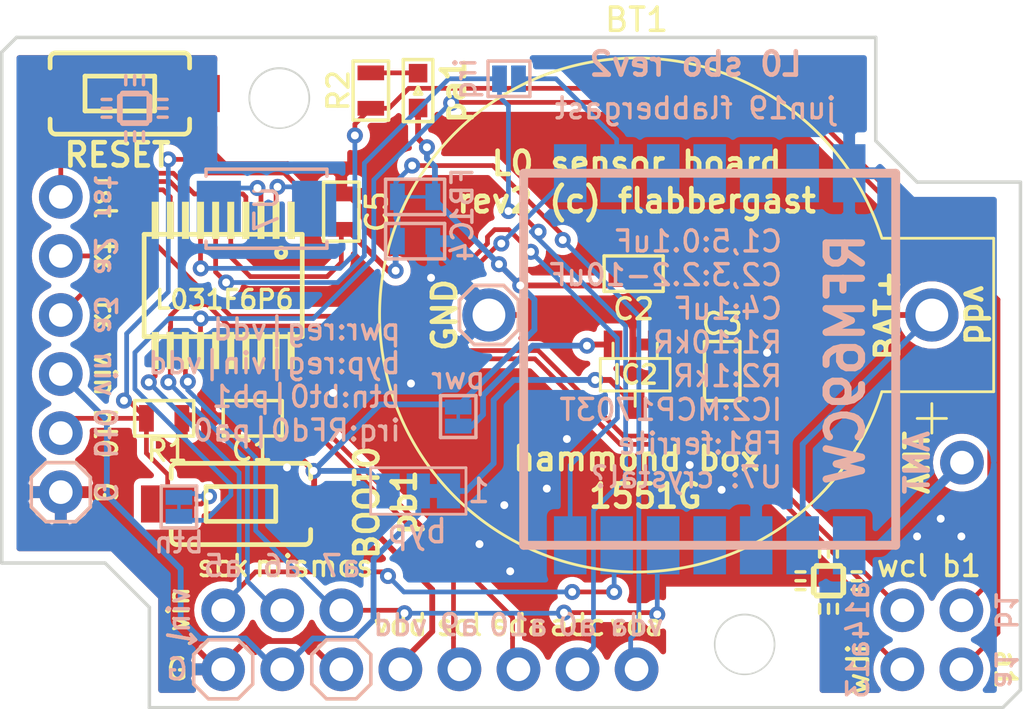
<source format=kicad_pcb>
(kicad_pcb (version 20171130) (host pcbnew 5.1.2)

  (general
    (thickness 1.6)
    (drawings 154)
    (tracks 406)
    (zones 0)
    (modules 30)
    (nets 32)
  )

  (page A4)
  (title_block
    (title "STM32L0x1 sensor board (TSSOP20; Hammond enclosure)")
    (date 2019-06-12)
    (rev rev1)
    (company flabbergast)
  )

  (layers
    (0 F.Cu signal)
    (31 B.Cu signal)
    (32 B.Adhes user)
    (33 F.Adhes user)
    (34 B.Paste user)
    (35 F.Paste user)
    (36 B.SilkS user)
    (37 F.SilkS user)
    (38 B.Mask user)
    (39 F.Mask user)
    (40 Dwgs.User user)
    (41 Cmts.User user)
    (42 Eco1.User user)
    (43 Eco2.User user)
    (44 Edge.Cuts user)
    (45 Margin user)
    (46 B.CrtYd user)
    (47 F.CrtYd user)
    (48 B.Fab user)
    (49 F.Fab user)
  )

  (setup
    (last_trace_width 0.1524)
    (user_trace_width 0.2032)
    (user_trace_width 0.25)
    (user_trace_width 0.4)
    (user_trace_width 0.75)
    (trace_clearance 0.1524)
    (zone_clearance 0.3048)
    (zone_45_only no)
    (trace_min 0.1524)
    (via_size 0.6858)
    (via_drill 0.34)
    (via_min_size 0.6858)
    (via_min_drill 0.34)
    (uvia_size 0.3)
    (uvia_drill 0.1)
    (uvias_allowed no)
    (uvia_min_size 0.2)
    (uvia_min_drill 0.1)
    (edge_width 0.15)
    (segment_width 0.2)
    (pcb_text_width 0.3)
    (pcb_text_size 1.5 1.5)
    (mod_edge_width 0.15)
    (mod_text_size 1 1)
    (mod_text_width 0.15)
    (pad_size 1.524 1.524)
    (pad_drill 0.762)
    (pad_to_mask_clearance 0.2)
    (aux_axis_origin 136.525 89.535)
    (visible_elements FFFFFF7F)
    (pcbplotparams
      (layerselection 0x010f0_80000001)
      (usegerberextensions false)
      (usegerberattributes false)
      (usegerberadvancedattributes false)
      (creategerberjobfile false)
      (excludeedgelayer true)
      (linewidth 0.100000)
      (plotframeref false)
      (viasonmask false)
      (mode 1)
      (useauxorigin false)
      (hpglpennumber 1)
      (hpglpenspeed 20)
      (hpglpendiameter 15.000000)
      (psnegative false)
      (psa4output false)
      (plotreference true)
      (plotvalue true)
      (plotinvisibletext false)
      (padsonsilk false)
      (subtractmaskfromsilk false)
      (outputformat 1)
      (mirror false)
      (drillshape 0)
      (scaleselection 1)
      (outputdirectory "output/"))
  )

  (net 0 "")
  (net 1 GND)
  (net 2 VIN)
  (net 3 "Net-(IC2-Pad2)")
  (net 4 VDD)
  (net 5 VDDA)
  (net 6 PC14-OSC32_IN)
  (net 7 PC15-OSC32_OUT)
  (net 8 "Net-(D1-Pad2)")
  (net 9 PA13-SWDIO)
  (net 10 PA14-SWCLK)
  (net 11 PA10/SDA)
  (net 12 PA9/SCL)
  (net 13 PB1/BTN)
  (net 14 PA7/MOSI)
  (net 15 PA4/SS)
  (net 16 PA3/RX)
  (net 17 PA2/TX)
  (net 18 PA1/LED)
  (net 19 BOOT0)
  (net 20 NRST)
  (net 21 PA0/ADC)
  (net 22 PA6/MISO)
  (net 23 PA5/SCK)
  (net 24 "Net-(IC3-Pad4)")
  (net 25 "Net-(IC3-Pad1)")
  (net 26 "Net-(IC3-Pad9)")
  (net 27 "Net-(IC3-Pad10)")
  (net 28 "Net-(IC3-Pad11)")
  (net 29 "Net-(IC3-Pad12)")
  (net 30 "Net-(IC3-Pad13)")
  (net 31 "Net-(C3-Pad1)")

  (net_class Default "This is the default net class."
    (clearance 0.1524)
    (trace_width 0.1524)
    (via_dia 0.6858)
    (via_drill 0.34)
    (uvia_dia 0.3)
    (uvia_drill 0.1)
    (add_net BOOT0)
    (add_net GND)
    (add_net NRST)
    (add_net "Net-(C3-Pad1)")
    (add_net "Net-(D1-Pad2)")
    (add_net "Net-(IC2-Pad2)")
    (add_net "Net-(IC3-Pad1)")
    (add_net "Net-(IC3-Pad10)")
    (add_net "Net-(IC3-Pad11)")
    (add_net "Net-(IC3-Pad12)")
    (add_net "Net-(IC3-Pad13)")
    (add_net "Net-(IC3-Pad4)")
    (add_net "Net-(IC3-Pad9)")
    (add_net PA0/ADC)
    (add_net PA1/LED)
    (add_net PA10/SDA)
    (add_net PA13-SWDIO)
    (add_net PA14-SWCLK)
    (add_net PA2/TX)
    (add_net PA3/RX)
    (add_net PA4/SS)
    (add_net PA5/SCK)
    (add_net PA6/MISO)
    (add_net PA7/MOSI)
    (add_net PA9/SCL)
    (add_net PB1/BTN)
    (add_net PC14-OSC32_IN)
    (add_net PC15-OSC32_OUT)
    (add_net VDD)
    (add_net VDDA)
    (add_net VIN)
  )

  (module flabbergast:SolderJumper-3_P1.3mm_Bridged12_Pad1.0x1.5mm_NumberLabels (layer B.Cu) (tedit 5A3F6CCC) (tstamp 5D0919FD)
    (at 154.4424 109.1692 180)
    (descr "SMD Solder Jumper, 1x1.5mm Pads, 0.3mm gap, pads 1-2 bridged with 1 copper strip, labeled with numbers")
    (tags "solder jumper open")
    (path /5D0A0ACC)
    (attr virtual)
    (fp_text reference JP4 (at 0 1.8) (layer B.Fab)
      (effects (font (size 1 1) (thickness 0.15)) (justify mirror))
    )
    (fp_text value byp (at 0.0508 -1.7272) (layer B.SilkS)
      (effects (font (size 1 1) (thickness 0.15)) (justify mirror))
    )
    (fp_line (start 2.3 -1.25) (end -2.3 -1.25) (layer B.CrtYd) (width 0.05))
    (fp_line (start 2.3 -1.25) (end 2.3 1.25) (layer B.CrtYd) (width 0.05))
    (fp_line (start -2.3 1.25) (end -2.3 -1.25) (layer B.CrtYd) (width 0.05))
    (fp_line (start -2.3 1.25) (end 2.3 1.25) (layer B.CrtYd) (width 0.05))
    (fp_line (start -2.05 1) (end 2.05 1) (layer B.SilkS) (width 0.12))
    (fp_line (start 2.05 1) (end 2.05 -1) (layer B.SilkS) (width 0.12))
    (fp_line (start 2.05 -1) (end -2.05 -1) (layer B.SilkS) (width 0.12))
    (fp_line (start -2.05 -1) (end -2.05 1) (layer B.SilkS) (width 0.12))
    (fp_text user 1 (at -2.6 0) (layer B.SilkS)
      (effects (font (size 1 1) (thickness 0.15)) (justify mirror))
    )
    (fp_text user 3 (at 2.6 0) (layer B.SilkS) hide
      (effects (font (size 1 1) (thickness 0.15)) (justify mirror))
    )
    (pad 1 smd rect (at -0.65 0 180) (size 0.5 0.6) (layers B.Cu B.Mask)
      (net 31 "Net-(C3-Pad1)"))
    (pad 1 smd rect (at -1.3 0 180) (size 1 1.5) (layers B.Cu B.Mask)
      (net 31 "Net-(C3-Pad1)"))
    (pad 2 smd rect (at 0 0 180) (size 1 1.5) (layers B.Cu B.Mask)
      (net 2 VIN))
    (pad 3 smd rect (at 1.3 0 180) (size 1 1.5) (layers B.Cu B.Mask)
      (net 4 VDD))
  )

  (module flabbergast:HOLE_CIRC_25 (layer F.Cu) (tedit 5D033C27) (tstamp 5D0394A4)
    (at 148.463 92.2782)
    (fp_text reference HOLE (at 0 2.286) (layer Dwgs.User) hide
      (effects (font (size 1.27 1.524) (thickness 0.2032)))
    )
    (fp_text value 2.5MM (at 0 4.064) (layer Dwgs.User) hide
      (effects (font (size 1.27 1.524) (thickness 0.2032)))
    )
    (pad "" np_thru_hole circle (at 0 0) (size 2.5 2.5) (drill 2.5) (layers *.Cu))
  )

  (module flabbergast:HOLE_CIRC_25 (layer F.Cu) (tedit 5D033C27) (tstamp 5D03947F)
    (at 168.4782 115.7732)
    (fp_text reference HOLE (at 0 2.286) (layer Dwgs.User) hide
      (effects (font (size 1.27 1.524) (thickness 0.2032)))
    )
    (fp_text value 2.5MM (at 0 4.064) (layer Dwgs.User) hide
      (effects (font (size 1.27 1.524) (thickness 0.2032)))
    )
    (pad "" np_thru_hole circle (at 0 0) (size 2.5 2.5) (drill 2.5) (layers *.Cu))
  )

  (module flabbergast:IC_LOGO (layer B.Cu) (tedit 572485E7) (tstamp 5D02C485)
    (at 142.24 92.71)
    (fp_text reference IC_LOGO (at 0 -2.286) (layer Cmts.User) hide
      (effects (font (size 1 1) (thickness 0.15)))
    )
    (fp_text value IC_LOGO (at 0 2.159) (layer Cmts.User) hide
      (effects (font (size 1 1) (thickness 0.15)))
    )
    (fp_line (start -0.635 -0.508) (end -0.635 0.508) (layer B.SilkS) (width 0.25))
    (fp_line (start -0.508 0.635) (end 0.508 0.635) (layer B.SilkS) (width 0.25))
    (fp_line (start 0.635 0.508) (end 0.635 -0.508) (layer B.SilkS) (width 0.25))
    (fp_line (start 0.508 -0.635) (end -0.508 -0.635) (layer B.SilkS) (width 0.25))
    (fp_line (start 1.016 0) (end 1.397 0) (layer B.SilkS) (width 0.15))
    (fp_line (start 1.016 0.381) (end 1.397 0.381) (layer B.SilkS) (width 0.15))
    (fp_line (start 1.016 -0.381) (end 1.397 -0.381) (layer B.SilkS) (width 0.15))
    (fp_line (start -1.397 -0.381) (end -1.016 -0.381) (layer B.SilkS) (width 0.15))
    (fp_line (start -1.397 0.381) (end -1.016 0.381) (layer B.SilkS) (width 0.15))
    (fp_line (start -1.397 0) (end -1.016 0) (layer B.SilkS) (width 0.15))
    (fp_line (start 0 -1.016) (end 0 -1.397) (layer B.SilkS) (width 0.15))
    (fp_line (start 0.381 -1.016) (end 0.381 -1.397) (layer B.SilkS) (width 0.15))
    (fp_line (start -0.381 -1.016) (end -0.381 -1.397) (layer B.SilkS) (width 0.15))
    (fp_line (start -0.381 1.397) (end -0.381 1.016) (layer B.SilkS) (width 0.15))
    (fp_line (start 0.381 1.397) (end 0.381 1.016) (layer B.SilkS) (width 0.15))
    (fp_line (start 0 1.397) (end 0 1.016) (layer B.SilkS) (width 0.15))
  )

  (module flabbergast:IC_LOGO (layer F.Cu) (tedit 572485E7) (tstamp 59DC1379)
    (at 172.085 113.03)
    (fp_text reference IC_LOGO (at 0 2.286) (layer Cmts.User) hide
      (effects (font (size 1 1) (thickness 0.15)))
    )
    (fp_text value IC_LOGO (at 0 -2.159) (layer Cmts.User) hide
      (effects (font (size 1 1) (thickness 0.15)))
    )
    (fp_line (start 0 -1.397) (end 0 -1.016) (layer F.SilkS) (width 0.15))
    (fp_line (start 0.381 -1.397) (end 0.381 -1.016) (layer F.SilkS) (width 0.15))
    (fp_line (start -0.381 -1.397) (end -0.381 -1.016) (layer F.SilkS) (width 0.15))
    (fp_line (start -0.381 1.016) (end -0.381 1.397) (layer F.SilkS) (width 0.15))
    (fp_line (start 0.381 1.016) (end 0.381 1.397) (layer F.SilkS) (width 0.15))
    (fp_line (start 0 1.016) (end 0 1.397) (layer F.SilkS) (width 0.15))
    (fp_line (start -1.397 0) (end -1.016 0) (layer F.SilkS) (width 0.15))
    (fp_line (start -1.397 -0.381) (end -1.016 -0.381) (layer F.SilkS) (width 0.15))
    (fp_line (start -1.397 0.381) (end -1.016 0.381) (layer F.SilkS) (width 0.15))
    (fp_line (start 1.016 0.381) (end 1.397 0.381) (layer F.SilkS) (width 0.15))
    (fp_line (start 1.016 -0.381) (end 1.397 -0.381) (layer F.SilkS) (width 0.15))
    (fp_line (start 1.016 0) (end 1.397 0) (layer F.SilkS) (width 0.15))
    (fp_line (start 0.508 0.635) (end -0.508 0.635) (layer F.SilkS) (width 0.25))
    (fp_line (start 0.635 -0.508) (end 0.635 0.508) (layer F.SilkS) (width 0.25))
    (fp_line (start -0.508 -0.635) (end 0.508 -0.635) (layer F.SilkS) (width 0.25))
    (fp_line (start -0.635 0.508) (end -0.635 -0.508) (layer F.SilkS) (width 0.25))
  )

  (module flabbergast:RFM12B (layer B.Cu) (tedit 59DC079E) (tstamp 59DBE4B7)
    (at 166.97452 103.505 90)
    (path /59DBF2D1)
    (fp_text reference IC3 (at 0 -5.715 270) (layer Cmts.User)
      (effects (font (size 1.524 1.524) (thickness 0.3048)) (justify mirror))
    )
    (fp_text value RFM69CW (at 0 5.842 270) (layer B.SilkS)
      (effects (font (size 1.524 1.524) (thickness 0.3048)) (justify mirror))
    )
    (fp_line (start 8.001 8.001) (end 8.001 -8.001) (layer B.SilkS) (width 0.381))
    (fp_line (start 8.001 -8.001) (end -8.001 -8.001) (layer B.SilkS) (width 0.381))
    (fp_line (start -8.001 -8.001) (end -8.001 8.001) (layer B.SilkS) (width 0.381))
    (fp_line (start -8.001 8.001) (end 8.001 8.001) (layer B.SilkS) (width 0.381))
    (pad 4 smd rect (at -8.001 0 90) (size 2.49936 1.39954) (layers B.Cu B.Paste B.Mask)
      (net 24 "Net-(IC3-Pad4)") (solder_mask_margin 0.0508))
    (pad 1 smd rect (at -8.001 5.99948 90) (size 2.49936 1.39954) (layers B.Cu B.Paste B.Mask)
      (net 25 "Net-(IC3-Pad1)") (solder_mask_margin 0.0508))
    (pad 2 smd rect (at -8.001 4.0005 90) (size 2.49936 1.39954) (layers B.Cu B.Paste B.Mask)
      (net 4 VDD) (solder_mask_margin 0.0508))
    (pad 3 smd rect (at -8.001 1.99898 90) (size 2.49936 1.39954) (layers B.Cu B.Paste B.Mask)
      (net 1 GND) (solder_mask_margin 0.0508))
    (pad 5 smd rect (at -8.001 -1.99898 90) (size 2.49936 1.39954) (layers B.Cu B.Paste B.Mask)
      (net 14 PA7/MOSI) (solder_mask_margin 0.0508))
    (pad 6 smd rect (at -8.001 -4.0005 90) (size 2.49936 1.39954) (layers B.Cu B.Paste B.Mask)
      (net 23 PA5/SCK) (solder_mask_margin 0.0508))
    (pad 7 smd rect (at -8.001 -5.99948 90) (size 2.49936 1.39954) (layers B.Cu B.Paste B.Mask)
      (net 15 PA4/SS) (solder_mask_margin 0.0508))
    (pad 8 smd rect (at 8.001 -5.99948 90) (size 2.49936 1.39954) (layers B.Cu B.Paste B.Mask)
      (net 22 PA6/MISO) (solder_mask_margin 0.0508))
    (pad 9 smd rect (at 8.001 -4.0005 90) (size 2.49936 1.39954) (layers B.Cu B.Paste B.Mask)
      (net 26 "Net-(IC3-Pad9)") (solder_mask_margin 0.0508))
    (pad 10 smd rect (at 8.001 -1.99898 90) (size 2.49936 1.39954) (layers B.Cu B.Paste B.Mask)
      (net 27 "Net-(IC3-Pad10)") (solder_mask_margin 0.0508))
    (pad 11 smd rect (at 8.001 0 90) (size 2.49936 1.39954) (layers B.Cu B.Paste B.Mask)
      (net 28 "Net-(IC3-Pad11)") (solder_mask_margin 0.0508))
    (pad 12 smd rect (at 8.001 1.99898 90) (size 2.49936 1.39954) (layers B.Cu B.Paste B.Mask)
      (net 29 "Net-(IC3-Pad12)") (solder_mask_margin 0.0508))
    (pad 13 smd rect (at 8.001 4.0005 90) (size 2.49936 1.39954) (layers B.Cu B.Paste B.Mask)
      (net 30 "Net-(IC3-Pad13)") (solder_mask_margin 0.0508))
    (pad 14 smd rect (at 8.001 5.99948 90) (size 2.49936 1.39954) (layers B.Cu B.Paste B.Mask)
      (net 1 GND) (solder_mask_margin 0.0508))
  )

  (module flabbergast:M06_NOSILK (layer F.Cu) (tedit 0) (tstamp 59DBC84A)
    (at 139.065 102.87 90)
    (path /59DB3C9D)
    (fp_text reference U1 (at 0 0 90) (layer Cmts.User) hide
      (effects (font (size 0 0) (thickness 0.000001)))
    )
    (fp_text value FTDI+ (at 0 0 90) (layer Eco1.User) hide
      (effects (font (size 0 0) (thickness 0.000001)))
    )
    (fp_line (start 6.096 0.254) (end 6.604 0.254) (layer Cmts.User) (width 0.127))
    (fp_line (start 6.604 0.254) (end 6.604 -0.254) (layer Cmts.User) (width 0.127))
    (fp_line (start 6.604 -0.254) (end 6.096 -0.254) (layer Cmts.User) (width 0.127))
    (fp_line (start 6.096 -0.254) (end 6.096 0.254) (layer Cmts.User) (width 0.127))
    (fp_line (start 3.556 0.254) (end 4.064 0.254) (layer Cmts.User) (width 0.127))
    (fp_line (start 4.064 0.254) (end 4.064 -0.254) (layer Cmts.User) (width 0.127))
    (fp_line (start 4.064 -0.254) (end 3.556 -0.254) (layer Cmts.User) (width 0.127))
    (fp_line (start 3.556 -0.254) (end 3.556 0.254) (layer Cmts.User) (width 0.127))
    (fp_line (start 1.016 0.254) (end 1.524 0.254) (layer Cmts.User) (width 0.127))
    (fp_line (start 1.524 0.254) (end 1.524 -0.254) (layer Cmts.User) (width 0.127))
    (fp_line (start 1.524 -0.254) (end 1.016 -0.254) (layer Cmts.User) (width 0.127))
    (fp_line (start 1.016 -0.254) (end 1.016 0.254) (layer Cmts.User) (width 0.127))
    (fp_line (start -1.524 0.254) (end -1.016 0.254) (layer Cmts.User) (width 0.127))
    (fp_line (start -1.016 0.254) (end -1.016 -0.254) (layer Cmts.User) (width 0.127))
    (fp_line (start -1.016 -0.254) (end -1.524 -0.254) (layer Cmts.User) (width 0.127))
    (fp_line (start -1.524 -0.254) (end -1.524 0.254) (layer Cmts.User) (width 0.127))
    (fp_line (start -4.064 0.254) (end -3.556 0.254) (layer Cmts.User) (width 0.127))
    (fp_line (start -3.556 0.254) (end -3.556 -0.254) (layer Cmts.User) (width 0.127))
    (fp_line (start -3.556 -0.254) (end -4.064 -0.254) (layer Cmts.User) (width 0.127))
    (fp_line (start -4.064 -0.254) (end -4.064 0.254) (layer Cmts.User) (width 0.127))
    (fp_line (start -6.604 0.254) (end -6.096 0.254) (layer Cmts.User) (width 0.127))
    (fp_line (start -6.096 0.254) (end -6.096 -0.254) (layer Cmts.User) (width 0.127))
    (fp_line (start -6.096 -0.254) (end -6.604 -0.254) (layer Cmts.User) (width 0.127))
    (fp_line (start -6.604 -0.254) (end -6.604 0.254) (layer Cmts.User) (width 0.127))
    (pad 1 thru_hole oval (at -6.35 0 180) (size 1.8796 1.8796) (drill 1.016) (layers *.Cu *.Mask)
      (net 1 GND))
    (pad 2 thru_hole oval (at -3.81 0 180) (size 1.8796 1.8796) (drill 1.016) (layers *.Cu *.Mask)
      (net 19 BOOT0))
    (pad 3 thru_hole oval (at -1.27 0 180) (size 1.8796 1.8796) (drill 1.016) (layers *.Cu *.Mask)
      (net 2 VIN))
    (pad 4 thru_hole oval (at 1.27 0 180) (size 1.8796 1.8796) (drill 1.016) (layers *.Cu *.Mask)
      (net 16 PA3/RX))
    (pad 5 thru_hole oval (at 3.81 0 180) (size 1.8796 1.8796) (drill 1.016) (layers *.Cu *.Mask)
      (net 17 PA2/TX))
    (pad 6 thru_hole oval (at 6.35 0 180) (size 1.8796 1.8796) (drill 1.016) (layers *.Cu *.Mask)
      (net 20 NRST))
  )

  (module flabbergast:TACTILE-SWITCH-SMT-1101NE (layer F.Cu) (tedit 54861D8E) (tstamp 59DBC840)
    (at 146.812 109.728 180)
    (descr "Sparkfun SKU# COM-08229")
    (path /59DB9AAC)
    (fp_text reference S2 (at 0 -2.54 180) (layer Eco1.User)
      (effects (font (size 0.762 0.762) (thickness 0.06096)))
    )
    (fp_text value boot_btn (at 0 2.54 180) (layer Eco1.User)
      (effects (font (size 0.762 0.762) (thickness 0.06096)))
    )
    (fp_line (start -2.99974 -1.09982) (end -2.99974 1.09982) (layer Cmts.User) (width 0.127))
    (fp_line (start 2.99974 -1.09982) (end 2.99974 1.09982) (layer Cmts.User) (width 0.127))
    (fp_arc (start 2.7432 -1.50114) (end 2.7432 -1.75006) (angle 90) (layer F.SilkS) (width 0.2032))
    (fp_line (start -2.74828 -1.74752) (end 2.74828 -1.74752) (layer F.SilkS) (width 0.2032))
    (fp_arc (start -2.74701 -1.50114) (end -2.74701 -1.75006) (angle -90) (layer F.SilkS) (width 0.2032))
    (fp_arc (start 2.74828 1.4986) (end 2.99974 1.4986) (angle 90) (layer F.SilkS) (width 0.2032))
    (fp_line (start 2.74828 1.74752) (end -2.74828 1.74752) (layer F.SilkS) (width 0.2032))
    (fp_arc (start -2.74828 1.4986) (end -2.99974 1.4986) (angle -90) (layer F.SilkS) (width 0.2032))
    (fp_line (start -2.99974 1.4986) (end -2.99974 1.09982) (layer F.SilkS) (width 0.2032))
    (fp_line (start -2.99974 -1.09982) (end -2.99974 -1.4986) (layer F.SilkS) (width 0.2032))
    (fp_line (start 2.99974 -1.09982) (end 2.99974 -1.4986) (layer F.SilkS) (width 0.2032))
    (fp_line (start 2.99974 1.4986) (end 2.99974 1.09982) (layer F.SilkS) (width 0.2032))
    (fp_line (start -1.4986 -0.7493) (end 1.4986 -0.7493) (layer F.SilkS) (width 0.2032))
    (fp_line (start 1.4986 0.7493) (end -1.4986 0.7493) (layer F.SilkS) (width 0.2032))
    (fp_line (start -1.4986 0.7493) (end -1.4986 -0.7493) (layer F.SilkS) (width 0.2032))
    (fp_line (start 1.4986 0.7493) (end 1.4986 -0.7493) (layer F.SilkS) (width 0.2032))
    (fp_line (start -1.99898 0) (end -0.99822 0) (layer Cmts.User) (width 0.127))
    (fp_line (start -0.99822 0) (end 0.09906 -0.49784) (layer Cmts.User) (width 0.127))
    (fp_line (start 0.29972 0) (end 1.99898 0) (layer Cmts.User) (width 0.127))
    (pad 1 smd rect (at -3.1496 0) (size 2.2987 1.59766) (layers F.Cu F.Paste F.Mask)
      (net 4 VDD))
    (pad 2 smd rect (at 3.1496 0) (size 2.2987 1.59766) (layers F.Cu F.Paste F.Mask)
      (net 19 BOOT0))
  )

  (module flabbergast:TACTILE-SWITCH-SMT-1101NE (layer F.Cu) (tedit 54861D8E) (tstamp 59DBC83A)
    (at 141.605 92.075 180)
    (descr "Sparkfun SKU# COM-08229")
    (path /59DB9B16)
    (fp_text reference S1 (at 0 -2.54 180) (layer Eco1.User)
      (effects (font (size 0.762 0.762) (thickness 0.06096)))
    )
    (fp_text value reset_btn (at 0 2.54 180) (layer Eco1.User)
      (effects (font (size 0.762 0.762) (thickness 0.06096)))
    )
    (fp_line (start -2.99974 -1.09982) (end -2.99974 1.09982) (layer Cmts.User) (width 0.127))
    (fp_line (start 2.99974 -1.09982) (end 2.99974 1.09982) (layer Cmts.User) (width 0.127))
    (fp_arc (start 2.7432 -1.50114) (end 2.7432 -1.75006) (angle 90) (layer F.SilkS) (width 0.2032))
    (fp_line (start -2.74828 -1.74752) (end 2.74828 -1.74752) (layer F.SilkS) (width 0.2032))
    (fp_arc (start -2.74701 -1.50114) (end -2.74701 -1.75006) (angle -90) (layer F.SilkS) (width 0.2032))
    (fp_arc (start 2.74828 1.4986) (end 2.99974 1.4986) (angle 90) (layer F.SilkS) (width 0.2032))
    (fp_line (start 2.74828 1.74752) (end -2.74828 1.74752) (layer F.SilkS) (width 0.2032))
    (fp_arc (start -2.74828 1.4986) (end -2.99974 1.4986) (angle -90) (layer F.SilkS) (width 0.2032))
    (fp_line (start -2.99974 1.4986) (end -2.99974 1.09982) (layer F.SilkS) (width 0.2032))
    (fp_line (start -2.99974 -1.09982) (end -2.99974 -1.4986) (layer F.SilkS) (width 0.2032))
    (fp_line (start 2.99974 -1.09982) (end 2.99974 -1.4986) (layer F.SilkS) (width 0.2032))
    (fp_line (start 2.99974 1.4986) (end 2.99974 1.09982) (layer F.SilkS) (width 0.2032))
    (fp_line (start -1.4986 -0.7493) (end 1.4986 -0.7493) (layer F.SilkS) (width 0.2032))
    (fp_line (start 1.4986 0.7493) (end -1.4986 0.7493) (layer F.SilkS) (width 0.2032))
    (fp_line (start -1.4986 0.7493) (end -1.4986 -0.7493) (layer F.SilkS) (width 0.2032))
    (fp_line (start 1.4986 0.7493) (end 1.4986 -0.7493) (layer F.SilkS) (width 0.2032))
    (fp_line (start -1.99898 0) (end -0.99822 0) (layer Cmts.User) (width 0.127))
    (fp_line (start -0.99822 0) (end 0.09906 -0.49784) (layer Cmts.User) (width 0.127))
    (fp_line (start 0.29972 0) (end 1.99898 0) (layer Cmts.User) (width 0.127))
    (pad 1 smd rect (at -3.1496 0) (size 2.2987 1.59766) (layers F.Cu F.Paste F.Mask)
      (net 1 GND))
    (pad 2 smd rect (at 3.1496 0) (size 2.2987 1.59766) (layers F.Cu F.Paste F.Mask)
      (net 20 NRST))
  )

  (module flabbergast:0603 (layer F.Cu) (tedit 59DBFCC3) (tstamp 59DBC834)
    (at 152.4 91.948 270)
    (path /59DB9958)
    (attr smd)
    (fp_text reference R2 (at 0 1.397 90) (layer F.SilkS)
      (effects (font (size 0.89916 0.89916) (thickness 0.14986)))
    )
    (fp_text value 1kR (at 0 0 270) (layer Cmts.User) hide
      (effects (font (size 0.89916 0.89916) (thickness 0.14986)))
    )
    (fp_line (start -1.27 -0.762) (end 1.27 -0.762) (layer F.SilkS) (width 0.14986))
    (fp_line (start 1.27 -0.762) (end 1.27 0.762) (layer F.SilkS) (width 0.14986))
    (fp_line (start 1.27 0.762) (end -1.27 0.762) (layer F.SilkS) (width 0.14986))
    (fp_line (start -1.27 0.762) (end -1.27 -0.762) (layer F.SilkS) (width 0.14986))
    (pad 1 smd rect (at -0.762 0 270) (size 0.635 1.143) (layers F.Cu F.Paste F.Mask)
      (net 8 "Net-(D1-Pad2)"))
    (pad 2 smd rect (at 0.762 0 270) (size 0.635 1.143) (layers F.Cu F.Paste F.Mask)
      (net 18 PA1/LED))
    (model smd\capacitors\C0603.wrl
      (offset (xyz 0 0 0.02539999961853028))
      (scale (xyz 0.5 0.5 0.5))
      (rotate (xyz 0 0 0))
    )
  )

  (module flabbergast:0603 (layer F.Cu) (tedit 59EF9250) (tstamp 5D02822C)
    (at 143.51 106.045)
    (path /59DB9C63)
    (attr smd)
    (fp_text reference R1 (at 0.127 1.397 180) (layer F.SilkS)
      (effects (font (size 0.89916 0.89916) (thickness 0.14986)))
    )
    (fp_text value 10kR (at 0 0 180) (layer Cmts.User) hide
      (effects (font (size 0.89916 0.89916) (thickness 0.14986)))
    )
    (fp_line (start -1.27 -0.762) (end 1.27 -0.762) (layer F.SilkS) (width 0.14986))
    (fp_line (start 1.27 -0.762) (end 1.27 0.762) (layer F.SilkS) (width 0.14986))
    (fp_line (start 1.27 0.762) (end -1.27 0.762) (layer F.SilkS) (width 0.14986))
    (fp_line (start -1.27 0.762) (end -1.27 -0.762) (layer F.SilkS) (width 0.14986))
    (pad 1 smd rect (at -0.762 0) (size 0.635 1.143) (layers F.Cu F.Paste F.Mask)
      (net 19 BOOT0))
    (pad 2 smd rect (at 0.762 0) (size 0.635 1.143) (layers F.Cu F.Paste F.Mask)
      (net 1 GND))
    (model smd\capacitors\C0603.wrl
      (offset (xyz 0 0 0.02539999961853028))
      (scale (xyz 0.5 0.5 0.5))
      (rotate (xyz 0 0 0))
    )
  )

  (module flabbergast:SOLDER_JUMPER_OFF (layer B.Cu) (tedit 5723BAED) (tstamp 59DBC828)
    (at 158.342 91.44 180)
    (path /59DBDC8A)
    (attr smd)
    (fp_text reference JP3 (at 0 -1.524 180) (layer Cmts.User)
      (effects (font (size 0.89916 0.89916) (thickness 0.14986)))
    )
    (fp_text value irq (at 1.878 0 90) (layer B.SilkS)
      (effects (font (size 0.89916 0.89916) (thickness 0.14986)) (justify mirror))
    )
    (fp_line (start -0.9 0.762) (end 0.9 0.762) (layer B.SilkS) (width 0.14986))
    (fp_line (start 0.9 0.762) (end 0.9 -0.762) (layer B.SilkS) (width 0.14986))
    (fp_line (start 0.9 -0.762) (end -0.9 -0.762) (layer B.SilkS) (width 0.14986))
    (fp_line (start -0.9 -0.762) (end -0.9 0.762) (layer B.SilkS) (width 0.14986))
    (pad 1 smd rect (at -0.408 0 180) (size 0.635 1.143) (layers B.Cu B.Mask)
      (net 26 "Net-(IC3-Pad9)"))
    (pad 2 smd rect (at 0.408 0 180) (size 0.635 1.143) (layers B.Cu B.Mask)
      (net 21 PA0/ADC))
    (pad "" smd rect (at 0 0 180) (size 0.181 1.143) (layers B.Mask))
    (model smd\resistors\R0603.wrl
      (offset (xyz 0 0 0.02539999961853028))
      (scale (xyz 0.5 0.5 0.5))
      (rotate (xyz 0 0 0))
    )
  )

  (module flabbergast:SOLDER_JUMPER_ON (layer B.Cu) (tedit 5723BAFE) (tstamp 59DBC821)
    (at 144.145 109.855 90)
    (path /59DBA352)
    (attr smd)
    (fp_text reference JP2 (at 0 -1.524 270) (layer Cmts.User)
      (effects (font (size 0.89916 0.89916) (thickness 0.14986)))
    )
    (fp_text value btn (at -1.524 0 180) (layer B.SilkS)
      (effects (font (size 0.89916 0.89916) (thickness 0.14986)) (justify mirror))
    )
    (fp_line (start -0.9 0.762) (end 0.9 0.762) (layer B.SilkS) (width 0.14986))
    (fp_line (start 0.9 0.762) (end 0.9 -0.762) (layer B.SilkS) (width 0.14986))
    (fp_line (start 0.9 -0.762) (end -0.9 -0.762) (layer B.SilkS) (width 0.14986))
    (fp_line (start -0.9 -0.762) (end -0.9 0.762) (layer B.SilkS) (width 0.14986))
    (fp_line (start 0.24638 0) (end -0.24638 0) (layer B.Cu) (width 0.14986))
    (pad 1 smd rect (at -0.408 0 90) (size 0.635 1.143) (layers B.Cu B.Mask)
      (net 13 PB1/BTN))
    (pad 2 smd rect (at 0.408 0 90) (size 0.635 1.143) (layers B.Cu B.Mask)
      (net 19 BOOT0))
    (pad "" smd rect (at 0 0 90) (size 0.181 1.143) (layers B.Mask))
    (model smd\resistors\R0603.wrl
      (offset (xyz 0 0 0.02539999961853028))
      (scale (xyz 0.5 0.5 0.5))
      (rotate (xyz 0 0 0))
    )
  )

  (module flabbergast:SOLDER_JUMPER_ON (layer B.Cu) (tedit 59DBF960) (tstamp 59DBC81A)
    (at 156.1592 105.9688 90)
    (path /59DBCB89)
    (attr smd)
    (fp_text reference JP1 (at 0 -1.524 90) (layer Cmts.User)
      (effects (font (size 0.89916 0.89916) (thickness 0.14986)))
    )
    (fp_text value pwr (at 1.651 0 180) (layer B.SilkS)
      (effects (font (size 0.89916 0.89916) (thickness 0.14986)) (justify mirror))
    )
    (fp_line (start -0.9 0.762) (end 0.9 0.762) (layer B.SilkS) (width 0.14986))
    (fp_line (start 0.9 0.762) (end 0.9 -0.762) (layer B.SilkS) (width 0.14986))
    (fp_line (start 0.9 -0.762) (end -0.9 -0.762) (layer B.SilkS) (width 0.14986))
    (fp_line (start -0.9 -0.762) (end -0.9 0.762) (layer B.SilkS) (width 0.14986))
    (fp_line (start 0.24638 0) (end -0.24638 0) (layer B.Cu) (width 0.14986))
    (pad 1 smd rect (at -0.408 0 90) (size 0.635 1.143) (layers B.Cu B.Mask)
      (net 3 "Net-(IC2-Pad2)"))
    (pad 2 smd rect (at 0.408 0 90) (size 0.635 1.143) (layers B.Cu B.Mask)
      (net 4 VDD))
    (pad "" smd rect (at 0 0 90) (size 0.181 1.143) (layers B.Mask))
    (model smd\resistors\R0603.wrl
      (offset (xyz 0 0 0.02539999961853028))
      (scale (xyz 0.5 0.5 0.5))
      (rotate (xyz 0 0 0))
    )
  )

  (module flabbergast:SOT23A-3 (layer F.Cu) (tedit 56E90ECC) (tstamp 5D02812E)
    (at 163.769 104.17 180)
    (descr SOT23)
    (path /59DB39E2)
    (attr smd)
    (fp_text reference IC2 (at 0 0) (layer F.SilkS)
      (effects (font (size 0.8 0.8) (thickness 0.15)))
    )
    (fp_text value MCP1703T_3LEAD (at 0 0.09906) (layer Cmts.User)
      (effects (font (size 0.8 0.8) (thickness 0.15)))
    )
    (fp_line (start 0.9525 0.6985) (end 0.9525 1.3589) (layer F.SilkS) (width 0.127))
    (fp_line (start -0.9525 0.6985) (end -0.9525 1.3589) (layer F.SilkS) (width 0.127))
    (fp_line (start 0 -0.6985) (end 0 -1.3589) (layer F.SilkS) (width 0.127))
    (fp_line (start -1.4986 -0.6985) (end 1.4986 -0.6985) (layer F.SilkS) (width 0.127))
    (fp_line (start 1.4986 -0.6985) (end 1.4986 0.6985) (layer F.SilkS) (width 0.127))
    (fp_line (start 1.4986 0.6985) (end -1.4986 0.6985) (layer F.SilkS) (width 0.127))
    (fp_line (start -1.4986 0.6985) (end -1.4986 -0.6985) (layer F.SilkS) (width 0.127))
    (pad 1 smd rect (at -0.95 1.3 180) (size 0.8 1.2) (layers F.Cu F.Paste F.Mask)
      (net 1 GND))
    (pad 3 smd rect (at 0 -1.3 180) (size 0.8 1.2) (layers F.Cu F.Paste F.Mask)
      (net 31 "Net-(C3-Pad1)"))
    (pad 2 smd rect (at 0.95 1.3 180) (size 0.8 1.2) (layers F.Cu F.Paste F.Mask)
      (net 3 "Net-(IC2-Pad2)"))
    (model smd/smd_transistors/sot23.wrl
      (at (xyz 0 0 0))
      (scale (xyz 1 1 1))
      (rotate (xyz 0 0 0))
    )
  )

  (module flabbergast:TSSOP20 (layer F.Cu) (tedit 59DC9376) (tstamp 5D027B9E)
    (at 146.05 100.33 270)
    (path /59DB396F)
    (solder_mask_margin 0.0762)
    (solder_paste_margin -0.0254)
    (attr smd)
    (fp_text reference IC1 (at 0 4.318 270) (layer Cmts.User)
      (effects (font (size 0.762 0.762) (thickness 0.1524)))
    )
    (fp_text value L031F6P6 (at 0.6096 -0.0508) (layer F.SilkS)
      (effects (font (size 0.8 0.8) (thickness 0.15)))
    )
    (fp_circle (center -1.406 -2.492) (end -1.206 -2.492) (layer F.SilkS) (width 0.2032))
    (fp_line (start -2.2 -3.4) (end -2.2 3.4) (layer F.SilkS) (width 0.2032))
    (fp_line (start -2.2 3.4) (end 2.2 3.4) (layer F.SilkS) (width 0.2032))
    (fp_line (start 2.2 3.4) (end 2.2 -3.4) (layer F.SilkS) (width 0.2032))
    (fp_line (start 2.2 -3.4) (end -2.2 -3.4) (layer F.SilkS) (width 0.2032))
    (pad 19 smd rect (at 2.8 -2.275 270) (size 1.6 0.3) (layers F.Cu F.Paste F.SilkS F.Mask)
      (net 9 PA13-SWDIO))
    (pad 20 smd rect (at 2.8 -2.925 270) (size 1.6 0.3) (layers F.Cu F.Paste F.SilkS F.Mask)
      (net 10 PA14-SWCLK))
    (pad 18 smd rect (at 2.8 -1.625 270) (size 1.6 0.3) (layers F.Cu F.Paste F.SilkS F.Mask)
      (net 11 PA10/SDA))
    (pad 17 smd rect (at 2.8 -0.975 270) (size 1.6 0.3) (layers F.Cu F.Paste F.SilkS F.Mask)
      (net 12 PA9/SCL))
    (pad 16 smd rect (at 2.8 -0.325 270) (size 1.6 0.3) (layers F.Cu F.Paste F.SilkS F.Mask)
      (net 4 VDD))
    (pad 15 smd rect (at 2.8 0.325 270) (size 1.6 0.3) (layers F.Cu F.Paste F.SilkS F.Mask)
      (net 1 GND))
    (pad 14 smd rect (at 2.8 0.975 270) (size 1.6 0.3) (layers F.Cu F.Paste F.SilkS F.Mask)
      (net 13 PB1/BTN))
    (pad 13 smd rect (at 2.8 1.625 270) (size 1.6 0.3) (layers F.Cu F.Paste F.SilkS F.Mask)
      (net 14 PA7/MOSI))
    (pad 10 smd rect (at -2.8 2.925 270) (size 1.6 0.3) (layers F.Cu F.Paste F.SilkS F.Mask)
      (net 15 PA4/SS))
    (pad 9 smd rect (at -2.8 2.275 270) (size 1.6 0.3) (layers F.Cu F.Paste F.SilkS F.Mask)
      (net 16 PA3/RX))
    (pad 8 smd rect (at -2.8 1.625 270) (size 1.6 0.3) (layers F.Cu F.Paste F.SilkS F.Mask)
      (net 17 PA2/TX))
    (pad 7 smd rect (at -2.8 0.975 270) (size 1.6 0.3) (layers F.Cu F.Paste F.SilkS F.Mask)
      (net 18 PA1/LED))
    (pad 1 smd rect (at -2.8 -2.925 270) (size 1.6 0.3) (layers F.Cu F.Paste F.SilkS F.Mask)
      (net 19 BOOT0))
    (pad 2 smd rect (at -2.8 -2.275 270) (size 1.6 0.3) (layers F.Cu F.Paste F.SilkS F.Mask)
      (net 6 PC14-OSC32_IN))
    (pad 3 smd rect (at -2.8 -1.625 270) (size 1.6 0.3) (layers F.Cu F.Paste F.SilkS F.Mask)
      (net 7 PC15-OSC32_OUT))
    (pad 4 smd rect (at -2.8 -0.975 270) (size 1.6 0.3) (layers F.Cu F.Paste F.SilkS F.Mask)
      (net 20 NRST))
    (pad 5 smd rect (at -2.8 -0.325 270) (size 1.6 0.3) (layers F.Cu F.Paste F.SilkS F.Mask)
      (net 5 VDDA))
    (pad 6 smd rect (at -2.8 0.325 270) (size 1.6 0.3) (layers F.Cu F.Paste F.SilkS F.Mask)
      (net 21 PA0/ADC))
    (pad 12 smd rect (at 2.8 2.275 270) (size 1.6 0.3) (layers F.Cu F.Paste F.SilkS F.Mask)
      (net 22 PA6/MISO))
    (pad 11 smd rect (at 2.8 2.925 270) (size 1.6 0.3) (layers F.Cu F.Paste F.SilkS F.Mask)
      (net 23 PA5/SCK))
  )

  (module flabbergast:0603_JUMPERED (layer B.Cu) (tedit 59DC0B98) (tstamp 59DBC7E2)
    (at 154.305 96.52)
    (path /59DBD4D8)
    (attr smd)
    (fp_text reference FB1 (at 2.032 0 270) (layer B.SilkS)
      (effects (font (size 0.89916 0.89916) (thickness 0.14986)) (justify mirror))
    )
    (fp_text value FERRITE-BEAD (at 0 0 180) (layer Cmts.User) hide
      (effects (font (size 0.89916 0.89916) (thickness 0.14986)))
    )
    (fp_line (start -1.27 0.762) (end 1.27 0.762) (layer B.SilkS) (width 0.14986))
    (fp_line (start 1.27 0.762) (end 1.27 -0.762) (layer B.SilkS) (width 0.14986))
    (fp_line (start 1.27 -0.762) (end -1.27 -0.762) (layer B.SilkS) (width 0.14986))
    (fp_line (start -1.27 -0.762) (end -1.27 0.762) (layer B.SilkS) (width 0.14986))
    (fp_line (start 0.50038 0) (end -0.50038 0) (layer B.Cu) (width 0.14986))
    (pad 1 smd rect (at -0.762 0) (size 0.635 1.143) (layers B.Cu B.Mask)
      (net 5 VDDA))
    (pad 2 smd rect (at 0.762 0) (size 0.635 1.143) (layers B.Cu B.Mask)
      (net 4 VDD))
    (pad "" smd rect (at 0 0) (size 0.89916 1.143) (layers B.Mask))
    (model smd\resistors\R0603.wrl
      (offset (xyz 0 0 0.02539999961853028))
      (scale (xyz 0.5 0.5 0.5))
      (rotate (xyz 0 0 0))
    )
  )

  (module flabbergast:LED-0603 (layer F.Cu) (tedit 59DBFCC8) (tstamp 59DBC7DB)
    (at 154.432 91.948 90)
    (descr "LED 0603 smd package")
    (tags "LED led 0603 SMD smd SMT smt smdled SMDLED smtled SMTLED")
    (path /59DB99A8)
    (attr smd)
    (fp_text reference D1 (at 0 1.27 90) (layer Dwgs.User)
      (effects (font (size 0.89916 0.89916) (thickness 0.14986)))
    )
    (fp_text value LED (at 0 -1.2065 270) (layer Cmts.User) hide
      (effects (font (size 0.89916 0.89916) (thickness 0.14986)))
    )
    (fp_line (start -0.1524 -0.1524) (end 0.1524 0) (layer F.SilkS) (width 0.14986))
    (fp_line (start 0.1524 0) (end -0.1524 0.1524) (layer F.SilkS) (width 0.14986))
    (fp_line (start -0.1524 0.1524) (end -0.1524 -0.1524) (layer F.SilkS) (width 0.14986))
    (fp_line (start -1.3335 -0.635) (end 1.3335 -0.635) (layer F.SilkS) (width 0.14986))
    (fp_line (start 1.3335 -0.635) (end 1.3335 0.635) (layer F.SilkS) (width 0.14986))
    (fp_line (start 1.3335 0.635) (end -1.3335 0.635) (layer F.SilkS) (width 0.14986))
    (fp_line (start -1.3335 0.635) (end -1.3335 -0.635) (layer F.SilkS) (width 0.14986))
    (pad 1 smd rect (at -0.7493 0 90) (size 0.79756 0.79756) (layers F.Cu F.Paste F.Mask)
      (net 4 VDD))
    (pad 2 smd rect (at 0.7493 0 90) (size 0.79756 0.79756) (layers F.Cu F.Paste F.Mask)
      (net 8 "Net-(D1-Pad2)"))
  )

  (module flabbergast:0603 (layer F.Cu) (tedit 57235F06) (tstamp 5D02B6CA)
    (at 151.13 97.155 90)
    (path /59DBF080)
    (attr smd)
    (fp_text reference C5 (at 0 1.524 270) (layer F.SilkS)
      (effects (font (size 0.89916 0.89916) (thickness 0.14986)))
    )
    (fp_text value 0.1uF (at 0 0 90) (layer Cmts.User) hide
      (effects (font (size 0.89916 0.89916) (thickness 0.14986)))
    )
    (fp_line (start -1.27 -0.762) (end 1.27 -0.762) (layer F.SilkS) (width 0.14986))
    (fp_line (start 1.27 -0.762) (end 1.27 0.762) (layer F.SilkS) (width 0.14986))
    (fp_line (start 1.27 0.762) (end -1.27 0.762) (layer F.SilkS) (width 0.14986))
    (fp_line (start -1.27 0.762) (end -1.27 -0.762) (layer F.SilkS) (width 0.14986))
    (pad 1 smd rect (at -0.762 0 90) (size 0.635 1.143) (layers F.Cu F.Paste F.Mask)
      (net 5 VDDA))
    (pad 2 smd rect (at 0.762 0 90) (size 0.635 1.143) (layers F.Cu F.Paste F.Mask)
      (net 1 GND))
    (model smd\capacitors\C0603.wrl
      (offset (xyz 0 0 0.02539999961853028))
      (scale (xyz 0.5 0.5 0.5))
      (rotate (xyz 0 0 0))
    )
  )

  (module flabbergast:0603_NOPASTE (layer B.Cu) (tedit 59DC0B91) (tstamp 59DBC7C3)
    (at 154.305 98.425)
    (path /59DBD731)
    (attr smd)
    (fp_text reference C4 (at 2.032 0 90) (layer B.SilkS)
      (effects (font (size 0.89916 0.89916) (thickness 0.14986)) (justify mirror))
    )
    (fp_text value 1uF (at 0 0) (layer Cmts.User) hide
      (effects (font (size 0.89916 0.89916) (thickness 0.14986)))
    )
    (fp_line (start -1.27 0.762) (end 1.27 0.762) (layer B.SilkS) (width 0.14986))
    (fp_line (start 1.27 0.762) (end 1.27 -0.762) (layer B.SilkS) (width 0.14986))
    (fp_line (start 1.27 -0.762) (end -1.27 -0.762) (layer B.SilkS) (width 0.14986))
    (fp_line (start -1.27 -0.762) (end -1.27 0.762) (layer B.SilkS) (width 0.14986))
    (pad 1 smd rect (at -0.762 0) (size 0.635 1.143) (layers B.Cu B.Mask)
      (net 5 VDDA))
    (pad 2 smd rect (at 0.762 0) (size 0.635 1.143) (layers B.Cu B.Mask)
      (net 1 GND))
    (model smd\capacitors\C0603.wrl
      (offset (xyz 0 0 0.02539999961853028))
      (scale (xyz 0.5 0.5 0.5))
      (rotate (xyz 0 0 0))
    )
  )

  (module flabbergast:0603 (layer F.Cu) (tedit 59DBF9C8) (tstamp 59DBC7BD)
    (at 167.513 104.013 90)
    (path /59DBE357)
    (attr smd)
    (fp_text reference C3 (at 2.032 0) (layer F.SilkS)
      (effects (font (size 0.89916 0.89916) (thickness 0.14986)))
    )
    (fp_text value 10uF (at 0 0 90) (layer Cmts.User) hide
      (effects (font (size 0.89916 0.89916) (thickness 0.14986)))
    )
    (fp_line (start -1.27 -0.762) (end 1.27 -0.762) (layer F.SilkS) (width 0.14986))
    (fp_line (start 1.27 -0.762) (end 1.27 0.762) (layer F.SilkS) (width 0.14986))
    (fp_line (start 1.27 0.762) (end -1.27 0.762) (layer F.SilkS) (width 0.14986))
    (fp_line (start -1.27 0.762) (end -1.27 -0.762) (layer F.SilkS) (width 0.14986))
    (pad 1 smd rect (at -0.762 0 90) (size 0.635 1.143) (layers F.Cu F.Paste F.Mask)
      (net 31 "Net-(C3-Pad1)"))
    (pad 2 smd rect (at 0.762 0 90) (size 0.635 1.143) (layers F.Cu F.Paste F.Mask)
      (net 1 GND))
    (model smd\capacitors\C0603.wrl
      (offset (xyz 0 0 0.02539999961853028))
      (scale (xyz 0.5 0.5 0.5))
      (rotate (xyz 0 0 0))
    )
  )

  (module flabbergast:0603 (layer F.Cu) (tedit 59DBF969) (tstamp 59DBC7B7)
    (at 163.703 99.822)
    (path /59DBE3AA)
    (attr smd)
    (fp_text reference C2 (at 0 1.524) (layer F.SilkS)
      (effects (font (size 0.89916 0.89916) (thickness 0.14986)))
    )
    (fp_text value 10uF (at 0 0) (layer Cmts.User) hide
      (effects (font (size 0.89916 0.89916) (thickness 0.14986)))
    )
    (fp_line (start -1.27 -0.762) (end 1.27 -0.762) (layer F.SilkS) (width 0.14986))
    (fp_line (start 1.27 -0.762) (end 1.27 0.762) (layer F.SilkS) (width 0.14986))
    (fp_line (start 1.27 0.762) (end -1.27 0.762) (layer F.SilkS) (width 0.14986))
    (fp_line (start -1.27 0.762) (end -1.27 -0.762) (layer F.SilkS) (width 0.14986))
    (pad 1 smd rect (at -0.762 0) (size 0.635 1.143) (layers F.Cu F.Paste F.Mask)
      (net 4 VDD))
    (pad 2 smd rect (at 0.762 0) (size 0.635 1.143) (layers F.Cu F.Paste F.Mask)
      (net 1 GND))
    (model smd\capacitors\C0603.wrl
      (offset (xyz 0 0 0.02539999961853028))
      (scale (xyz 0.5 0.5 0.5))
      (rotate (xyz 0 0 0))
    )
  )

  (module flabbergast:0603 (layer F.Cu) (tedit 57235F06) (tstamp 5D02D011)
    (at 147.32 106.045 180)
    (path /59DBE4A0)
    (attr smd)
    (fp_text reference C1 (at 0.0254 -1.3716) (layer F.SilkS)
      (effects (font (size 0.89916 0.89916) (thickness 0.14986)))
    )
    (fp_text value 0.1uF (at 0 0 180) (layer Cmts.User) hide
      (effects (font (size 0.89916 0.89916) (thickness 0.14986)))
    )
    (fp_line (start -1.27 -0.762) (end 1.27 -0.762) (layer F.SilkS) (width 0.14986))
    (fp_line (start 1.27 -0.762) (end 1.27 0.762) (layer F.SilkS) (width 0.14986))
    (fp_line (start 1.27 0.762) (end -1.27 0.762) (layer F.SilkS) (width 0.14986))
    (fp_line (start -1.27 0.762) (end -1.27 -0.762) (layer F.SilkS) (width 0.14986))
    (pad 1 smd rect (at -0.762 0 180) (size 0.635 1.143) (layers F.Cu F.Paste F.Mask)
      (net 4 VDD))
    (pad 2 smd rect (at 0.762 0 180) (size 0.635 1.143) (layers F.Cu F.Paste F.Mask)
      (net 1 GND))
    (model smd\capacitors\C0603.wrl
      (offset (xyz 0 0 0.02539999961853028))
      (scale (xyz 0.5 0.5 0.5))
      (rotate (xyz 0 0 0))
    )
  )

  (module flabbergast:M08_NOSILK (layer F.Cu) (tedit 5D021CBC) (tstamp 5D02BF8A)
    (at 163.83 116.84 180)
    (path /5D0835FE)
    (fp_text reference U2 (at 6.35 0) (layer Cmts.User) hide
      (effects (font (size 0 0) (thickness 0.000001)))
    )
    (fp_text value main_conn1 (at 6.35 0) (layer Eco1.User) hide
      (effects (font (size 0 0) (thickness 0.000001)))
    )
    (fp_line (start 14.986 -0.254) (end 14.986 0.254) (layer Cmts.User) (width 0.127))
    (fp_line (start 15.494 -0.254) (end 14.986 -0.254) (layer Cmts.User) (width 0.127))
    (fp_line (start 15.494 0.254) (end 15.494 -0.254) (layer Cmts.User) (width 0.127))
    (fp_line (start 14.986 0.254) (end 15.494 0.254) (layer Cmts.User) (width 0.127))
    (fp_line (start 17.526 -0.254) (end 17.526 0.254) (layer Cmts.User) (width 0.127))
    (fp_line (start 18.034 -0.254) (end 17.526 -0.254) (layer Cmts.User) (width 0.127))
    (fp_line (start 18.034 0.254) (end 18.034 -0.254) (layer Cmts.User) (width 0.127))
    (fp_line (start 17.526 0.254) (end 18.034 0.254) (layer Cmts.User) (width 0.127))
    (fp_line (start 12.446 0.254) (end 12.954 0.254) (layer Cmts.User) (width 0.127))
    (fp_line (start 12.954 0.254) (end 12.954 -0.254) (layer Cmts.User) (width 0.127))
    (fp_line (start 12.954 -0.254) (end 12.446 -0.254) (layer Cmts.User) (width 0.127))
    (fp_line (start 12.446 -0.254) (end 12.446 0.254) (layer Cmts.User) (width 0.127))
    (fp_line (start 9.906 0.254) (end 10.414 0.254) (layer Cmts.User) (width 0.127))
    (fp_line (start 10.414 0.254) (end 10.414 -0.254) (layer Cmts.User) (width 0.127))
    (fp_line (start 10.414 -0.254) (end 9.906 -0.254) (layer Cmts.User) (width 0.127))
    (fp_line (start 9.906 -0.254) (end 9.906 0.254) (layer Cmts.User) (width 0.127))
    (fp_line (start 7.366 0.254) (end 7.874 0.254) (layer Cmts.User) (width 0.127))
    (fp_line (start 7.874 0.254) (end 7.874 -0.254) (layer Cmts.User) (width 0.127))
    (fp_line (start 7.874 -0.254) (end 7.366 -0.254) (layer Cmts.User) (width 0.127))
    (fp_line (start 7.366 -0.254) (end 7.366 0.254) (layer Cmts.User) (width 0.127))
    (fp_line (start 4.826 0.254) (end 5.334 0.254) (layer Cmts.User) (width 0.127))
    (fp_line (start 5.334 0.254) (end 5.334 -0.254) (layer Cmts.User) (width 0.127))
    (fp_line (start 5.334 -0.254) (end 4.826 -0.254) (layer Cmts.User) (width 0.127))
    (fp_line (start 4.826 -0.254) (end 4.826 0.254) (layer Cmts.User) (width 0.127))
    (fp_line (start 2.286 0.254) (end 2.794 0.254) (layer Cmts.User) (width 0.127))
    (fp_line (start 2.794 0.254) (end 2.794 -0.254) (layer Cmts.User) (width 0.127))
    (fp_line (start 2.794 -0.254) (end 2.286 -0.254) (layer Cmts.User) (width 0.127))
    (fp_line (start 2.286 -0.254) (end 2.286 0.254) (layer Cmts.User) (width 0.127))
    (fp_line (start -0.254 0.254) (end 0.254 0.254) (layer Cmts.User) (width 0.127))
    (fp_line (start 0.254 0.254) (end 0.254 -0.254) (layer Cmts.User) (width 0.127))
    (fp_line (start 0.254 -0.254) (end -0.254 -0.254) (layer Cmts.User) (width 0.127))
    (fp_line (start -0.254 -0.254) (end -0.254 0.254) (layer Cmts.User) (width 0.127))
    (pad 8 thru_hole oval (at 17.78 0 270) (size 1.8796 1.8796) (drill 1.016) (layers *.Cu *.Mask)
      (net 1 GND))
    (pad 7 thru_hole oval (at 15.24 0 270) (size 1.8796 1.8796) (drill 1.016) (layers *.Cu *.Mask)
      (net 2 VIN))
    (pad 1 thru_hole oval (at 0 0 270) (size 1.8796 1.8796) (drill 1.016) (layers *.Cu *.Mask)
      (net 5 VDDA))
    (pad 2 thru_hole oval (at 2.54 0 270) (size 1.8796 1.8796) (drill 1.016) (layers *.Cu *.Mask)
      (net 21 PA0/ADC))
    (pad 3 thru_hole oval (at 5.08 0 270) (size 1.8796 1.8796) (drill 1.016) (layers *.Cu *.Mask)
      (net 11 PA10/SDA))
    (pad 4 thru_hole oval (at 7.62 0 270) (size 1.8796 1.8796) (drill 1.016) (layers *.Cu *.Mask)
      (net 12 PA9/SCL))
    (pad 5 thru_hole oval (at 10.16 0 270) (size 1.8796 1.8796) (drill 1.016) (layers *.Cu *.Mask)
      (net 4 VDD))
    (pad 6 thru_hole oval (at 12.7 0 270) (size 1.8796 1.8796) (drill 1.016) (layers *.Cu *.Mask)
      (net 1 GND))
  )

  (module flabbergast:M03_NOSILK (layer F.Cu) (tedit 5D021C8A) (tstamp 5D0270B0)
    (at 148.59 114.3 180)
    (path /5D0B06D7)
    (fp_text reference U3 (at 1.27 0) (layer Cmts.User) hide
      (effects (font (size 0 0) (thickness 0.000001)))
    )
    (fp_text value main_conn2 (at 1.27 0) (layer Eco1.User) hide
      (effects (font (size 0 0) (thickness 0.000001)))
    )
    (fp_line (start -2.794 -0.254) (end -2.794 0.254) (layer Cmts.User) (width 0.127))
    (fp_line (start -2.286 -0.254) (end -2.794 -0.254) (layer Cmts.User) (width 0.127))
    (fp_line (start -2.286 0.254) (end -2.286 -0.254) (layer Cmts.User) (width 0.127))
    (fp_line (start -2.794 0.254) (end -2.286 0.254) (layer Cmts.User) (width 0.127))
    (fp_line (start -0.254 -0.254) (end -0.254 0.254) (layer Cmts.User) (width 0.127))
    (fp_line (start 0.254 -0.254) (end -0.254 -0.254) (layer Cmts.User) (width 0.127))
    (fp_line (start 0.254 0.254) (end 0.254 -0.254) (layer Cmts.User) (width 0.127))
    (fp_line (start -0.254 0.254) (end 0.254 0.254) (layer Cmts.User) (width 0.127))
    (fp_line (start 2.286 -0.254) (end 2.286 0.254) (layer Cmts.User) (width 0.127))
    (fp_line (start 2.794 -0.254) (end 2.286 -0.254) (layer Cmts.User) (width 0.127))
    (fp_line (start 2.794 0.254) (end 2.794 -0.254) (layer Cmts.User) (width 0.127))
    (fp_line (start 2.286 0.254) (end 2.794 0.254) (layer Cmts.User) (width 0.127))
    (pad 3 thru_hole oval (at 2.54 0 270) (size 1.8796 1.8796) (drill 1.016) (layers *.Cu *.Mask)
      (net 23 PA5/SCK))
    (pad 2 thru_hole oval (at 0 0 270) (size 1.8796 1.8796) (drill 1.016) (layers *.Cu *.Mask)
      (net 22 PA6/MISO))
    (pad 1 thru_hole oval (at -2.54 0 270) (size 1.8796 1.8796) (drill 1.016) (layers *.Cu *.Mask)
      (net 14 PA7/MOSI))
  )

  (module flabbergast:M01_NOSILK (layer F.Cu) (tedit 0) (tstamp 5D027268)
    (at 177.8254 107.95)
    (path /59DBF31E)
    (fp_text reference U4 (at 0 0) (layer Cmts.User) hide
      (effects (font (size 0 0) (thickness 0.000001)))
    )
    (fp_text value M01 (at 0 0) (layer Eco1.User) hide
      (effects (font (size 0 0) (thickness 0.000001)))
    )
    (fp_line (start -0.254 0.254) (end 0.254 0.254) (layer Cmts.User) (width 0.127))
    (fp_line (start 0.254 0.254) (end 0.254 -0.254) (layer Cmts.User) (width 0.127))
    (fp_line (start 0.254 -0.254) (end -0.254 -0.254) (layer Cmts.User) (width 0.127))
    (fp_line (start -0.254 -0.254) (end -0.254 0.254) (layer Cmts.User) (width 0.127))
    (pad 1 thru_hole oval (at 0 0 90) (size 1.8796 1.8796) (drill 1.016) (layers *.Cu *.Mask)
      (net 25 "Net-(IC3-Pad1)"))
  )

  (module flabbergast:M02_NOSILK (layer F.Cu) (tedit 5728A951) (tstamp 5D0270C7)
    (at 177.8 116.84 90)
    (path /5D0CB982)
    (fp_text reference U5 (at 3.81 0 90) (layer Cmts.User) hide
      (effects (font (size 0 0) (thickness 0.000001)))
    )
    (fp_text value onboard (at 3.81 0 90) (layer Eco1.User) hide
      (effects (font (size 0 0) (thickness 0.000001)))
    )
    (fp_line (start -0.254 -0.254) (end -0.254 0.254) (layer Cmts.User) (width 0.127))
    (fp_line (start 0.254 -0.254) (end -0.254 -0.254) (layer Cmts.User) (width 0.127))
    (fp_line (start 0.254 0.254) (end 0.254 -0.254) (layer Cmts.User) (width 0.127))
    (fp_line (start -0.254 0.254) (end 0.254 0.254) (layer Cmts.User) (width 0.127))
    (fp_line (start 2.286 -0.254) (end 2.286 0.254) (layer Cmts.User) (width 0.127))
    (fp_line (start 2.794 -0.254) (end 2.286 -0.254) (layer Cmts.User) (width 0.127))
    (fp_line (start 2.794 0.254) (end 2.794 -0.254) (layer Cmts.User) (width 0.127))
    (fp_line (start 2.286 0.254) (end 2.794 0.254) (layer Cmts.User) (width 0.127))
    (pad 2 thru_hole oval (at 2.54 0 180) (size 1.8796 1.8796) (drill 1.016) (layers *.Cu *.Mask)
      (net 13 PB1/BTN))
    (pad 1 thru_hole oval (at 0 0 180) (size 1.8796 1.8796) (drill 1.016) (layers *.Cu *.Mask)
      (net 18 PA1/LED))
  )

  (module flabbergast:M02_NOSILK (layer F.Cu) (tedit 5728A951) (tstamp 5D0270D5)
    (at 175.26 116.84 90)
    (path /5D0CAF07)
    (fp_text reference U6 (at 3.81 0 90) (layer Cmts.User) hide
      (effects (font (size 0 0) (thickness 0.000001)))
    )
    (fp_text value swd (at 3.81 0 90) (layer Eco1.User) hide
      (effects (font (size 0 0) (thickness 0.000001)))
    )
    (fp_line (start 2.286 0.254) (end 2.794 0.254) (layer Cmts.User) (width 0.127))
    (fp_line (start 2.794 0.254) (end 2.794 -0.254) (layer Cmts.User) (width 0.127))
    (fp_line (start 2.794 -0.254) (end 2.286 -0.254) (layer Cmts.User) (width 0.127))
    (fp_line (start 2.286 -0.254) (end 2.286 0.254) (layer Cmts.User) (width 0.127))
    (fp_line (start -0.254 0.254) (end 0.254 0.254) (layer Cmts.User) (width 0.127))
    (fp_line (start 0.254 0.254) (end 0.254 -0.254) (layer Cmts.User) (width 0.127))
    (fp_line (start 0.254 -0.254) (end -0.254 -0.254) (layer Cmts.User) (width 0.127))
    (fp_line (start -0.254 -0.254) (end -0.254 0.254) (layer Cmts.User) (width 0.127))
    (pad 1 thru_hole oval (at 0 0 180) (size 1.8796 1.8796) (drill 1.016) (layers *.Cu *.Mask)
      (net 9 PA13-SWDIO))
    (pad 2 thru_hole oval (at 2.54 0 180) (size 1.8796 1.8796) (drill 1.016) (layers *.Cu *.Mask)
      (net 10 PA14-SWCLK))
  )

  (module flabbergast:CRYSTAL-ABM3 (layer B.Cu) (tedit 5724557B) (tstamp 5D027EBC)
    (at 147.9116 97.028)
    (descr "Abracon Miniature Ceramic Smd Crystal http://www.abracon.com/Resonators/abm3.pdf")
    (tags "smd crystal")
    (path /5D0CBC8A)
    (attr smd)
    (fp_text reference U7 (at 0 0 -90) (layer B.SilkS)
      (effects (font (size 1 1) (thickness 0.15)) (justify mirror))
    )
    (fp_text value osc (at 0 -3) (layer Dwgs.User)
      (effects (font (size 1 1) (thickness 0.15)))
    )
    (fp_line (start -3.5 -2.1) (end -3.5 2.1) (layer B.CrtYd) (width 0.05))
    (fp_line (start 3.5 -2.1) (end -3.5 -2.1) (layer B.CrtYd) (width 0.05))
    (fp_line (start 3.5 2.1) (end 3.5 -2.1) (layer B.CrtYd) (width 0.05))
    (fp_line (start -3.5 2.1) (end 3.5 2.1) (layer B.CrtYd) (width 0.05))
    (fp_line (start 2.6 -1.7) (end 2.6 -1.4) (layer B.SilkS) (width 0.15))
    (fp_line (start -2.6 -1.7) (end -2.6 -1.4) (layer B.SilkS) (width 0.15))
    (fp_line (start -2.6 1.7) (end -2.6 1.4) (layer B.SilkS) (width 0.15))
    (fp_line (start 2.6 1.7) (end 2.6 1.4) (layer B.SilkS) (width 0.15))
    (fp_line (start -2.6 1.7) (end 2.6 1.7) (layer B.SilkS) (width 0.15))
    (fp_line (start -2.6 -1.7) (end 2.6 -1.7) (layer B.SilkS) (width 0.15))
    (pad 2 smd rect (at 2.05 0) (size 1.9 2.4) (layers B.Cu B.Paste B.Mask)
      (net 6 PC14-OSC32_IN))
    (pad 1 smd rect (at -2.05 0) (size 1.9 2.4) (layers B.Cu B.Paste B.Mask)
      (net 7 PC15-OSC32_OUT))
  )

  (module flabbergast:CR2032_shorter (layer F.Cu) (tedit 5D03462B) (tstamp 5D0398D3)
    (at 176.53 101.6)
    (path /5D0432D4)
    (fp_text reference BT1 (at -12.7 -12.7) (layer F.SilkS)
      (effects (font (size 1 1) (thickness 0.15)))
    )
    (fp_text value CR2032 (at -12.7 12.7) (layer F.Fab)
      (effects (font (size 1 1) (thickness 0.15)))
    )
    (fp_arc (start -12.7 0) (end -2.15 3.3) (angle 325) (layer F.SilkS) (width 0.12))
    (fp_arc (start -12.7 0) (end -1.9 3.65) (angle 322) (layer F.CrtYd) (width 0.05))
    (fp_circle (center -12.7 0) (end -6.35 8.89) (layer F.Fab) (width 0.1))
    (fp_circle (center -12.7 0) (end -13.97 -8.89) (layer F.Fab) (width 0.1))
    (fp_line (start -1.91 -3.17) (end 2.54 -3.17) (layer F.Fab) (width 0.1))
    (fp_line (start 2.54 3.17) (end -1.91 3.17) (layer F.Fab) (width 0.1))
    (fp_line (start 2.54 -3.17) (end 2.54 3.17) (layer F.Fab) (width 0.1))
    (fp_line (start 1.9 2.54) (end -1.91 2.54) (layer F.Fab) (width 0.1))
    (fp_line (start 1.9 -2.54) (end 1.9 2.54) (layer F.Fab) (width 0.1))
    (fp_line (start -1.91 -2.54) (end 1.9 -2.54) (layer F.Fab) (width 0.1))
    (fp_line (start -0.63 4.45) (end 0.63 4.45) (layer F.SilkS) (width 0.12))
    (fp_line (start 0 3.81) (end 0 5.08) (layer F.SilkS) (width 0.12))
    (fp_line (start 2.66 3.3) (end -2.15 3.3) (layer F.SilkS) (width 0.12))
    (fp_line (start 2.66 -3.3) (end 2.66 3.3) (layer F.SilkS) (width 0.12))
    (fp_line (start -2.15 -3.3) (end 2.66 -3.3) (layer F.SilkS) (width 0.12))
    (fp_line (start 3.06 3.65) (end -1.9 3.65) (layer F.CrtYd) (width 0.05))
    (fp_line (start 3.06 -3.8) (end 3.06 3.65) (layer F.CrtYd) (width 0.05))
    (fp_line (start -1.95 -3.8) (end 3.06 -3.8) (layer F.CrtYd) (width 0.05))
    (fp_line (start -21.59 -3.175) (end -21.59 3.175) (layer F.Fab) (width 0.1))
    (fp_line (start -17.78 -3.175) (end -21.59 -3.175) (layer F.Fab) (width 0.1))
    (fp_line (start -17.78 3.175) (end -17.78 -3.175) (layer F.Fab) (width 0.1))
    (fp_line (start -21.59 3.175) (end -17.78 3.175) (layer F.Fab) (width 0.1))
    (fp_circle (center -12.7 -9.525) (end -12.065 -9.525) (layer F.Fab) (width 0.15))
    (fp_circle (center -20.955 4.445) (end -20.32 4.445) (layer F.Fab) (width 0.15))
    (fp_circle (center -4.445 4.445) (end -3.81 4.445) (layer F.Fab) (width 0.15))
    (pad 1 thru_hole circle (at 0 0) (size 2.29 2.29) (drill 1.41) (layers *.Cu *.Mask)
      (net 4 VDD))
    (pad 2 thru_hole circle (at -19.05 0) (size 2.29 2.29) (drill 1.41) (layers *.Cu *.Mask)
      (net 1 GND))
  )

  (gr_line (start 156.845 102.87) (end 158.115 102.87) (layer F.SilkS) (width 0.15) (tstamp 5D08C931))
  (gr_line (start 158.115 102.87) (end 158.75 102.235) (layer F.SilkS) (width 0.15) (tstamp 5D08C930))
  (gr_line (start 158.75 102.235) (end 158.75 100.965) (layer F.SilkS) (width 0.15) (tstamp 5D08C92F))
  (gr_line (start 158.75 100.965) (end 158.115 100.33) (layer F.SilkS) (width 0.15) (tstamp 5D08C92E))
  (gr_line (start 158.115 100.33) (end 156.845 100.33) (layer F.SilkS) (width 0.15) (tstamp 5D08C92D))
  (gr_line (start 156.845 100.33) (end 156.21 100.965) (layer F.SilkS) (width 0.15) (tstamp 5D08C92C))
  (gr_line (start 156.21 100.965) (end 156.21 102.235) (layer F.SilkS) (width 0.15) (tstamp 5D08C92B))
  (gr_line (start 156.21 102.235) (end 156.845 102.87) (layer F.SilkS) (width 0.15) (tstamp 5D08C92A))
  (gr_line (start 156.21 102.235) (end 156.21 100.965) (layer B.SilkS) (width 0.15) (tstamp 5D08C929))
  (gr_line (start 156.845 102.87) (end 156.21 102.235) (layer B.SilkS) (width 0.15) (tstamp 5D08C928))
  (gr_line (start 158.115 102.87) (end 156.845 102.87) (layer B.SilkS) (width 0.15) (tstamp 5D08C927))
  (gr_line (start 158.75 100.965) (end 158.75 102.235) (layer B.SilkS) (width 0.15) (tstamp 5D08C926))
  (gr_line (start 158.75 102.235) (end 158.115 102.87) (layer B.SilkS) (width 0.15) (tstamp 5D08C925))
  (gr_line (start 158.115 100.33) (end 158.75 100.965) (layer B.SilkS) (width 0.15) (tstamp 5D08C924))
  (gr_line (start 156.845 100.33) (end 158.115 100.33) (layer B.SilkS) (width 0.15) (tstamp 5D08C923))
  (gr_line (start 156.21 100.965) (end 156.845 100.33) (layer B.SilkS) (width 0.15) (tstamp 5D08C922))
  (gr_line (start 156.845 102.87) (end 158.115 102.87) (layer F.SilkS) (width 0.15) (tstamp 5D08C911))
  (gr_line (start 158.115 102.87) (end 158.75 102.235) (layer F.SilkS) (width 0.15) (tstamp 5D08C910))
  (gr_line (start 158.75 102.235) (end 158.75 100.965) (layer F.SilkS) (width 0.15) (tstamp 5D08C90F))
  (gr_line (start 158.75 100.965) (end 158.115 100.33) (layer F.SilkS) (width 0.15) (tstamp 5D08C90E))
  (gr_line (start 158.115 100.33) (end 156.845 100.33) (layer F.SilkS) (width 0.15) (tstamp 5D08C90D))
  (gr_line (start 156.845 100.33) (end 156.21 100.965) (layer F.SilkS) (width 0.15) (tstamp 5D08C90C))
  (gr_line (start 156.21 100.965) (end 156.21 102.235) (layer F.SilkS) (width 0.15) (tstamp 5D08C90B))
  (gr_line (start 156.21 102.235) (end 156.845 102.87) (layer F.SilkS) (width 0.15) (tstamp 5D08C90A))
  (gr_line (start 156.21 102.235) (end 156.21 100.965) (layer B.SilkS) (width 0.15) (tstamp 5D08C909))
  (gr_line (start 156.845 102.87) (end 156.21 102.235) (layer B.SilkS) (width 0.15) (tstamp 5D08C908))
  (gr_line (start 158.115 102.87) (end 156.845 102.87) (layer B.SilkS) (width 0.15) (tstamp 5D08C907))
  (gr_line (start 158.75 100.965) (end 158.75 102.235) (layer B.SilkS) (width 0.15) (tstamp 5D08C906))
  (gr_line (start 158.75 102.235) (end 158.115 102.87) (layer B.SilkS) (width 0.15) (tstamp 5D08C905))
  (gr_line (start 158.115 100.33) (end 158.75 100.965) (layer B.SilkS) (width 0.15) (tstamp 5D08C904))
  (gr_line (start 156.845 100.33) (end 158.115 100.33) (layer B.SilkS) (width 0.15) (tstamp 5D08C903))
  (gr_line (start 156.21 100.965) (end 156.845 100.33) (layer B.SilkS) (width 0.15) (tstamp 5D08C902))
  (gr_line (start 137.795 109.855) (end 137.795 108.585) (layer F.SilkS) (width 0.15) (tstamp 5D08C901))
  (gr_line (start 138.43 110.49) (end 137.795 109.855) (layer F.SilkS) (width 0.15))
  (gr_line (start 139.7 110.49) (end 138.43 110.49) (layer F.SilkS) (width 0.15))
  (gr_line (start 140.335 109.855) (end 139.7 110.49) (layer F.SilkS) (width 0.15))
  (gr_line (start 140.335 108.585) (end 140.335 109.855) (layer F.SilkS) (width 0.15))
  (gr_line (start 139.7 107.95) (end 140.335 108.585) (layer F.SilkS) (width 0.15))
  (gr_line (start 138.43 107.95) (end 139.7 107.95) (layer F.SilkS) (width 0.15))
  (gr_line (start 137.795 108.585) (end 138.43 107.95) (layer F.SilkS) (width 0.15))
  (gr_line (start 137.795 109.855) (end 137.795 108.585) (layer B.SilkS) (width 0.15) (tstamp 5D08C900))
  (gr_line (start 138.43 110.49) (end 137.795 109.855) (layer B.SilkS) (width 0.15))
  (gr_line (start 139.7 110.49) (end 138.43 110.49) (layer B.SilkS) (width 0.15))
  (gr_line (start 140.335 109.855) (end 139.7 110.49) (layer B.SilkS) (width 0.15))
  (gr_line (start 140.335 108.585) (end 140.335 109.855) (layer B.SilkS) (width 0.15))
  (gr_line (start 139.7 107.95) (end 140.335 108.585) (layer B.SilkS) (width 0.15))
  (gr_line (start 138.43 107.95) (end 139.7 107.95) (layer B.SilkS) (width 0.15))
  (gr_line (start 137.795 108.585) (end 138.43 107.95) (layer B.SilkS) (width 0.15))
  (gr_line (start 145.415 115.57) (end 146.685 115.57) (layer B.SilkS) (width 0.15) (tstamp 5D08C89F))
  (gr_line (start 144.78 116.205) (end 145.415 115.57) (layer B.SilkS) (width 0.15))
  (gr_line (start 144.78 117.475) (end 144.78 116.205) (layer B.SilkS) (width 0.15))
  (gr_line (start 145.415 118.11) (end 144.78 117.475) (layer B.SilkS) (width 0.15))
  (gr_line (start 146.685 118.11) (end 145.415 118.11) (layer B.SilkS) (width 0.15))
  (gr_line (start 147.32 117.475) (end 146.685 118.11) (layer B.SilkS) (width 0.15))
  (gr_line (start 147.32 116.205) (end 147.32 117.475) (layer B.SilkS) (width 0.15))
  (gr_line (start 146.685 115.57) (end 147.32 116.205) (layer B.SilkS) (width 0.15))
  (gr_line (start 149.86 117.475) (end 149.86 116.205) (layer B.SilkS) (width 0.15) (tstamp 5D08C89E))
  (gr_line (start 150.495 118.11) (end 149.86 117.475) (layer B.SilkS) (width 0.15))
  (gr_line (start 151.765 118.11) (end 150.495 118.11) (layer B.SilkS) (width 0.15))
  (gr_line (start 152.4 117.475) (end 151.765 118.11) (layer B.SilkS) (width 0.15))
  (gr_line (start 152.4 116.205) (end 152.4 117.475) (layer B.SilkS) (width 0.15))
  (gr_line (start 151.765 115.57) (end 152.4 116.205) (layer B.SilkS) (width 0.15))
  (gr_line (start 150.495 115.57) (end 151.765 115.57) (layer B.SilkS) (width 0.15))
  (gr_line (start 149.86 116.205) (end 150.495 115.57) (layer B.SilkS) (width 0.15))
  (gr_text "BOOT0\npb1" (at 153.035 109.6645 90) (layer F.SilkS)
    (effects (font (size 1 1) (thickness 0.2)))
  )
  (gr_text "hammond box\n 1551G" (at 163.83 108.585) (layer F.SilkS) (tstamp 5D02CD11)
    (effects (font (size 1 1) (thickness 0.2)))
  )
  (gr_text vdd (at 178.435 101.6 270) (layer F.SilkS) (tstamp 5D02CCAC)
    (effects (font (size 1 1) (thickness 0.2)))
  )
  (gr_text GND (at 155.575 101.6 90) (layer F.SilkS) (tstamp 5D02CC8A)
    (effects (font (size 1 1) (thickness 0.2)))
  )
  (gr_text BAT+ (at 174.625 101.6 90) (layer F.SilkS) (tstamp 5D02CC85)
    (effects (font (size 1 1) (thickness 0.2)))
  )
  (gr_text ANT (at 175.895 107.95 90) (layer B.SilkS) (tstamp 5D02CC22)
    (effects (font (size 1 1) (thickness 0.2)) (justify mirror))
  )
  (gr_text G (at 140.97 109.22 270) (layer B.SilkS) (tstamp 5D02C680)
    (effects (font (size 0.9 0.9) (thickness 0.15)) (justify mirror))
  )
  (gr_text bt0 (at 140.97 106.68 270) (layer B.SilkS) (tstamp 5D02C612)
    (effects (font (size 0.9 0.9) (thickness 0.15)) (justify mirror))
  )
  (gr_text vin (at 140.97 104.14 270) (layer B.SilkS) (tstamp 5D02C60B)
    (effects (font (size 0.9 0.9) (thickness 0.15)) (justify mirror))
  )
  (gr_text rst (at 140.97 96.52 270) (layer B.SilkS) (tstamp 5D02C605)
    (effects (font (size 0.9 0.9) (thickness 0.15)) (justify mirror))
  )
  (gr_text a1 (at 179.705 116.84 270) (layer B.SilkS) (tstamp 5D02C40E)
    (effects (font (size 0.9 0.9) (thickness 0.15)) (justify mirror))
  )
  (gr_text b1 (at 179.705 114.3 270) (layer B.SilkS) (tstamp 5D02C407)
    (effects (font (size 0.9 0.9) (thickness 0.15)) (justify mirror))
  )
  (gr_text a13 (at 173.355 116.84 90) (layer B.SilkS) (tstamp 5D02C3DA)
    (effects (font (size 0.9 0.9) (thickness 0.15)) (justify mirror))
  )
  (gr_text a14 (at 173.355 114.3 90) (layer B.SilkS) (tstamp 5D02C3D7)
    (effects (font (size 0.9 0.9) (thickness 0.15)) (justify mirror))
  )
  (gr_line (start 144.8562 115.57) (end 144.6022 115.7224) (layer F.SilkS) (width 0.15))
  (gr_line (start 144.8562 115.57) (end 144.653 115.3414) (layer F.SilkS) (width 0.15))
  (gr_line (start 143.6624 115.3668) (end 144.8562 115.57) (layer F.SilkS) (width 0.15))
  (gr_text vin (at 144.1196 114.2492 90) (layer F.SilkS) (tstamp 5D02C2CA)
    (effects (font (size 0.9 0.9) (thickness 0.15)))
  )
  (gr_line (start 144.8562 115.57) (end 144.6276 115.7224) (layer B.SilkS) (width 0.15))
  (gr_line (start 144.653 115.3414) (end 144.8562 115.57) (layer B.SilkS) (width 0.15) (tstamp 5D02C265))
  (gr_line (start 143.6624 115.3668) (end 144.8562 115.57) (layer B.SilkS) (width 0.15))
  (gr_text vin (at 144.145 114.3 90) (layer B.SilkS) (tstamp 5D02C260)
    (effects (font (size 0.9 0.9) (thickness 0.15)) (justify mirror))
  )
  (gr_text G (at 144.0688 116.84) (layer B.SilkS) (tstamp 5D02C25D)
    (effects (font (size 0.9 0.9) (thickness 0.15)) (justify mirror))
  )
  (gr_text vda (at 163.83 114.935) (layer B.SilkS) (tstamp 5D02C258)
    (effects (font (size 0.9 0.9) (thickness 0.15)) (justify mirror))
  )
  (gr_text vdd (at 153.67 114.935) (layer B.SilkS) (tstamp 5D02C251)
    (effects (font (size 0.9 0.9) (thickness 0.15)) (justify mirror))
  )
  (gr_text a7 (at 151.13 112.395) (layer B.SilkS) (tstamp 5D02C24D)
    (effects (font (size 0.9 0.9) (thickness 0.15)) (justify mirror))
  )
  (gr_text a6 (at 148.59 112.395) (layer B.SilkS) (tstamp 5D02C247)
    (effects (font (size 0.9 0.9) (thickness 0.15)) (justify mirror))
  )
  (gr_text a5 (at 146.05 112.395) (layer B.SilkS) (tstamp 5D02C244)
    (effects (font (size 0.9 0.9) (thickness 0.15)) (justify mirror))
  )
  (gr_text a0 (at 161.29 114.935) (layer B.SilkS) (tstamp 5D02C23D)
    (effects (font (size 0.9 0.9) (thickness 0.15)) (justify mirror))
  )
  (gr_text a2 (at 140.97 99.06 270) (layer B.SilkS) (tstamp 5D02C23A)
    (effects (font (size 0.9 0.9) (thickness 0.15)) (justify mirror))
  )
  (gr_text "L0 sensor board\nrev2 (c) flabbergast" (at 163.83 95.885) (layer F.SilkS) (tstamp 5D02BA8C)
    (effects (font (size 1 1) (thickness 0.2)))
  )
  (gr_line (start 149.86 117.475) (end 150.495 118.11) (layer F.SilkS) (width 0.15) (tstamp 5D02B5C7))
  (gr_line (start 149.86 116.205) (end 149.86 117.475) (layer F.SilkS) (width 0.15))
  (gr_line (start 150.495 115.57) (end 149.86 116.205) (layer F.SilkS) (width 0.15))
  (gr_line (start 151.765 115.57) (end 150.495 115.57) (layer F.SilkS) (width 0.15))
  (gr_line (start 152.4 116.205) (end 151.765 115.57) (layer F.SilkS) (width 0.15))
  (gr_line (start 152.4 117.475) (end 152.4 116.205) (layer F.SilkS) (width 0.15))
  (gr_line (start 151.765 118.11) (end 152.4 117.475) (layer F.SilkS) (width 0.15))
  (gr_line (start 150.495 118.11) (end 151.765 118.11) (layer F.SilkS) (width 0.15))
  (gr_line (start 144.78 117.475) (end 145.415 118.11) (layer F.SilkS) (width 0.15) (tstamp 5D02B5C6))
  (gr_line (start 144.78 116.205) (end 144.78 117.475) (layer F.SilkS) (width 0.15))
  (gr_line (start 145.415 115.57) (end 144.78 116.205) (layer F.SilkS) (width 0.15))
  (gr_line (start 146.685 115.57) (end 145.415 115.57) (layer F.SilkS) (width 0.15))
  (gr_line (start 147.32 116.205) (end 146.685 115.57) (layer F.SilkS) (width 0.15))
  (gr_line (start 147.32 117.475) (end 147.32 116.205) (layer F.SilkS) (width 0.15))
  (gr_line (start 146.685 118.11) (end 147.32 117.475) (layer F.SilkS) (width 0.15))
  (gr_line (start 145.415 118.11) (end 146.685 118.11) (layer F.SilkS) (width 0.15))
  (gr_text scl (at 156.21 114.935) (layer F.SilkS) (tstamp 5D02B5BC)
    (effects (font (size 0.9 0.9) (thickness 0.15)))
  )
  (gr_line (start 136.525 112.268) (end 136.525 90.297) (layer Edge.Cuts) (width 0.15) (tstamp 5D027E28))
  (gr_line (start 140.97 112.268) (end 136.525 112.268) (layer Edge.Cuts) (width 0.15))
  (gr_line (start 142.875 114.173) (end 140.97 112.268) (layer Edge.Cuts) (width 0.15))
  (gr_line (start 142.875 118.491) (end 142.875 114.173) (layer Edge.Cuts) (width 0.15))
  (gr_line (start 179.578 118.491) (end 142.875 118.491) (layer Edge.Cuts) (width 0.15))
  (gr_line (start 180.34 117.729) (end 179.578 118.491) (layer Edge.Cuts) (width 0.15))
  (gr_line (start 180.34 95.885) (end 180.34 117.729) (layer Edge.Cuts) (width 0.15))
  (gr_line (start 175.895 95.885) (end 180.34 95.885) (layer Edge.Cuts) (width 0.15))
  (gr_line (start 174.117 94.107) (end 175.895 95.885) (layer Edge.Cuts) (width 0.15))
  (gr_line (start 174.117 89.662) (end 174.117 94.107) (layer Edge.Cuts) (width 0.15))
  (gr_line (start 137.16 89.662) (end 174.117 89.662) (layer Edge.Cuts) (width 0.15))
  (gr_line (start 136.525 90.297) (end 137.16 89.662) (layer Edge.Cuts) (width 0.15))
  (gr_circle (center 148.463 92.268905) (end 149.7076 92.116505) (layer Edge.Cuts) (width 0.15))
  (gr_circle (center 168.4782 115.7678) (end 169.7282 115.7678) (layer Edge.Cuts) (width 0.15))
  (gr_text vda (at 163.83 114.935) (layer F.SilkS) (tstamp 5D02B574)
    (effects (font (size 0.9 0.9) (thickness 0.15)))
  )
  (gr_text "jun19 flabbergast" (at 166.37 92.71) (layer B.SilkS)
    (effects (font (size 0.9 0.9) (thickness 0.15)) (justify mirror))
  )
  (gr_text "L0 sbo rev2" (at 166.37 90.805) (layer B.SilkS)
    (effects (font (size 1 1) (thickness 0.2)) (justify mirror))
  )
  (gr_text "pwr:reg|vdd\nbyp:reg|vin|vdd\nbtn:bt0|pb1\nirq:RFd0|pa0" (at 153.7716 104.394) (layer B.SilkS)
    (effects (font (size 0.9 0.9) (thickness 0.15)) (justify left mirror))
  )
  (gr_text "C1,5:0.1uF\nC2,3:2.2-10uF\nC4:1uF\nR1:10kR\nR2:1kR\nIC2:MCP1703T\nFB1:ferrite\nU7: crystal?" (at 170.18 103.505) (layer B.SilkS)
    (effects (font (size 0.9 0.9) (thickness 0.15)) (justify left mirror))
  )
  (gr_text G (at 144.0688 116.84) (layer F.SilkS)
    (effects (font (size 0.9 0.9) (thickness 0.15)))
  )
  (gr_text a10 (at 158.75 114.935) (layer B.SilkS)
    (effects (font (size 0.9 0.9) (thickness 0.15)) (justify mirror))
  )
  (gr_text a9 (at 156.21 114.935) (layer B.SilkS)
    (effects (font (size 0.9 0.9) (thickness 0.15)) (justify mirror))
  )
  (gr_text rst (at 140.97 96.52 270) (layer F.SilkS) (tstamp 5D02B0B7)
    (effects (font (size 0.9 0.9) (thickness 0.15)))
  )
  (gr_text tx (at 140.97 99.06 270) (layer F.SilkS) (tstamp 5D02B0D1)
    (effects (font (size 0.9 0.9) (thickness 0.15)))
  )
  (gr_text rx (at 140.97 101.6 270) (layer F.SilkS) (tstamp 5D02B0DA)
    (effects (font (size 0.9 0.9) (thickness 0.15)))
  )
  (gr_text vin (at 140.97 104.14 270) (layer F.SilkS) (tstamp 5D02B0CB)
    (effects (font (size 0.9 0.9) (thickness 0.15)))
  )
  (gr_text bt0 (at 140.97 106.68 270) (layer F.SilkS) (tstamp 5D02B0C8)
    (effects (font (size 0.9 0.9) (thickness 0.15)))
  )
  (gr_text G (at 140.97 109.22 270) (layer F.SilkS) (tstamp 5D02B0D4)
    (effects (font (size 0.9 0.9) (thickness 0.15)))
  )
  (gr_text a3 (at 140.97 101.6 270) (layer B.SilkS) (tstamp 5D02B0CE)
    (effects (font (size 0.9 0.9) (thickness 0.15)) (justify mirror))
  )
  (gr_text vdd (at 153.67 114.935) (layer F.SilkS) (tstamp 5D02B59F)
    (effects (font (size 0.9 0.9) (thickness 0.15)))
  )
  (gr_text sda (at 158.75 114.935) (layer F.SilkS) (tstamp 5D02B5AB)
    (effects (font (size 0.9 0.9) (thickness 0.15)))
  )
  (gr_text adc (at 161.29 114.935) (layer F.SilkS) (tstamp 5D02B5A8)
    (effects (font (size 0.9 0.9) (thickness 0.15)))
  )
  (gr_text a1 (at 179.705 116.84 270) (layer F.SilkS) (tstamp 5D02B596)
    (effects (font (size 0.9 0.9) (thickness 0.15)))
  )
  (gr_text sck (at 146.05 112.395) (layer F.SilkS) (tstamp 5D02B5A2)
    (effects (font (size 0.9 0.9) (thickness 0.15)))
  )
  (gr_text mis (at 148.59 112.395) (layer F.SilkS) (tstamp 5D02B59C)
    (effects (font (size 0.9 0.9) (thickness 0.15)))
  )
  (gr_text mos (at 151.13 112.395) (layer F.SilkS) (tstamp 5D02B5AE)
    (effects (font (size 0.9 0.9) (thickness 0.15)))
  )
  (gr_text b1 (at 177.8 112.395) (layer F.SilkS)
    (effects (font (size 0.9 0.9) (thickness 0.15)))
  )
  (gr_text wdi (at 173.355 116.84 90) (layer F.SilkS)
    (effects (font (size 0.9 0.9) (thickness 0.15)))
  )
  (gr_text wcl (at 175.26 112.395) (layer F.SilkS)
    (effects (font (size 0.9 0.9) (thickness 0.15)))
  )
  (gr_text pa1 (at 155.956 91.948 90) (layer F.SilkS)
    (effects (font (size 1 1) (thickness 0.2)))
  )
  (gr_text ANT (at 175.895 107.95 90) (layer F.SilkS)
    (effects (font (size 1 1) (thickness 0.2)))
  )
  (gr_text RESET (at 141.5034 94.7166) (layer F.SilkS)
    (effects (font (size 1 1) (thickness 0.2)))
  )

  (via (at 160.8328 106.934) (size 0.6858) (drill 0.34) (layers F.Cu B.Cu) (net 1))
  (via (at 159.9692 109.0676) (size 0.6858) (drill 0.34) (layers F.Cu B.Cu) (net 1))
  (via (at 158.1404 109.7788) (size 0.6858) (drill 0.34) (layers F.Cu B.Cu) (net 1))
  (via (at 157.0736 111.4552) (size 0.6858) (drill 0.34) (layers F.Cu B.Cu) (net 1))
  (via (at 158.3944 112.6236) (size 0.6858) (drill 0.34) (layers F.Cu B.Cu) (net 1))
  (segment (start 164.719 100.076) (end 164.465 99.822) (width 0.2032) (layer F.Cu) (net 1))
  (segment (start 164.719 102.02) (end 164.465 101.766) (width 0.25) (layer F.Cu) (net 1))
  (segment (start 164.719 102.87) (end 164.719 102.02) (width 0.25) (layer F.Cu) (net 1))
  (segment (start 165.1 103.251) (end 164.719 102.87) (width 0.25) (layer F.Cu) (net 1))
  (segment (start 167.513 103.251) (end 165.1 103.251) (width 0.25) (layer F.Cu) (net 1))
  (via (at 169.4434 103.2256) (size 0.6858) (drill 0.34) (layers F.Cu B.Cu) (net 1))
  (segment (start 167.513 103.251) (end 169.418 103.251) (width 0.25) (layer F.Cu) (net 1))
  (segment (start 169.418 103.251) (end 169.4434 103.2256) (width 0.25) (layer F.Cu) (net 1))
  (segment (start 172.974 99.695) (end 172.974 95.504) (width 0.25) (layer B.Cu) (net 1))
  (segment (start 169.4434 103.2256) (end 172.974 99.695) (width 0.25) (layer B.Cu) (net 1))
  (segment (start 168.9735 111.506) (end 168.9735 108.9533) (width 0.25) (layer B.Cu) (net 1))
  (segment (start 169.4434 108.4834) (end 169.4434 103.2256) (width 0.25) (layer B.Cu) (net 1))
  (segment (start 168.9735 108.9533) (end 169.4434 108.4834) (width 0.25) (layer B.Cu) (net 1))
  (segment (start 159.099274 101.6) (end 159.429474 101.2698) (width 0.25) (layer F.Cu) (net 1))
  (segment (start 159.429474 101.2698) (end 164.465 101.2698) (width 0.25) (layer F.Cu) (net 1))
  (segment (start 157.48 101.6) (end 159.099274 101.6) (width 0.25) (layer F.Cu) (net 1))
  (segment (start 164.465 101.766) (end 164.465 101.2698) (width 0.25) (layer F.Cu) (net 1))
  (segment (start 164.465 101.2698) (end 164.465 99.822) (width 0.25) (layer F.Cu) (net 1))
  (segment (start 157.48 101.6) (end 157.48 100.7364) (width 0.25) (layer B.Cu) (net 1))
  (segment (start 155.067 98.679) (end 155.067 98.425) (width 0.25) (layer B.Cu) (net 1))
  (segment (start 157.1244 100.7364) (end 155.067 98.679) (width 0.25) (layer B.Cu) (net 1))
  (segment (start 157.48 100.7364) (end 157.1244 100.7364) (width 0.25) (layer B.Cu) (net 1))
  (via (at 154.9908 99.9998) (size 0.6858) (drill 0.34) (layers F.Cu B.Cu) (net 1))
  (segment (start 151.9515 96.9605) (end 154.9908 99.9998) (width 0.25) (layer F.Cu) (net 1))
  (segment (start 151.13 96.393) (end 151.384 96.393) (width 0.25) (layer F.Cu) (net 1))
  (segment (start 151.384 96.393) (end 151.9515 96.9605) (width 0.25) (layer F.Cu) (net 1))
  (segment (start 154.9908 98.5012) (end 155.067 98.425) (width 0.25) (layer B.Cu) (net 1))
  (segment (start 154.9908 99.9998) (end 154.9908 98.5012) (width 0.25) (layer B.Cu) (net 1))
  (segment (start 146.558 105.013) (end 146.558 106.045) (width 0.25) (layer F.Cu) (net 1))
  (segment (start 145.725 103.13) (end 145.725 104.18) (width 0.25) (layer F.Cu) (net 1))
  (segment (start 145.725 104.18) (end 146.558 105.013) (width 0.25) (layer F.Cu) (net 1))
  (segment (start 144.272 106.045) (end 146.558 106.045) (width 0.25) (layer F.Cu) (net 1))
  (segment (start 146.060701 109.100055) (end 146.060701 109.768099) (width 0.25) (layer F.Cu) (net 1))
  (segment (start 144.272 106.045) (end 144.272 107.311354) (width 0.25) (layer F.Cu) (net 1))
  (segment (start 144.272 107.311354) (end 146.060701 109.100055) (width 0.25) (layer F.Cu) (net 1))
  (segment (start 146.060701 109.768099) (end 146.05 109.7788) (width 0.25) (layer F.Cu) (net 1))
  (segment (start 146.05 109.7788) (end 146.05 110.5154) (width 0.25) (layer F.Cu) (net 1))
  (segment (start 146.05 110.5154) (end 145.3134 111.252) (width 0.25) (layer F.Cu) (net 1))
  (segment (start 140.589 109.22) (end 139.065 109.22) (width 0.25) (layer F.Cu) (net 1))
  (segment (start 142.621 111.252) (end 140.589 109.22) (width 0.25) (layer F.Cu) (net 1))
  (segment (start 144.2212 115.2652) (end 144.2212 111.252) (width 0.25) (layer F.Cu) (net 1))
  (segment (start 145.796 116.84) (end 144.2212 115.2652) (width 0.25) (layer F.Cu) (net 1))
  (segment (start 145.3134 111.252) (end 144.2212 111.252) (width 0.25) (layer F.Cu) (net 1))
  (segment (start 144.2212 111.252) (end 142.621 111.252) (width 0.25) (layer F.Cu) (net 1))
  (segment (start 149.936201 115.900201) (end 150.876 116.84) (width 0.25) (layer F.Cu) (net 1))
  (segment (start 149.658799 115.622799) (end 149.936201 115.900201) (width 0.25) (layer F.Cu) (net 1))
  (segment (start 147.013201 115.622799) (end 149.658799 115.622799) (width 0.25) (layer F.Cu) (net 1))
  (segment (start 145.796 116.84) (end 147.013201 115.622799) (width 0.25) (layer F.Cu) (net 1) (tstamp 5D02B483))
  (segment (start 156.335001 102.744999) (end 156.335001 103.354599) (width 0.25) (layer B.Cu) (net 1))
  (segment (start 157.48 101.6) (end 156.335001 102.744999) (width 0.25) (layer B.Cu) (net 1))
  (segment (start 156.335001 103.354599) (end 155.1432 104.5464) (width 0.25) (layer B.Cu) (net 1))
  (via (at 148.7932 108.1532) (size 0.6858) (drill 0.34) (layers F.Cu B.Cu) (net 1))
  (segment (start 155.1432 104.5464) (end 154.1272 104.5464) (width 0.25) (layer B.Cu) (net 1))
  (segment (start 152.4 104.5464) (end 148.7932 108.1532) (width 0.25) (layer B.Cu) (net 1))
  (segment (start 148.308267 108.1532) (end 147.361412 109.100055) (width 0.25) (layer F.Cu) (net 1))
  (segment (start 147.361412 109.100055) (end 146.060701 109.100055) (width 0.25) (layer F.Cu) (net 1))
  (segment (start 148.7932 108.1532) (end 148.308267 108.1532) (width 0.25) (layer F.Cu) (net 1))
  (segment (start 144.7546 93.7514) (end 144.7546 92.075) (width 0.25) (layer F.Cu) (net 1))
  (segment (start 146.115489 95.112289) (end 144.7546 93.7514) (width 0.25) (layer F.Cu) (net 1))
  (segment (start 151.13 96.393) (end 150.111015 96.393) (width 0.25) (layer F.Cu) (net 1))
  (segment (start 148.830304 95.112289) (end 146.115489 95.112289) (width 0.25) (layer F.Cu) (net 1))
  (segment (start 150.111015 96.393) (end 148.830304 95.112289) (width 0.25) (layer F.Cu) (net 1))
  (via (at 176.911 110.363) (size 0.6858) (drill 0.34) (layers F.Cu B.Cu) (net 1))
  (via (at 177.8 111.125) (size 0.6858) (drill 0.34) (layers F.Cu B.Cu) (net 1))
  (via (at 175.895 111.125) (size 0.6858) (drill 0.34) (layers F.Cu B.Cu) (net 1))
  (via (at 167.4876 109.1184) (size 0.6858) (drill 0.34) (layers F.Cu B.Cu) (net 1))
  (via (at 166.116 108.0516) (size 0.6858) (drill 0.34) (layers F.Cu B.Cu) (net 1))
  (via (at 150.7744 104.9528) (size 0.6858) (drill 0.34) (layers F.Cu B.Cu) (net 1))
  (segment (start 154.1272 104.5464) (end 152.4 104.5464) (width 0.25) (layer B.Cu) (net 1) (tstamp 5D08C9D6))
  (via (at 154.1272 104.5464) (size 0.6858) (drill 0.34) (layers F.Cu B.Cu) (net 1))
  (segment (start 145.057401 115.517201) (end 147.013201 115.517201) (width 0.25) (layer B.Cu) (net 2))
  (segment (start 144.2212 114.681) (end 145.057401 115.517201) (width 0.25) (layer B.Cu) (net 2))
  (segment (start 144.2212 112.522) (end 144.2212 114.681) (width 0.25) (layer B.Cu) (net 2))
  (segment (start 141.0462 109.347) (end 144.2212 112.522) (width 0.25) (layer B.Cu) (net 2))
  (segment (start 141.0462 106.1212) (end 141.0462 109.347) (width 0.25) (layer B.Cu) (net 2))
  (segment (start 139.065 104.14) (end 141.0462 106.1212) (width 0.25) (layer B.Cu) (net 2))
  (segment (start 147.013201 115.517201) (end 148.336 116.84) (width 0.25) (layer B.Cu) (net 2))
  (segment (start 154.4424 110.1692) (end 154.4424 109.1692) (width 0.25) (layer B.Cu) (net 2))
  (segment (start 152.516299 112.095301) (end 154.4424 110.1692) (width 0.25) (layer B.Cu) (net 2))
  (segment (start 152.516299 114.715159) (end 152.516299 112.095301) (width 0.25) (layer B.Cu) (net 2))
  (segment (start 151.714257 115.517201) (end 152.516299 114.715159) (width 0.25) (layer B.Cu) (net 2))
  (segment (start 149.912799 115.517201) (end 151.714257 115.517201) (width 0.25) (layer B.Cu) (net 2))
  (segment (start 148.59 116.84) (end 149.912799 115.517201) (width 0.25) (layer B.Cu) (net 2))
  (via (at 161.6964 102.9208) (size 0.6858) (drill 0.34) (layers F.Cu B.Cu) (net 3))
  (segment (start 162.819 102.87) (end 161.7472 102.87) (width 0.25) (layer F.Cu) (net 3))
  (segment (start 161.7472 102.87) (end 161.6964 102.9208) (width 0.25) (layer F.Cu) (net 3))
  (segment (start 161.6964 102.9208) (end 159.3596 102.9208) (width 0.25) (layer B.Cu) (net 3))
  (segment (start 159.3596 102.9208) (end 157.226 105.0544) (width 0.25) (layer B.Cu) (net 3))
  (segment (start 156.305144 106.56752) (end 156.1592 106.56752) (width 0.25) (layer B.Cu) (net 3))
  (segment (start 157.226 105.882322) (end 156.540802 106.56752) (width 0.25) (layer B.Cu) (net 3))
  (segment (start 156.540802 106.56752) (end 156.305144 106.56752) (width 0.25) (layer B.Cu) (net 3))
  (segment (start 157.226 105.0544) (end 157.226 105.882322) (width 0.25) (layer B.Cu) (net 3))
  (segment (start 168.275 101.6) (end 176.53 101.6) (width 0.25) (layer F.Cu) (net 4))
  (segment (start 165.3286 98.6536) (end 168.275 101.6) (width 0.25) (layer F.Cu) (net 4))
  (segment (start 163.4236 98.6536) (end 165.3286 98.6536) (width 0.25) (layer F.Cu) (net 4))
  (segment (start 162.941 99.822) (end 162.941 99.1362) (width 0.25) (layer F.Cu) (net 4))
  (segment (start 162.941 99.1362) (end 163.4236 98.6536) (width 0.25) (layer F.Cu) (net 4))
  (segment (start 170.97502 107.15498) (end 176.53 101.6) (width 0.25) (layer B.Cu) (net 4))
  (segment (start 170.97502 111.506) (end 170.97502 107.15498) (width 0.25) (layer B.Cu) (net 4))
  (segment (start 162.941 100.076) (end 162.687 100.33) (width 0.25) (layer F.Cu) (net 4))
  (segment (start 162.941 99.822) (end 162.941 100.076) (width 0.25) (layer F.Cu) (net 4))
  (segment (start 162.687 100.33) (end 158.8262 100.33) (width 0.25) (layer F.Cu) (net 4))
  (via (at 157.9118 99.4156) (size 0.6858) (drill 0.34) (layers F.Cu B.Cu) (net 4))
  (segment (start 158.8262 100.33) (end 157.9118 99.4156) (width 0.25) (layer F.Cu) (net 4))
  (via (at 154.813 94.3864) (size 0.6858) (drill 0.34) (layers F.Cu B.Cu) (net 4))
  (segment (start 154.432 92.6973) (end 154.432 94.0054) (width 0.25) (layer F.Cu) (net 4))
  (segment (start 154.432 94.0054) (end 154.813 94.3864) (width 0.25) (layer F.Cu) (net 4))
  (segment (start 155.15772 96.66152) (end 157.9118 99.4156) (width 0.25) (layer B.Cu) (net 4))
  (segment (start 155.15772 95.216053) (end 155.15772 96.66152) (width 0.25) (layer B.Cu) (net 4))
  (segment (start 154.813 94.871333) (end 155.15772 95.216053) (width 0.25) (layer B.Cu) (net 4))
  (segment (start 154.813 94.3864) (end 154.813 94.871333) (width 0.25) (layer B.Cu) (net 4))
  (segment (start 146.4056 103.1606) (end 146.375 103.13) (width 0.25) (layer F.Cu) (net 4))
  (segment (start 148.082 106.045) (end 148.082 105.791) (width 0.25) (layer F.Cu) (net 4))
  (segment (start 146.4056 104.1146) (end 146.4056 103.1606) (width 0.25) (layer F.Cu) (net 4))
  (segment (start 148.082 105.791) (end 146.4056 104.1146) (width 0.25) (layer F.Cu) (net 4))
  (via (at 149.9362 108.3056) (size 0.6858) (drill 0.34) (layers F.Cu B.Cu) (net 4))
  (segment (start 149.9616 109.728) (end 149.9616 108.331) (width 0.25) (layer F.Cu) (net 4))
  (segment (start 149.9616 108.331) (end 149.9362 108.3056) (width 0.25) (layer F.Cu) (net 4))
  (segment (start 148.082 106.4514) (end 148.082 106.045) (width 0.25) (layer F.Cu) (net 4))
  (segment (start 149.9362 108.3056) (end 148.082 106.4514) (width 0.25) (layer F.Cu) (net 4))
  (segment (start 158.8262 100.33) (end 157.9118 99.4156) (width 0.25) (layer B.Cu) (net 4) (tstamp 5D02D5B6))
  (via (at 158.8262 100.33) (size 0.6858) (drill 0.34) (layers F.Cu B.Cu) (net 4))
  (segment (start 151.36095 109.728) (end 155.0416 113.40865) (width 0.25) (layer F.Cu) (net 4))
  (segment (start 149.9616 109.728) (end 151.36095 109.728) (width 0.25) (layer F.Cu) (net 4))
  (segment (start 155.0416 115.2144) (end 153.416 116.84) (width 0.25) (layer F.Cu) (net 4) (tstamp 5D02B453))
  (segment (start 155.0416 113.40865) (end 155.0416 115.2144) (width 0.25) (layer F.Cu) (net 4))
  (segment (start 152.2788 108.3056) (end 153.1424 109.1692) (width 0.25) (layer B.Cu) (net 4))
  (segment (start 149.9362 108.3056) (end 152.2788 108.3056) (width 0.25) (layer B.Cu) (net 4))
  (segment (start 152.79552 105.44628) (end 149.9362 108.3056) (width 0.25) (layer B.Cu) (net 4))
  (segment (start 155.937056 105.44628) (end 152.79552 105.44628) (width 0.25) (layer B.Cu) (net 4))
  (segment (start 156.013256 105.37008) (end 155.937056 105.44628) (width 0.25) (layer B.Cu) (net 4))
  (segment (start 156.305144 105.37008) (end 156.013256 105.37008) (width 0.25) (layer B.Cu) (net 4))
  (segment (start 159.4358 102.239424) (end 156.305144 105.37008) (width 0.25) (layer B.Cu) (net 4))
  (segment (start 159.4358 100.9396) (end 159.4358 102.239424) (width 0.25) (layer B.Cu) (net 4))
  (segment (start 158.8262 100.33) (end 159.4358 100.9396) (width 0.25) (layer B.Cu) (net 4))
  (segment (start 153.45228 96.665944) (end 153.45228 96.52) (width 0.25) (layer B.Cu) (net 5))
  (segment (start 153.543 96.756664) (end 153.45228 96.665944) (width 0.25) (layer B.Cu) (net 5))
  (segment (start 146.375 98.5332) (end 146.3802 98.5384) (width 0.2032) (layer F.Cu) (net 5))
  (segment (start 151.13 99.3394) (end 151.13 97.917) (width 0.2032) (layer F.Cu) (net 5))
  (segment (start 146.375 97.53) (end 146.375 98.5332) (width 0.2032) (layer F.Cu) (net 5))
  (segment (start 147.2184 99.949) (end 150.5204 99.949) (width 0.2032) (layer F.Cu) (net 5))
  (segment (start 150.5204 99.949) (end 151.13 99.3394) (width 0.2032) (layer F.Cu) (net 5))
  (segment (start 146.3802 98.5384) (end 146.3802 99.1108) (width 0.2032) (layer F.Cu) (net 5))
  (segment (start 146.3802 99.1108) (end 147.2184 99.949) (width 0.2032) (layer F.Cu) (net 5))
  (segment (start 151.384 97.917) (end 153.162 99.695) (width 0.25) (layer F.Cu) (net 5))
  (segment (start 151.13 97.917) (end 151.384 97.917) (width 0.25) (layer F.Cu) (net 5))
  (via (at 153.4668 99.695) (size 0.6858) (drill 0.34) (layers F.Cu B.Cu) (net 5))
  (segment (start 153.162 99.695) (end 153.4668 99.695) (width 0.25) (layer F.Cu) (net 5))
  (segment (start 153.4668 98.5012) (end 153.543 98.425) (width 0.25) (layer B.Cu) (net 5))
  (segment (start 153.4668 99.695) (end 153.4668 98.5012) (width 0.25) (layer B.Cu) (net 5))
  (segment (start 153.47568 95.87612) (end 154.178 95.1738) (width 0.2032) (layer B.Cu) (net 5))
  (via (at 154.178 95.1738) (size 0.6858) (drill 0.34) (layers F.Cu B.Cu) (net 5))
  (segment (start 153.543 97.4852) (end 153.543 96.756664) (width 0.25) (layer B.Cu) (net 5))
  (segment (start 153.47568 97.41788) (end 153.47568 95.87612) (width 0.2032) (layer B.Cu) (net 5))
  (segment (start 153.543 97.4852) (end 153.47568 97.41788) (width 0.2032) (layer B.Cu) (net 5))
  (segment (start 153.543 98.425) (end 153.543 97.4852) (width 0.25) (layer B.Cu) (net 5))
  (via (at 160.655 98.3742) (size 0.6858) (drill 0.34) (layers F.Cu B.Cu) (net 5))
  (segment (start 154.178 95.1738) (end 157.652214 95.1738) (width 0.2032) (layer F.Cu) (net 5))
  (segment (start 160.655 98.176586) (end 160.655 98.3742) (width 0.2032) (layer F.Cu) (net 5))
  (segment (start 157.652214 95.1738) (end 160.655 98.176586) (width 0.2032) (layer F.Cu) (net 5))
  (segment (start 163.927791 115.159132) (end 163.576 115.510923) (width 0.2032) (layer B.Cu) (net 5))
  (segment (start 163.576 115.510923) (end 163.576 116.84) (width 0.2032) (layer B.Cu) (net 5))
  (segment (start 163.927791 101.646991) (end 163.927791 115.159132) (width 0.2032) (layer B.Cu) (net 5))
  (segment (start 160.655 98.3742) (end 163.927791 101.646991) (width 0.2032) (layer B.Cu) (net 5))
  (via (at 148.3868 96.0882) (size 0.6858) (drill 0.34) (layers F.Cu B.Cu) (net 6))
  (segment (start 148.325 97.53) (end 148.325 96.15) (width 0.2032) (layer F.Cu) (net 6))
  (segment (start 148.325 96.15) (end 148.3868 96.0882) (width 0.2032) (layer F.Cu) (net 6))
  (segment (start 149.0218 96.0882) (end 149.9616 97.028) (width 0.2032) (layer B.Cu) (net 6))
  (segment (start 148.3868 96.0882) (end 149.0218 96.0882) (width 0.2032) (layer B.Cu) (net 6))
  (via (at 147.5232 96.139) (size 0.6858) (drill 0.34) (layers F.Cu B.Cu) (net 7))
  (segment (start 147.675 97.53) (end 147.675 96.2908) (width 0.2032) (layer F.Cu) (net 7))
  (segment (start 147.675 96.2908) (end 147.5232 96.139) (width 0.2032) (layer F.Cu) (net 7))
  (segment (start 146.7506 96.139) (end 145.8616 97.028) (width 0.2032) (layer B.Cu) (net 7))
  (segment (start 147.5232 96.139) (end 146.7506 96.139) (width 0.2032) (layer B.Cu) (net 7))
  (segment (start 154.4193 91.186) (end 154.432 91.1987) (width 0.2032) (layer F.Cu) (net 8))
  (segment (start 152.4 91.186) (end 154.4193 91.186) (width 0.2032) (layer F.Cu) (net 8))
  (segment (start 173.5582 115.1382) (end 175.26 116.84) (width 0.2032) (layer F.Cu) (net 9))
  (segment (start 173.5582 113.101108) (end 173.5582 115.1382) (width 0.2032) (layer F.Cu) (net 9))
  (segment (start 167.619702 107.16261) (end 173.5582 113.101108) (width 0.2032) (layer F.Cu) (net 9))
  (segment (start 148.325 104.1332) (end 148.375801 104.184001) (width 0.2032) (layer F.Cu) (net 9))
  (segment (start 148.375801 104.184001) (end 149.231799 104.184001) (width 0.2032) (layer F.Cu) (net 9))
  (segment (start 163.129488 107.16261) (end 167.619702 107.16261) (width 0.2032) (layer F.Cu) (net 9))
  (segment (start 148.325 103.13) (end 148.325 104.1332) (width 0.2032) (layer F.Cu) (net 9))
  (segment (start 149.93019 103.48561) (end 159.452488 103.48561) (width 0.2032) (layer F.Cu) (net 9))
  (segment (start 149.231799 104.184001) (end 149.93019 103.48561) (width 0.2032) (layer F.Cu) (net 9))
  (segment (start 159.452488 103.48561) (end 163.129488 107.16261) (width 0.2032) (layer F.Cu) (net 9))
  (segment (start 159.599786 103.13) (end 163.276786 106.807) (width 0.2032) (layer F.Cu) (net 10))
  (segment (start 148.975 103.13) (end 159.599786 103.13) (width 0.2032) (layer F.Cu) (net 10))
  (segment (start 167.767 106.807) (end 175.26 114.3) (width 0.2032) (layer F.Cu) (net 10))
  (segment (start 163.276786 106.807) (end 167.767 106.807) (width 0.2032) (layer F.Cu) (net 10))
  (segment (start 158.496 115.510923) (end 158.496 116.84) (width 0.2032) (layer F.Cu) (net 11))
  (segment (start 148.552781 104.863889) (end 148.75 104.86389) (width 0.2032) (layer F.Cu) (net 11))
  (segment (start 148.75 104.86389) (end 158.496 114.60989) (width 0.2032) (layer F.Cu) (net 11))
  (segment (start 147.675 103.986108) (end 148.552781 104.863889) (width 0.2032) (layer F.Cu) (net 11))
  (segment (start 158.496 114.60989) (end 158.496 115.510923) (width 0.2032) (layer F.Cu) (net 11))
  (segment (start 147.675 103.13) (end 147.675 103.986108) (width 0.2032) (layer F.Cu) (net 11))
  (segment (start 155.956 115.510923) (end 155.956 116.84) (width 0.2032) (layer F.Cu) (net 12))
  (segment (start 155.956 112.572798) (end 155.956 115.510923) (width 0.2032) (layer F.Cu) (net 12))
  (segment (start 148.602701 105.219499) (end 155.956 112.572798) (width 0.2032) (layer F.Cu) (net 12))
  (segment (start 148.357297 105.219499) (end 148.602701 105.219499) (width 0.2032) (layer F.Cu) (net 12))
  (segment (start 147.025 103.887202) (end 148.357297 105.219499) (width 0.2032) (layer F.Cu) (net 12))
  (segment (start 147.025 103.13) (end 147.025 103.887202) (width 0.2032) (layer F.Cu) (net 12))
  (via (at 145.0848 101.7524) (size 0.6858) (drill 0.34) (layers F.Cu B.Cu) (net 13))
  (segment (start 145.075 101.7622) (end 145.0848 101.7524) (width 0.2032) (layer F.Cu) (net 13))
  (segment (start 145.075 103.13) (end 145.075 101.7622) (width 0.2032) (layer F.Cu) (net 13))
  (segment (start 145.291294 110.43032) (end 144.281251 110.43032) (width 0.2032) (layer B.Cu) (net 13))
  (segment (start 145.0848 101.7524) (end 143.7132 101.7524) (width 0.2032) (layer B.Cu) (net 13))
  (segment (start 144.281251 110.43032) (end 144.145 110.43032) (width 0.2032) (layer B.Cu) (net 13))
  (segment (start 143.7132 101.7524) (end 142.252699 103.212901) (width 0.2032) (layer B.Cu) (net 13))
  (segment (start 142.252699 103.212901) (end 142.252699 104.782113) (width 0.2032) (layer B.Cu) (net 13))
  (segment (start 142.252699 104.782113) (end 146.380189 108.909603) (width 0.2032) (layer B.Cu) (net 13))
  (segment (start 146.380189 108.909603) (end 146.380189 109.341425) (width 0.2032) (layer B.Cu) (net 13))
  (segment (start 146.380189 109.341425) (end 145.291294 110.43032) (width 0.2032) (layer B.Cu) (net 13))
  (segment (start 149.926016 101.7524) (end 152.527 99.151416) (width 0.2032) (layer B.Cu) (net 13))
  (segment (start 145.0848 101.7524) (end 149.926016 101.7524) (width 0.2032) (layer B.Cu) (net 13))
  (segment (start 152.527 99.151416) (end 152.527 95.788986) (width 0.2032) (layer B.Cu) (net 13) (tstamp 5D02B775))
  (via (at 155.8544 92.4814) (size 0.6858) (drill 0.34) (layers F.Cu B.Cu) (net 13))
  (segment (start 152.527 95.788986) (end 155.859986 92.456) (width 0.2032) (layer B.Cu) (net 13))
  (segment (start 170.388292 92.456) (end 155.9052 92.456) (width 0.2032) (layer F.Cu) (net 13))
  (segment (start 179.019201 101.086909) (end 170.388292 92.456) (width 0.2032) (layer F.Cu) (net 13))
  (segment (start 155.9052 92.456) (end 155.8544 92.4052) (width 0.2032) (layer F.Cu) (net 13))
  (segment (start 177.8 114.3) (end 179.019201 113.080799) (width 0.2032) (layer F.Cu) (net 13))
  (segment (start 179.019201 113.080799) (end 179.019201 101.086909) (width 0.2032) (layer F.Cu) (net 13))
  (via (at 144.52861 104.467872) (size 0.6858) (drill 0.34) (layers F.Cu B.Cu) (net 14))
  (segment (start 144.425 103.13) (end 144.425 104.364262) (width 0.2032) (layer F.Cu) (net 14))
  (segment (start 144.425 104.364262) (end 144.52861 104.467872) (width 0.2032) (layer F.Cu) (net 14))
  (segment (start 144.526 104.470482) (end 144.526 104.824947) (width 0.2032) (layer B.Cu) (net 14))
  (segment (start 144.52861 104.467872) (end 144.526 104.470482) (width 0.2032) (layer B.Cu) (net 14))
  (segment (start 144.526 104.824947) (end 147.447019 107.745966) (width 0.2032) (layer B.Cu) (net 14))
  (segment (start 147.447019 110.871019) (end 150.876 114.3) (width 0.2032) (layer B.Cu) (net 14))
  (segment (start 147.447019 107.745966) (end 147.447019 110.871019) (width 0.2032) (layer B.Cu) (net 14))
  (via (at 153.8478 114.427) (size 0.6858) (drill 0.34) (layers F.Cu B.Cu) (net 14))
  (segment (start 150.876 114.3) (end 153.7208 114.3) (width 0.2032) (layer F.Cu) (net 14))
  (segment (start 153.7208 114.3) (end 153.8478 114.427) (width 0.2032) (layer F.Cu) (net 14))
  (via (at 160.7058 114.4016) (size 0.6858) (drill 0.34) (layers F.Cu B.Cu) (net 14))
  (segment (start 153.8478 114.427) (end 160.6804 114.427) (width 0.2032) (layer B.Cu) (net 14))
  (segment (start 160.6804 114.427) (end 160.7058 114.4016) (width 0.2032) (layer B.Cu) (net 14))
  (via (at 164.719 114.4778) (size 0.6858) (drill 0.34) (layers F.Cu B.Cu) (net 14))
  (segment (start 160.7058 114.4016) (end 164.6428 114.4016) (width 0.2032) (layer F.Cu) (net 14))
  (segment (start 164.6428 114.4016) (end 164.719 114.4778) (width 0.2032) (layer F.Cu) (net 14))
  (segment (start 164.719 111.76254) (end 164.97554 111.506) (width 0.2032) (layer B.Cu) (net 14))
  (segment (start 164.719 114.4778) (end 164.719 111.76254) (width 0.2032) (layer B.Cu) (net 14))
  (segment (start 143.125 98.5332) (end 144.9726 100.3808) (width 0.2032) (layer F.Cu) (net 15))
  (segment (start 143.125 97.53) (end 143.125 98.5332) (width 0.2032) (layer F.Cu) (net 15))
  (segment (start 145.099522 100.3808) (end 146.373609 101.654887) (width 0.2032) (layer F.Cu) (net 15))
  (segment (start 144.9726 100.3808) (end 145.099522 100.3808) (width 0.2032) (layer F.Cu) (net 15))
  (segment (start 157.726887 97.929699) (end 158.330899 97.929699) (width 0.2032) (layer F.Cu) (net 15))
  (segment (start 146.373609 101.654887) (end 154.286192 101.654886) (width 0.2032) (layer F.Cu) (net 15))
  (segment (start 154.286192 101.654886) (end 157.416499 98.524579) (width 0.2032) (layer F.Cu) (net 15))
  (segment (start 157.416499 98.524579) (end 157.416499 98.240087) (width 0.2032) (layer F.Cu) (net 15))
  (segment (start 157.416499 98.240087) (end 157.726887 97.929699) (width 0.2032) (layer F.Cu) (net 15))
  (segment (start 158.330899 97.929699) (end 159.2834 98.8822) (width 0.2032) (layer F.Cu) (net 15))
  (via (at 159.2834 98.8822) (size 0.6858) (drill 0.34) (layers F.Cu B.Cu) (net 15))
  (segment (start 163.004501 102.603301) (end 163.004501 106.032299) (width 0.2032) (layer B.Cu) (net 15))
  (segment (start 159.2834 98.8822) (end 163.004501 102.603301) (width 0.2032) (layer B.Cu) (net 15))
  (segment (start 160.97504 108.06176) (end 160.97504 111.506) (width 0.2032) (layer B.Cu) (net 15))
  (segment (start 163.004501 106.032299) (end 160.97504 108.06176) (width 0.2032) (layer B.Cu) (net 15))
  (segment (start 139.065 101.6) (end 141.4526 99.2124) (width 0.2032) (layer F.Cu) (net 16))
  (segment (start 141.4526 99.2124) (end 141.4526 97.155) (width 0.2032) (layer F.Cu) (net 16))
  (segment (start 141.4526 97.155) (end 142.3924 96.2152) (width 0.2032) (layer F.Cu) (net 16))
  (segment (start 143.775 96.5268) (end 143.775 97.53) (width 0.2032) (layer F.Cu) (net 16))
  (segment (start 143.4634 96.2152) (end 143.775 96.5268) (width 0.2032) (layer F.Cu) (net 16))
  (segment (start 142.3924 96.2152) (end 143.4634 96.2152) (width 0.2032) (layer F.Cu) (net 16))
  (segment (start 144.425 96.5268) (end 144.425 97.53) (width 0.2032) (layer F.Cu) (net 17))
  (segment (start 143.75779 95.85959) (end 144.425 96.5268) (width 0.2032) (layer F.Cu) (net 17))
  (segment (start 142.245102 95.85959) (end 143.75779 95.85959) (width 0.2032) (layer F.Cu) (net 17))
  (segment (start 141.096991 97.007701) (end 142.245102 95.85959) (width 0.2032) (layer F.Cu) (net 17))
  (segment (start 141.09699 98.357087) (end 141.096991 97.007701) (width 0.2032) (layer F.Cu) (net 17))
  (segment (start 140.394077 99.06) (end 141.09699 98.357087) (width 0.2032) (layer F.Cu) (net 17))
  (segment (start 139.065 99.06) (end 140.394077 99.06) (width 0.2032) (layer F.Cu) (net 17))
  (via (at 145.0848 99.5934) (size 0.6858) (drill 0.34) (layers F.Cu B.Cu) (net 18))
  (segment (start 145.075 97.53) (end 145.075 99.5836) (width 0.2032) (layer F.Cu) (net 18))
  (segment (start 145.075 99.5836) (end 145.0848 99.5934) (width 0.25) (layer F.Cu) (net 18))
  (segment (start 145.0848 99.5934) (end 150.5712 99.5934) (width 0.2032) (layer B.Cu) (net 18))
  (segment (start 150.5712 99.5934) (end 151.0792 99.5934) (width 0.2032) (layer B.Cu) (net 18))
  (segment (start 151.0792 99.5934) (end 151.7142 98.9584) (width 0.2032) (layer B.Cu) (net 18) (tstamp 5D02B6DF))
  (via (at 151.7142 93.8784) (size 0.6858) (drill 0.34) (layers F.Cu B.Cu) (net 18))
  (segment (start 151.7142 98.9584) (end 151.7142 93.8784) (width 0.2032) (layer B.Cu) (net 18))
  (segment (start 151.7142 93.3958) (end 152.4 92.71) (width 0.2032) (layer F.Cu) (net 18))
  (segment (start 151.7142 93.8784) (end 151.7142 93.3958) (width 0.2032) (layer F.Cu) (net 18))
  (segment (start 153.1747 92.71) (end 152.4 92.71) (width 0.2032) (layer F.Cu) (net 18))
  (segment (start 154.033219 91.851481) (end 153.1747 92.71) (width 0.2032) (layer F.Cu) (net 18))
  (segment (start 170.286681 91.851481) (end 154.033219 91.851481) (width 0.2032) (layer F.Cu) (net 18))
  (segment (start 179.374811 100.939611) (end 170.286681 91.851481) (width 0.2032) (layer F.Cu) (net 18))
  (segment (start 179.374811 115.265189) (end 179.374811 100.939611) (width 0.2032) (layer F.Cu) (net 18))
  (segment (start 177.8 116.84) (end 179.374811 115.265189) (width 0.2032) (layer F.Cu) (net 18))
  (segment (start 143.6624 109.728) (end 143.6624 108.458) (width 0.2032) (layer F.Cu) (net 19))
  (segment (start 142.748 107.5436) (end 142.748 106.045) (width 0.2032) (layer F.Cu) (net 19))
  (segment (start 143.6624 108.458) (end 142.748 107.5436) (width 0.2032) (layer F.Cu) (net 19))
  (segment (start 139.7 106.045) (end 139.065 106.68) (width 0.2032) (layer F.Cu) (net 19))
  (segment (start 142.748 106.045) (end 139.7 106.045) (width 0.2032) (layer F.Cu) (net 19))
  (segment (start 143.6624 109.728) (end 145.1102 109.728) (width 0.2032) (layer F.Cu) (net 19))
  (via (at 145.4404 109.3978) (size 0.6858) (drill 0.34) (layers F.Cu B.Cu) (net 19))
  (segment (start 145.1102 109.728) (end 145.4404 109.3978) (width 0.2032) (layer F.Cu) (net 19))
  (segment (start 144.281251 109.27968) (end 144.145 109.27968) (width 0.2032) (layer B.Cu) (net 19))
  (segment (start 144.837347 109.27968) (end 144.281251 109.27968) (width 0.2032) (layer B.Cu) (net 19))
  (segment (start 145.4404 109.3978) (end 144.955467 109.3978) (width 0.2032) (layer B.Cu) (net 19))
  (segment (start 144.955467 109.3978) (end 144.837347 109.27968) (width 0.2032) (layer B.Cu) (net 19))
  (segment (start 149.3282 96.5268) (end 149.3282 96.146186) (width 0.2032) (layer F.Cu) (net 19))
  (segment (start 148.975 97.53) (end 148.975 96.88) (width 0.2032) (layer F.Cu) (net 19))
  (segment (start 148.975 96.88) (end 149.3282 96.5268) (width 0.2032) (layer F.Cu) (net 19))
  (segment (start 141.897089 105.168711) (end 141.7828 105.283) (width 0.2032) (layer B.Cu) (net 19))
  (via (at 141.7828 105.283) (size 0.6858) (drill 0.34) (layers F.Cu B.Cu) (net 19))
  (segment (start 141.897089 102.400111) (end 141.897089 105.168711) (width 0.2032) (layer B.Cu) (net 19))
  (segment (start 141.986 105.283) (end 142.748 106.045) (width 0.2032) (layer F.Cu) (net 19))
  (segment (start 141.7828 105.283) (end 141.986 105.283) (width 0.2032) (layer F.Cu) (net 19))
  (segment (start 148.673313 95.491299) (end 145.402301 95.491299) (width 0.2032) (layer F.Cu) (net 19))
  (segment (start 149.3282 96.146186) (end 148.673313 95.491299) (width 0.2032) (layer F.Cu) (net 19))
  (via (at 143.6878 94.90708) (size 0.6858) (drill 0.34) (layers F.Cu B.Cu) (net 19))
  (segment (start 145.402301 95.491299) (end 144.818082 94.90708) (width 0.2032) (layer F.Cu) (net 19))
  (segment (start 144.818082 94.90708) (end 143.6878 94.90708) (width 0.2032) (layer F.Cu) (net 19))
  (segment (start 143.6878 100.6094) (end 142.24 102.0572) (width 0.2032) (layer B.Cu) (net 19))
  (segment (start 143.6878 94.90708) (end 143.6878 100.6094) (width 0.2032) (layer B.Cu) (net 19))
  (segment (start 142.24 102.0572) (end 141.897089 102.400111) (width 0.2032) (layer B.Cu) (net 19))
  (segment (start 139.065 92.6846) (end 138.4554 92.075) (width 0.2032) (layer F.Cu) (net 20))
  (segment (start 139.065 96.52) (end 139.065 92.6846) (width 0.2032) (layer F.Cu) (net 20))
  (segment (start 139.80795 92.075) (end 138.4554 92.075) (width 0.2032) (layer F.Cu) (net 20))
  (segment (start 143.905088 95.50398) (end 143.23693 95.50398) (width 0.2032) (layer F.Cu) (net 20))
  (segment (start 147.025 96.524214) (end 146.893786 96.393) (width 0.2032) (layer F.Cu) (net 20))
  (segment (start 144.3228 95.9104) (end 144.311508 95.9104) (width 0.2032) (layer F.Cu) (net 20))
  (segment (start 147.025 97.53) (end 147.025 96.524214) (width 0.2032) (layer F.Cu) (net 20))
  (segment (start 143.23693 95.50398) (end 139.80795 92.075) (width 0.2032) (layer F.Cu) (net 20))
  (segment (start 146.893786 96.393) (end 144.8054 96.393) (width 0.2032) (layer F.Cu) (net 20))
  (segment (start 144.8054 96.393) (end 144.3228 95.9104) (width 0.2032) (layer F.Cu) (net 20))
  (segment (start 144.311508 95.9104) (end 143.905088 95.50398) (width 0.2032) (layer F.Cu) (net 20))
  (via (at 146.177 100.203) (size 0.6858) (drill 0.34) (layers F.Cu B.Cu) (net 21))
  (segment (start 145.725 97.53) (end 145.725 99.751) (width 0.2032) (layer F.Cu) (net 21))
  (segment (start 145.725 99.751) (end 146.177 100.203) (width 0.2032) (layer F.Cu) (net 21))
  (segment (start 146.177 100.203) (end 150.972508 100.203) (width 0.2032) (layer B.Cu) (net 21))
  (segment (start 150.972508 100.203) (end 152.1206 99.054908) (width 0.2032) (layer B.Cu) (net 21))
  (segment (start 152.1206 99.054908) (end 152.1206 95.0722) (width 0.2032) (layer B.Cu) (net 21))
  (segment (start 155.7528 91.44) (end 157.934 91.44) (width 0.2032) (layer B.Cu) (net 21))
  (segment (start 152.1206 95.0722) (end 155.7528 91.44) (width 0.2032) (layer B.Cu) (net 21))
  (via (at 158.3182 97.1296) (size 0.6858) (drill 0.34) (layers F.Cu B.Cu) (net 21))
  (segment (start 158.3182 92.5989) (end 158.3182 97.1296) (width 0.2032) (layer B.Cu) (net 21))
  (segment (start 157.934 91.44) (end 157.934 92.2147) (width 0.2032) (layer B.Cu) (net 21))
  (segment (start 157.934 92.2147) (end 158.3182 92.5989) (width 0.2032) (layer B.Cu) (net 21))
  (via (at 159.6136 98.0186) (size 0.6858) (drill 0.34) (layers F.Cu B.Cu) (net 21))
  (segment (start 158.3182 97.1296) (end 158.7246 97.1296) (width 0.2032) (layer F.Cu) (net 21))
  (segment (start 158.7246 97.1296) (end 159.6136 98.0186) (width 0.2032) (layer F.Cu) (net 21))
  (segment (start 161.975799 110.006131) (end 161.975799 115.900201) (width 0.2032) (layer B.Cu) (net 21))
  (segment (start 163.36011 108.62182) (end 161.975799 110.006131) (width 0.2032) (layer B.Cu) (net 21))
  (segment (start 161.975799 115.900201) (end 161.036 116.84) (width 0.2032) (layer B.Cu) (net 21))
  (segment (start 163.36011 102.075496) (end 163.36011 108.62182) (width 0.2032) (layer B.Cu) (net 21))
  (segment (start 159.303214 98.0186) (end 163.36011 102.075496) (width 0.2032) (layer B.Cu) (net 21))
  (segment (start 159.6136 98.0186) (end 159.303214 98.0186) (width 0.2032) (layer B.Cu) (net 21))
  (via (at 143.690774 104.492629) (size 0.6858) (drill 0.34) (layers F.Cu B.Cu) (net 22))
  (segment (start 143.775 103.13) (end 143.775 104.408403) (width 0.2032) (layer F.Cu) (net 22))
  (segment (start 143.775 104.408403) (end 143.690774 104.492629) (width 0.2032) (layer F.Cu) (net 22))
  (segment (start 147.091409 113.055409) (end 148.336 114.3) (width 0.2032) (layer B.Cu) (net 22))
  (segment (start 143.690774 104.492629) (end 147.091409 107.893264) (width 0.2032) (layer B.Cu) (net 22))
  (segment (start 147.091409 107.893264) (end 147.091409 113.055409) (width 0.2032) (layer B.Cu) (net 22))
  (segment (start 143.775 102.1268) (end 143.7894 102.1124) (width 0.2032) (layer F.Cu) (net 22))
  (segment (start 143.775 103.13) (end 143.775 102.1268) (width 0.2032) (layer F.Cu) (net 22))
  (segment (start 143.7894 102.1124) (end 143.7894 101.9048) (width 0.2032) (layer F.Cu) (net 22))
  (segment (start 143.7894 101.9048) (end 143.7894 101.6254) (width 0.2032) (layer F.Cu) (net 22))
  (segment (start 143.7894 101.6254) (end 144.259301 101.155499) (width 0.2032) (layer F.Cu) (net 22))
  (segment (start 160.5788 95.504) (end 160.97504 95.504) (width 0.2032) (layer B.Cu) (net 22))
  (segment (start 145.371313 101.155499) (end 146.291813 102.075999) (width 0.2032) (layer F.Cu) (net 22))
  (segment (start 144.259301 101.155499) (end 145.371313 101.155499) (width 0.2032) (layer F.Cu) (net 22))
  (segment (start 146.291813 102.075999) (end 154.641801 102.075999) (width 0.2032) (layer F.Cu) (net 22))
  (segment (start 157.917386 98.5266) (end 158.0134 98.5266) (width 0.2032) (layer F.Cu) (net 22))
  (via (at 158.0134 98.5266) (size 0.6858) (drill 0.34) (layers F.Cu B.Cu) (net 22))
  (segment (start 154.641801 102.075999) (end 154.641801 101.802185) (width 0.2032) (layer F.Cu) (net 22))
  (segment (start 154.641801 101.802185) (end 157.917386 98.5266) (width 0.2032) (layer F.Cu) (net 22))
  (segment (start 160.97504 95.56496) (end 160.97504 95.504) (width 0.2032) (layer B.Cu) (net 22))
  (segment (start 158.0134 98.5266) (end 160.97504 95.56496) (width 0.2032) (layer B.Cu) (net 22))
  (via (at 142.8496 104.4956) (size 0.6858) (drill 0.34) (layers F.Cu B.Cu) (net 23))
  (segment (start 143.125 103.13) (end 143.125 104.2202) (width 0.2032) (layer F.Cu) (net 23))
  (segment (start 143.125 104.2202) (end 142.8496 104.4956) (width 0.2032) (layer F.Cu) (net 23))
  (segment (start 146.735799 113.360201) (end 145.796 114.3) (width 0.2032) (layer B.Cu) (net 23))
  (segment (start 146.735799 108.381799) (end 146.735799 113.360201) (width 0.2032) (layer B.Cu) (net 23))
  (segment (start 142.8496 104.4956) (end 146.735799 108.381799) (width 0.2032) (layer B.Cu) (net 23))
  (segment (start 152.9588 112.649) (end 153.1366 112.8268) (width 0.2032) (layer F.Cu) (net 23))
  (via (at 153.1366 112.8268) (size 0.6858) (drill 0.34) (layers F.Cu B.Cu) (net 23))
  (segment (start 145.796 114.3) (end 147.447 112.649) (width 0.2032) (layer F.Cu) (net 23))
  (segment (start 147.447 112.649) (end 152.9588 112.649) (width 0.2032) (layer F.Cu) (net 23))
  (segment (start 153.1366 112.8268) (end 153.8224 113.5126) (width 0.2032) (layer B.Cu) (net 23))
  (via (at 161.0614 113.5126) (size 0.6858) (drill 0.34) (layers F.Cu B.Cu) (net 23))
  (segment (start 153.8224 113.5126) (end 161.0614 113.5126) (width 0.2032) (layer B.Cu) (net 23))
  (via (at 162.8648 113.5126) (size 0.6858) (drill 0.34) (layers F.Cu B.Cu) (net 23))
  (segment (start 161.0614 113.5126) (end 162.8648 113.5126) (width 0.2032) (layer F.Cu) (net 23))
  (segment (start 162.8648 111.61522) (end 162.97402 111.506) (width 0.2032) (layer B.Cu) (net 23))
  (segment (start 162.8648 113.5126) (end 162.8648 111.61522) (width 0.2032) (layer B.Cu) (net 23))
  (segment (start 174.2694 111.506) (end 177.8254 107.95) (width 0.4) (layer B.Cu) (net 25))
  (segment (start 172.974 111.506) (end 174.2694 111.506) (width 0.4) (layer B.Cu) (net 25))
  (segment (start 160.3629 91.44) (end 159.2707 91.44) (width 0.2032) (layer B.Cu) (net 26) (tstamp 5D02C95E))
  (segment (start 162.97402 94.05112) (end 160.3629 91.44) (width 0.2032) (layer B.Cu) (net 26))
  (segment (start 159.2707 91.44) (end 158.75 91.44) (width 0.2032) (layer B.Cu) (net 26))
  (segment (start 162.97402 95.504) (end 162.97402 94.05112) (width 0.2032) (layer B.Cu) (net 26))
  (segment (start 163.769 105.47) (end 164.9638 105.47) (width 0.25) (layer F.Cu) (net 31))
  (segment (start 165.6588 104.775) (end 167.513 104.775) (width 0.25) (layer F.Cu) (net 31))
  (segment (start 164.9638 105.47) (end 165.6588 104.775) (width 0.25) (layer F.Cu) (net 31))
  (segment (start 156.4924 109.1692) (end 157.6832 107.9784) (width 0.25) (layer B.Cu) (net 31))
  (segment (start 155.7424 109.1692) (end 156.4924 109.1692) (width 0.25) (layer B.Cu) (net 31))
  (segment (start 157.6832 107.9784) (end 157.6832 105.2576) (width 0.25) (layer B.Cu) (net 31))
  (via (at 162.052 104.394) (size 0.6858) (drill 0.34) (layers F.Cu B.Cu) (net 31))
  (segment (start 158.5468 104.394) (end 162.052 104.394) (width 0.25) (layer B.Cu) (net 31))
  (segment (start 157.6832 105.2576) (end 158.5468 104.394) (width 0.25) (layer B.Cu) (net 31))
  (segment (start 162.693 104.394) (end 163.769 105.47) (width 0.25) (layer F.Cu) (net 31))
  (segment (start 162.052 104.394) (end 162.693 104.394) (width 0.25) (layer F.Cu) (net 31))

  (zone (net 1) (net_name GND) (layer F.Cu) (tstamp 5D02AC1A) (hatch edge 0.508)
    (connect_pads (clearance 0.3048))
    (min_thickness 0.254)
    (fill yes (arc_segments 32) (thermal_gap 0.508) (thermal_bridge_width 0.508))
    (polygon
      (pts
        (xy 137.16 90.424) (xy 137.16 111.76) (xy 141.224 111.76) (xy 143.256 113.792) (xy 143.256 117.856)
        (xy 165.1 117.856) (xy 165.1 113.284) (xy 171.704 113.284) (xy 171.704 117.856) (xy 179.324 117.856)
        (xy 179.324 96.52) (xy 175.768 96.52) (xy 173.736 94.488) (xy 173.736 90.424) (xy 151.384 90.424)
        (xy 151.384 94.996) (xy 145.796 94.996) (xy 145.796 90.424)
      )
    )
    (filled_polygon
      (pts
        (xy 162.733797 107.521261) (xy 162.750493 107.541605) (xy 162.831713 107.608261) (xy 162.924377 107.657791) (xy 163.024923 107.688291)
        (xy 163.103293 107.69601) (xy 163.1033 107.69601) (xy 163.129487 107.698589) (xy 163.155674 107.69601) (xy 167.398761 107.69601)
        (xy 173.0248 113.32205) (xy 173.024801 115.112003) (xy 173.022221 115.1382) (xy 173.032519 115.242764) (xy 173.063019 115.34331)
        (xy 173.077154 115.369754) (xy 173.11255 115.435975) (xy 173.139161 115.4684) (xy 173.162507 115.496848) (xy 173.16251 115.496851)
        (xy 173.179206 115.517195) (xy 173.19955 115.533891) (xy 173.98471 116.319051) (xy 173.908246 116.571119) (xy 173.881764 116.84)
        (xy 173.908246 117.108881) (xy 173.986676 117.367428) (xy 174.114039 117.605707) (xy 174.215223 117.729) (xy 171.831 117.729)
        (xy 171.831 113.284) (xy 171.82856 113.259224) (xy 171.821333 113.235399) (xy 171.809597 113.213443) (xy 171.793803 113.194197)
        (xy 171.774557 113.178403) (xy 171.752601 113.166667) (xy 171.728776 113.15944) (xy 171.704 113.157) (xy 165.1 113.157)
        (xy 165.075224 113.15944) (xy 165.051399 113.166667) (xy 165.029443 113.178403) (xy 165.010197 113.194197) (xy 164.994403 113.213443)
        (xy 164.982667 113.235399) (xy 164.97544 113.259224) (xy 164.973 113.284) (xy 164.973 113.744482) (xy 164.944972 113.732872)
        (xy 164.795301 113.7031) (xy 164.642699 113.7031) (xy 164.493028 113.732872) (xy 164.352042 113.79127) (xy 164.236909 113.8682)
        (xy 163.556035 113.8682) (xy 163.609728 113.738572) (xy 163.6395 113.588901) (xy 163.6395 113.436299) (xy 163.609728 113.286628)
        (xy 163.55133 113.145642) (xy 163.466548 113.018758) (xy 163.358642 112.910852) (xy 163.231758 112.82607) (xy 163.090772 112.767672)
        (xy 162.941101 112.7379) (xy 162.788499 112.7379) (xy 162.638828 112.767672) (xy 162.497842 112.82607) (xy 162.370958 112.910852)
        (xy 162.30261 112.9792) (xy 161.62359 112.9792) (xy 161.555242 112.910852) (xy 161.428358 112.82607) (xy 161.287372 112.767672)
        (xy 161.137701 112.7379) (xy 160.985099 112.7379) (xy 160.835428 112.767672) (xy 160.694442 112.82607) (xy 160.567558 112.910852)
        (xy 160.459652 113.018758) (xy 160.37487 113.145642) (xy 160.316472 113.286628) (xy 160.2867 113.436299) (xy 160.2867 113.588901)
        (xy 160.31497 113.731021) (xy 160.211958 113.799852) (xy 160.104052 113.907758) (xy 160.01927 114.034642) (xy 159.960872 114.175628)
        (xy 159.9311 114.325299) (xy 159.9311 114.477901) (xy 159.960872 114.627572) (xy 160.01927 114.768558) (xy 160.104052 114.895442)
        (xy 160.211958 115.003348) (xy 160.338842 115.08813) (xy 160.479828 115.146528) (xy 160.629499 115.1763) (xy 160.782101 115.1763)
        (xy 160.931772 115.146528) (xy 161.072758 115.08813) (xy 161.199642 115.003348) (xy 161.26799 114.935) (xy 164.092768 114.935)
        (xy 164.117252 114.971642) (xy 164.225158 115.079548) (xy 164.352042 115.16433) (xy 164.493028 115.222728) (xy 164.642699 115.2525)
        (xy 164.795301 115.2525) (xy 164.944972 115.222728) (xy 164.973 115.211118) (xy 164.973 116.070685) (xy 164.80456 115.86544)
        (xy 164.595707 115.694039) (xy 164.357428 115.566676) (xy 164.098881 115.488246) (xy 163.897378 115.4684) (xy 163.762622 115.4684)
        (xy 163.561119 115.488246) (xy 163.302572 115.566676) (xy 163.064293 115.694039) (xy 162.85544 115.86544) (xy 162.684039 116.074293)
        (xy 162.56 116.306353) (xy 162.435961 116.074293) (xy 162.26456 115.86544) (xy 162.055707 115.694039) (xy 161.817428 115.566676)
        (xy 161.558881 115.488246) (xy 161.357378 115.4684) (xy 161.222622 115.4684) (xy 161.021119 115.488246) (xy 160.762572 115.566676)
        (xy 160.524293 115.694039) (xy 160.31544 115.86544) (xy 160.144039 116.074293) (xy 160.02 116.306353) (xy 159.895961 116.074293)
        (xy 159.72456 115.86544) (xy 159.515707 115.694039) (xy 159.277428 115.566676) (xy 159.0294 115.491437) (xy 159.0294 114.636076)
        (xy 159.031979 114.609889) (xy 159.0294 114.583702) (xy 159.0294 114.583695) (xy 159.021681 114.505325) (xy 158.991181 114.404779)
        (xy 158.941651 114.312115) (xy 158.904698 114.267088) (xy 158.891693 114.251241) (xy 158.891691 114.251239) (xy 158.874995 114.230895)
        (xy 158.854651 114.214199) (xy 149.346928 104.706477) (xy 149.43691 104.679182) (xy 149.529574 104.629652) (xy 149.610794 104.562996)
        (xy 149.627494 104.542647) (xy 150.151132 104.01901) (xy 159.231547 104.01901)
      )
    )
    (filled_polygon
      (pts
        (xy 137.30605 93.307719) (xy 138.531601 93.307719) (xy 138.5316 95.249868) (xy 138.299293 95.374039) (xy 138.09044 95.54544)
        (xy 137.919039 95.754293) (xy 137.791676 95.992572) (xy 137.713246 96.251119) (xy 137.686764 96.52) (xy 137.713246 96.788881)
        (xy 137.791676 97.047428) (xy 137.919039 97.285707) (xy 138.09044 97.49456) (xy 138.299293 97.665961) (xy 138.531353 97.79)
        (xy 138.299293 97.914039) (xy 138.09044 98.08544) (xy 137.919039 98.294293) (xy 137.791676 98.532572) (xy 137.713246 98.791119)
        (xy 137.686764 99.06) (xy 137.713246 99.328881) (xy 137.791676 99.587428) (xy 137.919039 99.825707) (xy 138.09044 100.03456)
        (xy 138.299293 100.205961) (xy 138.531353 100.33) (xy 138.299293 100.454039) (xy 138.09044 100.62544) (xy 137.919039 100.834293)
        (xy 137.791676 101.072572) (xy 137.713246 101.331119) (xy 137.686764 101.6) (xy 137.713246 101.868881) (xy 137.791676 102.127428)
        (xy 137.919039 102.365707) (xy 138.09044 102.57456) (xy 138.299293 102.745961) (xy 138.531353 102.87) (xy 138.299293 102.994039)
        (xy 138.09044 103.16544) (xy 137.919039 103.374293) (xy 137.791676 103.612572) (xy 137.713246 103.871119) (xy 137.686764 104.14)
        (xy 137.713246 104.408881) (xy 137.791676 104.667428) (xy 137.919039 104.905707) (xy 138.09044 105.11456) (xy 138.299293 105.285961)
        (xy 138.531353 105.41) (xy 138.299293 105.534039) (xy 138.09044 105.70544) (xy 137.919039 105.914293) (xy 137.791676 106.152572)
        (xy 137.713246 106.411119) (xy 137.686764 106.68) (xy 137.713246 106.948881) (xy 137.791676 107.207428) (xy 137.919039 107.445707)
        (xy 138.09044 107.65456) (xy 138.299293 107.825961) (xy 138.322584 107.83841) (xy 138.136561 107.947989) (xy 137.906244 108.15356)
        (xy 137.720457 108.400113) (xy 137.58634 108.678174) (xy 137.534521 108.849013) (xy 137.654657 109.093) (xy 138.938 109.093)
        (xy 138.938 109.073) (xy 139.192 109.073) (xy 139.192 109.093) (xy 140.475343 109.093) (xy 140.595479 108.849013)
        (xy 140.54366 108.678174) (xy 140.409543 108.400113) (xy 140.223756 108.15356) (xy 139.993439 107.947989) (xy 139.807416 107.83841)
        (xy 139.830707 107.825961) (xy 140.03956 107.65456) (xy 140.210961 107.445707) (xy 140.338324 107.207428) (xy 140.416754 106.948881)
        (xy 140.443236 106.68) (xy 140.433229 106.5784) (xy 141.996611 106.5784) (xy 141.996611 106.6165) (xy 142.004948 106.701148)
        (xy 142.029639 106.782542) (xy 142.069734 106.857556) (xy 142.123694 106.923306) (xy 142.189444 106.977266) (xy 142.2146 106.990712)
        (xy 142.2146 107.517413) (xy 142.212021 107.5436) (xy 142.2146 107.569787) (xy 142.2146 107.569794) (xy 142.222319 107.648164)
        (xy 142.252819 107.74871) (xy 142.302349 107.841375) (xy 142.369005 107.922595) (xy 142.389354 107.939295) (xy 142.945339 108.495281)
        (xy 142.51305 108.495281) (xy 142.428402 108.503618) (xy 142.347008 108.528309) (xy 142.271994 108.568404) (xy 142.206244 108.622364)
        (xy 142.152284 108.688114) (xy 142.112189 108.763128) (xy 142.087498 108.844522) (xy 142.079161 108.92917) (xy 142.079161 110.52683)
        (xy 142.087498 110.611478) (xy 142.112189 110.692872) (xy 142.152284 110.767886) (xy 142.206244 110.833636) (xy 142.271994 110.887596)
        (xy 142.347008 110.927691) (xy 142.428402 110.952382) (xy 142.51305 110.960719) (xy 144.81175 110.960719) (xy 144.896398 110.952382)
        (xy 144.977792 110.927691) (xy 145.052806 110.887596) (xy 145.118556 110.833636) (xy 145.172516 110.767886) (xy 145.212611 110.692872)
        (xy 145.237302 110.611478) (xy 145.245639 110.52683) (xy 145.245639 110.244316) (xy 145.315311 110.223181) (xy 145.407975 110.173651)
        (xy 145.409377 110.1725) (xy 145.516701 110.1725) (xy 145.666372 110.142728) (xy 145.807358 110.08433) (xy 145.934242 109.999548)
        (xy 146.042148 109.891642) (xy 146.12693 109.764758) (xy 146.185328 109.623772) (xy 146.2151 109.474101) (xy 146.2151 109.321499)
        (xy 146.185328 109.171828) (xy 146.12693 109.030842) (xy 146.042148 108.903958) (xy 145.934242 108.796052) (xy 145.807358 108.71127)
        (xy 145.666372 108.652872) (xy 145.516701 108.6231) (xy 145.364099 108.6231) (xy 145.214428 108.652872) (xy 145.161564 108.674769)
        (xy 145.118556 108.622364) (xy 145.052806 108.568404) (xy 144.977792 108.528309) (xy 144.896398 108.503618) (xy 144.81175 108.495281)
        (xy 144.1958 108.495281) (xy 144.1958 108.484187) (xy 144.198379 108.458) (xy 144.1958 108.431813) (xy 144.1958 108.431805)
        (xy 144.188081 108.353435) (xy 144.157581 108.252889) (xy 144.108051 108.160225) (xy 144.041395 108.079005) (xy 144.021051 108.062309)
        (xy 143.2814 107.322659) (xy 143.2814 106.990712) (xy 143.306556 106.977266) (xy 143.372306 106.923306) (xy 143.388152 106.903998)
        (xy 143.423963 106.970994) (xy 143.503315 107.067685) (xy 143.600006 107.147037) (xy 143.71032 107.206002) (xy 143.830018 107.242312)
        (xy 143.9545 107.254572) (xy 143.98625 107.2515) (xy 144.145 107.09275) (xy 144.145 106.172) (xy 144.399 106.172)
        (xy 144.399 107.09275) (xy 144.55775 107.2515) (xy 144.5895 107.254572) (xy 144.713982 107.242312) (xy 144.83368 107.206002)
        (xy 144.943994 107.147037) (xy 145.040685 107.067685) (xy 145.120037 106.970994) (xy 145.179002 106.86068) (xy 145.215312 106.740982)
        (xy 145.227572 106.6165) (xy 145.602428 106.6165) (xy 145.614688 106.740982) (xy 145.650998 106.86068) (xy 145.709963 106.970994)
        (xy 145.789315 107.067685) (xy 145.886006 107.147037) (xy 145.99632 107.206002) (xy 146.116018 107.242312) (xy 146.2405 107.254572)
        (xy 146.27225 107.2515) (xy 146.431 107.09275) (xy 146.431 106.172) (xy 145.76425 106.172) (xy 145.6055 106.33075)
        (xy 145.602428 106.6165) (xy 145.227572 106.6165) (xy 145.2245 106.33075) (xy 145.06575 106.172) (xy 144.399 106.172)
        (xy 144.145 106.172) (xy 144.125 106.172) (xy 144.125 105.918) (xy 144.145 105.918) (xy 144.145 105.898)
        (xy 144.399 105.898) (xy 144.399 105.918) (xy 145.06575 105.918) (xy 145.2245 105.75925) (xy 145.227572 105.4735)
        (xy 145.215312 105.349018) (xy 145.179002 105.22932) (xy 145.120037 105.119006) (xy 145.053789 105.038283) (xy 145.130358 104.961714)
        (xy 145.21514 104.83483) (xy 145.273538 104.693844) (xy 145.30331 104.544173) (xy 145.30331 104.505379) (xy 145.322472 104.515974)
        (xy 145.441642 104.55398) (xy 145.54325 104.565) (xy 145.702 104.40625) (xy 145.702 103.257) (xy 145.658889 103.257)
        (xy 145.658889 103.003) (xy 145.702 103.003) (xy 145.702 102.983) (xy 145.748 102.983) (xy 145.748 103.003)
        (xy 145.791111 103.003) (xy 145.791111 103.257) (xy 145.748 103.257) (xy 145.748 104.40625) (xy 145.90675 104.565)
        (xy 146.008358 104.55398) (xy 146.045653 104.542086) (xy 146.430998 104.927431) (xy 146.430998 104.997248) (xy 146.27225 104.8385)
        (xy 146.2405 104.835428) (xy 146.116018 104.847688) (xy 145.99632 104.883998) (xy 145.886006 104.942963) (xy 145.789315 105.022315)
        (xy 145.709963 105.119006) (xy 145.650998 105.22932) (xy 145.614688 105.349018) (xy 145.602428 105.4735) (xy 145.6055 105.75925)
        (xy 145.76425 105.918) (xy 146.431 105.918) (xy 146.431 105.898) (xy 146.685 105.898) (xy 146.685 105.918)
        (xy 146.705 105.918) (xy 146.705 106.172) (xy 146.685 106.172) (xy 146.685 107.09275) (xy 146.84375 107.2515)
        (xy 146.8755 107.254572) (xy 146.999982 107.242312) (xy 147.11968 107.206002) (xy 147.229994 107.147037) (xy 147.326685 107.067685)
        (xy 147.406037 106.970994) (xy 147.441848 106.903998) (xy 147.457694 106.923306) (xy 147.523444 106.977266) (xy 147.598458 107.017361)
        (xy 147.679852 107.042052) (xy 147.7645 107.050389) (xy 147.893556 107.050389) (xy 149.1615 108.318334) (xy 149.1615 108.381901)
        (xy 149.184053 108.495281) (xy 148.81225 108.495281) (xy 148.727602 108.503618) (xy 148.646208 108.528309) (xy 148.571194 108.568404)
        (xy 148.505444 108.622364) (xy 148.451484 108.688114) (xy 148.411389 108.763128) (xy 148.386698 108.844522) (xy 148.378361 108.92917)
        (xy 148.378361 110.52683) (xy 148.386698 110.611478) (xy 148.411389 110.692872) (xy 148.451484 110.767886) (xy 148.505444 110.833636)
        (xy 148.571194 110.887596) (xy 148.646208 110.927691) (xy 148.727602 110.952382) (xy 148.81225 110.960719) (xy 151.11095 110.960719)
        (xy 151.195598 110.952382) (xy 151.276992 110.927691) (xy 151.352006 110.887596) (xy 151.417756 110.833636) (xy 151.471716 110.767886)
        (xy 151.511811 110.692872) (xy 151.517997 110.67248) (xy 152.924607 112.079091) (xy 152.910628 112.081872) (xy 152.829201 112.1156)
        (xy 147.473194 112.1156) (xy 147.447 112.11302) (xy 147.420806 112.1156) (xy 147.420805 112.1156) (xy 147.342435 112.123319)
        (xy 147.241889 112.153819) (xy 147.149225 112.203349) (xy 147.068005 112.270005) (xy 147.051304 112.290355) (xy 146.376066 112.965593)
        (xy 146.318881 112.948246) (xy 146.117378 112.9284) (xy 145.982622 112.9284) (xy 145.781119 112.948246) (xy 145.522572 113.026676)
        (xy 145.284293 113.154039) (xy 145.07544 113.32544) (xy 144.904039 113.534293) (xy 144.776676 113.772572) (xy 144.698246 114.031119)
        (xy 144.671764 114.3) (xy 144.698246 114.568881) (xy 144.776676 114.827428) (xy 144.904039 115.065707) (xy 145.07544 115.27456)
        (xy 145.284293 115.445961) (xy 145.307269 115.458242) (xy 145.230113 115.495457) (xy 144.98356 115.681244) (xy 144.777989 115.911561)
        (xy 144.621301 116.177558) (xy 144.519517 116.469012) (xy 144.639075 116.713) (xy 145.923 116.713) (xy 145.923 116.693)
        (xy 146.177 116.693) (xy 146.177 116.713) (xy 146.197 116.713) (xy 146.197 116.967) (xy 146.177 116.967)
        (xy 146.177 116.987) (xy 145.923 116.987) (xy 145.923 116.967) (xy 144.639075 116.967) (xy 144.519517 117.210988)
        (xy 144.621301 117.502442) (xy 144.754757 117.729) (xy 143.383 117.729) (xy 143.383 114.185712) (xy 143.384252 114.173)
        (xy 143.383 114.160288) (xy 143.383 113.792) (xy 143.38056 113.767224) (xy 143.373333 113.743399) (xy 143.361597 113.721443)
        (xy 143.345803 113.702197) (xy 141.313803 111.670197) (xy 141.294557 111.654403) (xy 141.272601 111.642667) (xy 141.248776 111.63544)
        (xy 141.224 111.633) (xy 137.287 111.633) (xy 137.287 109.590987) (xy 137.534521 109.590987) (xy 137.58634 109.761826)
        (xy 137.720457 110.039887) (xy 137.906244 110.28644) (xy 138.136561 110.492011) (xy 138.402558 110.648699) (xy 138.694012 110.750483)
        (xy 138.938 110.630925) (xy 138.938 109.347) (xy 139.192 109.347) (xy 139.192 110.630925) (xy 139.435988 110.750483)
        (xy 139.727442 110.648699) (xy 139.993439 110.492011) (xy 140.223756 110.28644) (xy 140.409543 110.039887) (xy 140.54366 109.761826)
        (xy 140.595479 109.590987) (xy 140.475343 109.347) (xy 139.192 109.347) (xy 138.938 109.347) (xy 137.654657 109.347)
        (xy 137.534521 109.590987) (xy 137.287 109.590987) (xy 137.287 93.305843)
      )
    )
    (filled_polygon
      (pts
        (xy 151.257 116.713) (xy 151.277 116.713) (xy 151.277 116.967) (xy 151.257 116.967) (xy 151.257 116.987)
        (xy 151.003 116.987) (xy 151.003 116.967) (xy 150.983 116.967) (xy 150.983 116.713) (xy 151.003 116.713)
        (xy 151.003 116.693) (xy 151.257 116.693)
      )
    )
    (filled_polygon
      (pts
        (xy 149.984039 115.065707) (xy 150.15544 115.27456) (xy 150.364293 115.445961) (xy 150.387269 115.458242) (xy 150.310113 115.495457)
        (xy 150.06356 115.681244) (xy 149.857989 115.911561) (xy 149.74841 116.097584) (xy 149.735961 116.074293) (xy 149.56456 115.86544)
        (xy 149.355707 115.694039) (xy 149.123647 115.57) (xy 149.355707 115.445961) (xy 149.56456 115.27456) (xy 149.735961 115.065707)
        (xy 149.86 114.833647)
      )
    )
    (filled_polygon
      (pts
        (xy 147.444039 115.065707) (xy 147.61544 115.27456) (xy 147.824293 115.445961) (xy 148.056353 115.57) (xy 147.824293 115.694039)
        (xy 147.61544 115.86544) (xy 147.444039 116.074293) (xy 147.43159 116.097584) (xy 147.322011 115.911561) (xy 147.11644 115.681244)
        (xy 146.869887 115.495457) (xy 146.792731 115.458242) (xy 146.815707 115.445961) (xy 147.02456 115.27456) (xy 147.195961 115.065707)
        (xy 147.32 114.833647)
      )
    )
    (filled_polygon
      (pts
        (xy 155.360558 93.083148) (xy 155.487442 93.16793) (xy 155.628428 93.226328) (xy 155.778099 93.2561) (xy 155.930701 93.2561)
        (xy 156.080372 93.226328) (xy 156.221358 93.16793) (xy 156.348242 93.083148) (xy 156.44199 92.9894) (xy 170.167351 92.9894)
        (xy 178.485802 101.307851) (xy 178.485802 106.747752) (xy 178.352828 106.676676) (xy 178.094281 106.598246) (xy 177.892778 106.5784)
        (xy 177.758022 106.5784) (xy 177.556519 106.598246) (xy 177.297972 106.676676) (xy 177.059693 106.804039) (xy 176.85084 106.97544)
        (xy 176.679439 107.184293) (xy 176.552076 107.422572) (xy 176.473646 107.681119) (xy 176.447164 107.95) (xy 176.473646 108.218881)
        (xy 176.552076 108.477428) (xy 176.679439 108.715707) (xy 176.85084 108.92456) (xy 177.059693 109.095961) (xy 177.297972 109.223324)
        (xy 177.556519 109.301754) (xy 177.758022 109.3216) (xy 177.892778 109.3216) (xy 178.094281 109.301754) (xy 178.352828 109.223324)
        (xy 178.485801 109.152248) (xy 178.485801 112.859858) (xy 178.320949 113.02471) (xy 178.068881 112.948246) (xy 177.867378 112.9284)
        (xy 177.732622 112.9284) (xy 177.531119 112.948246) (xy 177.272572 113.026676) (xy 177.034293 113.154039) (xy 176.82544 113.32544)
        (xy 176.654039 113.534293) (xy 176.53 113.766353) (xy 176.405961 113.534293) (xy 176.23456 113.32544) (xy 176.025707 113.154039)
        (xy 175.787428 113.026676) (xy 175.528881 112.948246) (xy 175.327378 112.9284) (xy 175.192622 112.9284) (xy 174.991119 112.948246)
        (xy 174.739052 113.02471) (xy 168.162696 106.448355) (xy 168.145995 106.428005) (xy 168.064775 106.361349) (xy 167.972111 106.311819)
        (xy 167.871565 106.281319) (xy 167.793195 106.2736) (xy 167.793187 106.2736) (xy 167.767 106.271021) (xy 167.740813 106.2736)
        (xy 164.549786 106.2736) (xy 164.569861 106.236042) (xy 164.594552 106.154648) (xy 164.602889 106.07) (xy 164.602889 106.0268)
        (xy 164.936456 106.0268) (xy 164.9638 106.029493) (xy 164.991144 106.0268) (xy 164.991151 106.0268) (xy 165.072952 106.018743)
        (xy 165.177909 105.986905) (xy 165.274638 105.935202) (xy 165.359422 105.865622) (xy 165.376863 105.844371) (xy 165.889434 105.3318)
        (xy 166.579795 105.3318) (xy 166.580734 105.333556) (xy 166.634694 105.399306) (xy 166.700444 105.453266) (xy 166.775458 105.493361)
        (xy 166.856852 105.518052) (xy 166.9415 105.526389) (xy 168.0845 105.526389) (xy 168.169148 105.518052) (xy 168.250542 105.493361)
        (xy 168.325556 105.453266) (xy 168.391306 105.399306) (xy 168.445266 105.333556) (xy 168.485361 105.258542) (xy 168.510052 105.177148)
        (xy 168.518389 105.0925) (xy 168.518389 104.4575) (xy 168.510052 104.372852) (xy 168.485361 104.291458) (xy 168.445266 104.216444)
        (xy 168.391306 104.150694) (xy 168.371998 104.134848) (xy 168.438994 104.099037) (xy 168.535685 104.019685) (xy 168.615037 103.922994)
        (xy 168.674002 103.81268) (xy 168.710312 103.692982) (xy 168.722572 103.5685) (xy 168.7195 103.53675) (xy 168.56075 103.378)
        (xy 167.64 103.378) (xy 167.64 103.398) (xy 167.386 103.398) (xy 167.386 103.378) (xy 166.46525 103.378)
        (xy 166.3065 103.53675) (xy 166.303428 103.5685) (xy 166.315688 103.692982) (xy 166.351998 103.81268) (xy 166.410963 103.922994)
        (xy 166.490315 104.019685) (xy 166.587006 104.099037) (xy 166.654002 104.134848) (xy 166.634694 104.150694) (xy 166.580734 104.216444)
        (xy 166.579795 104.2182) (xy 165.68614 104.2182) (xy 165.658799 104.215507) (xy 165.631458 104.2182) (xy 165.631449 104.2182)
        (xy 165.549648 104.226257) (xy 165.444691 104.258095) (xy 165.347962 104.309798) (xy 165.263178 104.379378) (xy 165.245742 104.400624)
        (xy 164.733167 104.9132) (xy 164.602889 104.9132) (xy 164.602889 104.87) (xy 164.594552 104.785352) (xy 164.569861 104.703958)
        (xy 164.529766 104.628944) (xy 164.475806 104.563194) (xy 164.410056 104.509234) (xy 164.335042 104.469139) (xy 164.253648 104.444448)
        (xy 164.169 104.436111) (xy 163.522544 104.436111) (xy 163.106063 104.01963) (xy 163.088622 103.998378) (xy 163.003838 103.928798)
        (xy 162.957237 103.903889) (xy 163.219 103.903889) (xy 163.303648 103.895552) (xy 163.385042 103.870861) (xy 163.460056 103.830766)
        (xy 163.525806 103.776806) (xy 163.579766 103.711056) (xy 163.619861 103.636042) (xy 163.644552 103.554648) (xy 163.652889 103.47)
        (xy 163.680928 103.47) (xy 163.693188 103.594482) (xy 163.729498 103.71418) (xy 163.788463 103.824494) (xy 163.867815 103.921185)
        (xy 163.964506 104.000537) (xy 164.07482 104.059502) (xy 164.194518 104.095812) (xy 164.319 104.108072) (xy 164.43325 104.105)
        (xy 164.592 103.94625) (xy 164.592 102.997) (xy 164.846 102.997) (xy 164.846 103.94625) (xy 165.00475 104.105)
        (xy 165.119 104.108072) (xy 165.243482 104.095812) (xy 165.36318 104.059502) (xy 165.473494 104.000537) (xy 165.570185 103.921185)
        (xy 165.649537 103.824494) (xy 165.708502 103.71418) (xy 165.744812 103.594482) (xy 165.757072 103.47) (xy 165.754 103.15575)
        (xy 165.59525 102.997) (xy 164.846 102.997) (xy 164.592 102.997) (xy 163.84275 102.997) (xy 163.684 103.15575)
        (xy 163.680928 103.47) (xy 163.652889 103.47) (xy 163.652889 102.9335) (xy 166.303428 102.9335) (xy 166.3065 102.96525)
        (xy 166.46525 103.124) (xy 167.386 103.124) (xy 167.386 102.45725) (xy 167.64 102.45725) (xy 167.64 103.124)
        (xy 168.56075 103.124) (xy 168.7195 102.96525) (xy 168.722572 102.9335) (xy 168.710312 102.809018) (xy 168.674002 102.68932)
        (xy 168.615037 102.579006) (xy 168.535685 102.482315) (xy 168.438994 102.402963) (xy 168.32868 102.343998) (xy 168.208982 102.307688)
        (xy 168.0845 102.295428) (xy 167.79875 102.2985) (xy 167.64 102.45725) (xy 167.386 102.45725) (xy 167.22725 102.2985)
        (xy 166.9415 102.295428) (xy 166.817018 102.307688) (xy 166.69732 102.343998) (xy 166.587006 102.402963) (xy 166.490315 102.482315)
        (xy 166.410963 102.579006) (xy 166.351998 102.68932) (xy 166.315688 102.809018) (xy 166.303428 102.9335) (xy 163.652889 102.9335)
        (xy 163.652889 102.27) (xy 163.680928 102.27) (xy 163.684 102.58425) (xy 163.84275 102.743) (xy 164.592 102.743)
        (xy 164.592 101.79375) (xy 164.846 101.79375) (xy 164.846 102.743) (xy 165.59525 102.743) (xy 165.754 102.58425)
        (xy 165.757072 102.27) (xy 165.744812 102.145518) (xy 165.708502 102.02582) (xy 165.649537 101.915506) (xy 165.570185 101.818815)
        (xy 165.473494 101.739463) (xy 165.36318 101.680498) (xy 165.243482 101.644188) (xy 165.119 101.631928) (xy 165.00475 101.635)
        (xy 164.846 101.79375) (xy 164.592 101.79375) (xy 164.43325 101.635) (xy 164.319 101.631928) (xy 164.194518 101.644188)
        (xy 164.07482 101.680498) (xy 163.964506 101.739463) (xy 163.867815 101.818815) (xy 163.788463 101.915506) (xy 163.729498 102.02582)
        (xy 163.693188 102.145518) (xy 163.680928 102.27) (xy 163.652889 102.27) (xy 163.644552 102.185352) (xy 163.619861 102.103958)
        (xy 163.579766 102.028944) (xy 163.525806 101.963194) (xy 163.460056 101.909234) (xy 163.385042 101.869139) (xy 163.303648 101.844448)
        (xy 163.219 101.836111) (xy 162.419 101.836111) (xy 162.334352 101.844448) (xy 162.252958 101.869139) (xy 162.177944 101.909234)
        (xy 162.112194 101.963194) (xy 162.058234 102.028944) (xy 162.018139 102.103958) (xy 161.993448 102.185352) (xy 161.991559 102.20453)
        (xy 161.922372 102.175872) (xy 161.772701 102.1461) (xy 161.620099 102.1461) (xy 161.470428 102.175872) (xy 161.329442 102.23427)
        (xy 161.202558 102.319052) (xy 161.094652 102.426958) (xy 161.00987 102.553842) (xy 160.951472 102.694828) (xy 160.9217 102.844499)
        (xy 160.9217 102.997101) (xy 160.951472 103.146772) (xy 161.00987 103.287758) (xy 161.094652 103.414642) (xy 161.202558 103.522548)
        (xy 161.329442 103.60733) (xy 161.470428 103.665728) (xy 161.620099 103.6955) (xy 161.71394 103.6955) (xy 161.685042 103.70747)
        (xy 161.558158 103.792252) (xy 161.450252 103.900158) (xy 161.36547 104.027042) (xy 161.331992 104.107865) (xy 159.995482 102.771355)
        (xy 159.978781 102.751005) (xy 159.897561 102.684349) (xy 159.804897 102.634819) (xy 159.704351 102.604319) (xy 159.625981 102.5966)
        (xy 159.625973 102.5966) (xy 159.599786 102.594021) (xy 159.573599 102.5966) (xy 158.873073 102.5966) (xy 158.998015 102.545922)
        (xy 159.153387 102.231597) (xy 159.244452 101.893) (xy 159.267709 101.543142) (xy 159.222267 101.19547) (xy 159.165577 101.027954)
        (xy 159.193158 101.01653) (xy 159.320042 100.931748) (xy 159.36499 100.8868) (xy 162.659656 100.8868) (xy 162.687 100.889493)
        (xy 162.714344 100.8868) (xy 162.714351 100.8868) (xy 162.796152 100.878743) (xy 162.901109 100.846905) (xy 162.937621 100.827389)
        (xy 163.2585 100.827389) (xy 163.343148 100.819052) (xy 163.424542 100.794361) (xy 163.499556 100.754266) (xy 163.565306 100.700306)
        (xy 163.581152 100.680998) (xy 163.616963 100.747994) (xy 163.696315 100.844685) (xy 163.793006 100.924037) (xy 163.90332 100.983002)
        (xy 164.023018 101.019312) (xy 164.1475 101.031572) (xy 164.17925 101.0285) (xy 164.338 100.86975) (xy 164.338 99.949)
        (xy 164.592 99.949) (xy 164.592 100.86975) (xy 164.75075 101.0285) (xy 164.7825 101.031572) (xy 164.906982 101.019312)
        (xy 165.02668 100.983002) (xy 165.136994 100.924037) (xy 165.233685 100.844685) (xy 165.313037 100.747994) (xy 165.372002 100.63768)
        (xy 165.408312 100.517982) (xy 165.420572 100.3935) (xy 165.4175 100.10775) (xy 165.25875 99.949) (xy 164.592 99.949)
        (xy 164.338 99.949) (xy 164.318 99.949) (xy 164.318 99.695) (xy 164.338 99.695) (xy 164.338 99.675)
        (xy 164.592 99.675) (xy 164.592 99.695) (xy 165.25875 99.695) (xy 165.4175 99.53625) (xy 165.417567 99.53)
        (xy 167.861942 101.974376) (xy 167.879378 101.995622) (xy 167.912975 102.023194) (xy 167.964162 102.065202) (xy 168.060891 102.116905)
        (xy 168.165848 102.148743) (xy 168.275 102.159494) (xy 168.302351 102.1568) (xy 175.053919 102.1568) (xy 175.132658 102.346895)
        (xy 175.30522 102.605151) (xy 175.524849 102.82478) (xy 175.783105 102.997342) (xy 176.070065 103.116204) (xy 176.374699 103.1768)
        (xy 176.685301 103.1768) (xy 176.989935 103.116204) (xy 177.276895 102.997342) (xy 177.535151 102.82478) (xy 177.75478 102.605151)
        (xy 177.927342 102.346895) (xy 178.046204 102.059935) (xy 178.1068 101.755301) (xy 178.1068 101.444699) (xy 178.046204 101.140065)
        (xy 177.927342 100.853105) (xy 177.75478 100.594849) (xy 177.535151 100.37522) (xy 177.276895 100.202658) (xy 176.989935 100.083796)
        (xy 176.685301 100.0232) (xy 176.374699 100.0232) (xy 176.070065 100.083796) (xy 175.783105 100.202658) (xy 175.524849 100.37522)
        (xy 175.30522 100.594849) (xy 175.132658 100.853105) (xy 175.053919 101.0432) (xy 168.505634 101.0432) (xy 165.741663 98.27923)
        (xy 165.724222 98.257978) (xy 165.639438 98.188398) (xy 165.542709 98.136695) (xy 165.437752 98.104857) (xy 165.355951 98.0968)
        (xy 165.355944 98.0968) (xy 165.3286 98.094107) (xy 165.301256 98.0968) (xy 163.45094 98.0968) (xy 163.423599 98.094107)
        (xy 163.396258 98.0968) (xy 163.396249 98.0968) (xy 163.314448 98.104857) (xy 163.209491 98.136695) (xy 163.112762 98.188398)
        (xy 163.027978 98.257978) (xy 163.010541 98.279225) (xy 162.566625 98.723142) (xy 162.545379 98.740578) (xy 162.527943 98.761824)
        (xy 162.475798 98.825363) (xy 162.46386 98.847697) (xy 162.457458 98.849639) (xy 162.382444 98.889734) (xy 162.316694 98.943694)
        (xy 162.262734 99.009444) (xy 162.222639 99.084458) (xy 162.197948 99.165852) (xy 162.189611 99.2505) (xy 162.189611 99.7732)
        (xy 159.36499 99.7732) (xy 159.320042 99.728252) (xy 159.213257 99.6569) (xy 159.359701 99.6569) (xy 159.509372 99.627128)
        (xy 159.650358 99.56873) (xy 159.777242 99.483948) (xy 159.885148 99.376042) (xy 159.96993 99.249158) (xy 160.028328 99.108172)
        (xy 160.0581 98.958501) (xy 160.0581 98.87289) (xy 160.161158 98.975948) (xy 160.288042 99.06073) (xy 160.429028 99.119128)
        (xy 160.578699 99.1489) (xy 160.731301 99.1489) (xy 160.880972 99.119128) (xy 161.021958 99.06073) (xy 161.148842 98.975948)
        (xy 161.256748 98.868042) (xy 161.34153 98.741158) (xy 161.399928 98.600172) (xy 161.4297 98.450501) (xy 161.4297 98.297899)
        (xy 161.399928 98.148228) (xy 161.34153 98.007242) (xy 161.256748 97.880358) (xy 161.148842 97.772452) (xy 161.021958 97.68767)
        (xy 160.880972 97.629272) (xy 160.857323 97.624568) (xy 158.04791 94.815155) (xy 158.031209 94.794805) (xy 157.949989 94.728149)
        (xy 157.857325 94.678619) (xy 157.756779 94.648119) (xy 157.678409 94.6404) (xy 157.678401 94.6404) (xy 157.652214 94.637821)
        (xy 157.626027 94.6404) (xy 155.546318 94.6404) (xy 155.557928 94.612372) (xy 155.5877 94.462701) (xy 155.5877 94.310099)
        (xy 155.557928 94.160428) (xy 155.49953 94.019442) (xy 155.414748 93.892558) (xy 155.306842 93.784652) (xy 155.179958 93.69987)
        (xy 155.038972 93.641472) (xy 154.9888 93.631492) (xy 154.9888 93.499374) (xy 154.996822 93.496941) (xy 155.071836 93.456846)
        (xy 155.137586 93.402886) (xy 155.191546 93.337136) (xy 155.231641 93.262122) (xy 155.256332 93.180728) (xy 155.264669 93.09608)
        (xy 155.264669 92.987259)
      )
    )
    (filled_polygon
      (pts
        (xy 157.673748 101.585858) (xy 157.659605 101.6) (xy 157.673748 101.614143) (xy 157.494143 101.793748) (xy 157.48 101.779605)
        (xy 157.465858 101.793748) (xy 157.286253 101.614143) (xy 157.300395 101.6) (xy 157.286253 101.585858) (xy 157.465858 101.406253)
        (xy 157.48 101.420395) (xy 157.494143 101.406253)
      )
    )
    (filled_polygon
      (pts
        (xy 153.599331 93.09608) (xy 153.607668 93.180728) (xy 153.632359 93.262122) (xy 153.672454 93.337136) (xy 153.726414 93.402886)
        (xy 153.792164 93.456846) (xy 153.867178 93.496941) (xy 153.875201 93.499375) (xy 153.875201 93.978047) (xy 153.872507 94.0054)
        (xy 153.883257 94.114551) (xy 153.915096 94.219509) (xy 153.963518 94.310099) (xy 153.966799 94.316238) (xy 154.036379 94.401022)
        (xy 154.0383 94.402599) (xy 154.0383 94.411711) (xy 153.952028 94.428872) (xy 153.811042 94.48727) (xy 153.684158 94.572052)
        (xy 153.576252 94.679958) (xy 153.49147 94.806842) (xy 153.433072 94.947828) (xy 153.4033 95.097499) (xy 153.4033 95.250101)
        (xy 153.433072 95.399772) (xy 153.49147 95.540758) (xy 153.576252 95.667642) (xy 153.684158 95.775548) (xy 153.811042 95.86033)
        (xy 153.952028 95.918728) (xy 154.101699 95.9485) (xy 154.254301 95.9485) (xy 154.403972 95.918728) (xy 154.544958 95.86033)
        (xy 154.671842 95.775548) (xy 154.74019 95.7072) (xy 157.431273 95.7072) (xy 158.106005 96.381932) (xy 158.092228 96.384672)
        (xy 157.951242 96.44307) (xy 157.824358 96.527852) (xy 157.716452 96.635758) (xy 157.63167 96.762642) (xy 157.573272 96.903628)
        (xy 157.5435 97.053299) (xy 157.5435 97.205901) (xy 157.573272 97.355572) (xy 157.596574 97.411828) (xy 157.521776 97.434518)
        (xy 157.429112 97.484048) (xy 157.347892 97.550704) (xy 157.331191 97.571054) (xy 157.057849 97.844396) (xy 157.037505 97.861092)
        (xy 157.020809 97.881436) (xy 157.020806 97.881439) (xy 157.002045 97.9043) (xy 156.970849 97.942312) (xy 156.970848 97.942314)
        (xy 156.921318 98.034977) (xy 156.902564 98.0968) (xy 156.890818 98.135522) (xy 156.883099 98.213892) (xy 156.883099 98.2139)
        (xy 156.88052 98.240087) (xy 156.883099 98.266274) (xy 156.883099 98.303638) (xy 154.065251 101.121486) (xy 146.594552 101.121488)
        (xy 146.415714 100.94265) (xy 146.543958 100.88953) (xy 146.670842 100.804748) (xy 146.778748 100.696842) (xy 146.86353 100.569958)
        (xy 146.921928 100.428972) (xy 146.927974 100.398579) (xy 147.013289 100.444181) (xy 147.113835 100.474681) (xy 147.192205 100.4824)
        (xy 147.192206 100.4824) (xy 147.2184 100.48498) (xy 147.244594 100.4824) (xy 150.494213 100.4824) (xy 150.5204 100.484979)
        (xy 150.546587 100.4824) (xy 150.546595 100.4824) (xy 150.624965 100.474681) (xy 150.725511 100.444181) (xy 150.818175 100.394651)
        (xy 150.899395 100.327995) (xy 150.916096 100.307645) (xy 151.488645 99.735096) (xy 151.508995 99.718395) (xy 151.575651 99.637175)
        (xy 151.625181 99.544511) (xy 151.655681 99.443965) (xy 151.6634 99.365595) (xy 151.6634 99.365594) (xy 151.66598 99.3394)
        (xy 151.6634 99.313206) (xy 151.6634 98.983833) (xy 152.748942 100.069376) (xy 152.766378 100.090622) (xy 152.817819 100.132838)
        (xy 152.839545 100.150668) (xy 152.865052 100.188842) (xy 152.972958 100.296748) (xy 153.099842 100.38153) (xy 153.240828 100.439928)
        (xy 153.390499 100.4697) (xy 153.543101 100.4697) (xy 153.692772 100.439928) (xy 153.833758 100.38153) (xy 153.960642 100.296748)
        (xy 154.068548 100.188842) (xy 154.15333 100.061958) (xy 154.211728 99.920972) (xy 154.2415 99.771301) (xy 154.2415 99.618699)
        (xy 154.211728 99.469028) (xy 154.15333 99.328042) (xy 154.068548 99.201158) (xy 153.960642 99.093252) (xy 153.833758 99.00847)
        (xy 153.692772 98.950072) (xy 153.543101 98.9203) (xy 153.390499 98.9203) (xy 153.240828 98.950072) (xy 153.215144 98.96071)
        (xy 152.135389 97.880956) (xy 152.135389 97.5995) (xy 152.127052 97.514852) (xy 152.102361 97.433458) (xy 152.062266 97.358444)
        (xy 152.008306 97.292694) (xy 151.988998 97.276848) (xy 152.055994 97.241037) (xy 152.152685 97.161685) (xy 152.232037 97.064994)
        (xy 152.291002 96.95468) (xy 152.327312 96.834982) (xy 152.339572 96.7105) (xy 152.3365 96.67875) (xy 152.17775 96.52)
        (xy 151.257 96.52) (xy 151.257 96.54) (xy 151.003 96.54) (xy 151.003 96.52) (xy 150.08225 96.52)
        (xy 149.9235 96.67875) (xy 149.920428 96.7105) (xy 149.932688 96.834982) (xy 149.968998 96.95468) (xy 150.027963 97.064994)
        (xy 150.107315 97.161685) (xy 150.204006 97.241037) (xy 150.271002 97.276848) (xy 150.251694 97.292694) (xy 150.197734 97.358444)
        (xy 150.157639 97.433458) (xy 150.132948 97.514852) (xy 150.124611 97.5995) (xy 150.124611 98.2345) (xy 150.132948 98.319148)
        (xy 150.157639 98.400542) (xy 150.197734 98.475556) (xy 150.251694 98.541306) (xy 150.317444 98.595266) (xy 150.392458 98.635361)
        (xy 150.473852 98.660052) (xy 150.5585 98.668389) (xy 150.5966 98.668389) (xy 150.5966 99.118459) (xy 150.299459 99.4156)
        (xy 147.439341 99.4156) (xy 146.9136 98.889859) (xy 146.9136 98.763889) (xy 147.175 98.763889) (xy 147.259648 98.755552)
        (xy 147.341042 98.730861) (xy 147.35 98.726073) (xy 147.358958 98.730861) (xy 147.440352 98.755552) (xy 147.525 98.763889)
        (xy 147.825 98.763889) (xy 147.909648 98.755552) (xy 147.991042 98.730861) (xy 148 98.726073) (xy 148.008958 98.730861)
        (xy 148.090352 98.755552) (xy 148.175 98.763889) (xy 148.475 98.763889) (xy 148.559648 98.755552) (xy 148.641042 98.730861)
        (xy 148.65 98.726073) (xy 148.658958 98.730861) (xy 148.740352 98.755552) (xy 148.825 98.763889) (xy 149.125 98.763889)
        (xy 149.209648 98.755552) (xy 149.291042 98.730861) (xy 149.366056 98.690766) (xy 149.431806 98.636806) (xy 149.485766 98.571056)
        (xy 149.525861 98.496042) (xy 149.550552 98.414648) (xy 149.558889 98.33) (xy 149.558889 97.050452) (xy 149.686845 96.922496)
        (xy 149.707195 96.905795) (xy 149.773851 96.824575) (xy 149.823381 96.731911) (xy 149.853881 96.631365) (xy 149.8616 96.552995)
        (xy 149.8616 96.552988) (xy 149.864179 96.526801) (xy 149.8616 96.500614) (xy 149.8616 96.172372) (xy 149.864179 96.146185)
        (xy 149.8616 96.119998) (xy 149.8616 96.119992) (xy 149.857218 96.0755) (xy 149.920428 96.0755) (xy 149.9235 96.10725)
        (xy 150.08225 96.266) (xy 151.003 96.266) (xy 151.003 95.59925) (xy 151.257 95.59925) (xy 151.257 96.266)
        (xy 152.17775 96.266) (xy 152.3365 96.10725) (xy 152.339572 96.0755) (xy 152.327312 95.951018) (xy 152.291002 95.83132)
        (xy 152.232037 95.721006) (xy 152.152685 95.624315) (xy 152.055994 95.544963) (xy 151.94568 95.485998) (xy 151.825982 95.449688)
        (xy 151.7015 95.437428) (xy 151.41575 95.4405) (xy 151.257 95.59925) (xy 151.003 95.59925) (xy 150.84425 95.4405)
        (xy 150.5585 95.437428) (xy 150.434018 95.449688) (xy 150.31432 95.485998) (xy 150.204006 95.544963) (xy 150.107315 95.624315)
        (xy 150.027963 95.721006) (xy 149.968998 95.83132) (xy 149.932688 95.951018) (xy 149.920428 96.0755) (xy 149.857218 96.0755)
        (xy 149.853881 96.041622) (xy 149.852595 96.03738) (xy 149.823381 95.941075) (xy 149.773851 95.848411) (xy 149.723893 95.787537)
        (xy 149.723891 95.787535) (xy 149.707195 95.767191) (xy 149.686851 95.750495) (xy 149.069008 95.132653) (xy 149.061086 95.123)
        (xy 151.384 95.123) (xy 151.408776 95.12056) (xy 151.432601 95.113333) (xy 151.454557 95.101597) (xy 151.473803 95.085803)
        (xy 151.489597 95.066557) (xy 151.501333 95.044601) (xy 151.50856 95.020776) (xy 151.511 94.996) (xy 151.511 94.627858)
        (xy 151.637899 94.6531) (xy 151.790501 94.6531) (xy 151.940172 94.623328) (xy 152.081158 94.56493) (xy 152.208042 94.480148)
        (xy 152.315948 94.372242) (xy 152.40073 94.245358) (xy 152.459128 94.104372) (xy 152.4889 93.954701) (xy 152.4889 93.802099)
        (xy 152.459128 93.652428) (xy 152.40073 93.511442) (xy 152.381571 93.48277) (xy 152.402952 93.461389) (xy 152.9715 93.461389)
        (xy 153.056148 93.453052) (xy 153.137542 93.428361) (xy 153.212556 93.388266) (xy 153.278306 93.334306) (xy 153.332266 93.268556)
        (xy 153.363494 93.210131) (xy 153.379811 93.205181) (xy 153.472475 93.155651) (xy 153.553695 93.088995) (xy 153.570395 93.068646)
        (xy 153.599331 93.03971)
      )
    )
    (filled_polygon
      (pts
        (xy 145.669 90.638934) (xy 145.04035 90.64117) (xy 144.8816 90.79992) (xy 144.8816 91.948) (xy 144.9016 91.948)
        (xy 144.9016 92.202) (xy 144.8816 92.202) (xy 144.8816 93.35008) (xy 145.04035 93.50883) (xy 145.669 93.511066)
        (xy 145.669 94.957899) (xy 145.623243 94.957899) (xy 145.213777 94.548434) (xy 145.197077 94.528085) (xy 145.115857 94.461429)
        (xy 145.023193 94.411899) (xy 144.922647 94.381399) (xy 144.844277 94.37368) (xy 144.844269 94.37368) (xy 144.818082 94.371101)
        (xy 144.791895 94.37368) (xy 144.24999 94.37368) (xy 144.181642 94.305332) (xy 144.054758 94.22055) (xy 143.913772 94.162152)
        (xy 143.764101 94.13238) (xy 143.611499 94.13238) (xy 143.461828 94.162152) (xy 143.320842 94.22055) (xy 143.193958 94.305332)
        (xy 143.086052 94.413238) (xy 143.011742 94.52445) (xy 141.361122 92.87383) (xy 142.967178 92.87383) (xy 142.979438 92.998312)
        (xy 143.015748 93.11801) (xy 143.074713 93.228324) (xy 143.154065 93.325015) (xy 143.250756 93.404367) (xy 143.36107 93.463332)
        (xy 143.480768 93.499642) (xy 143.60525 93.511902) (xy 144.46885 93.50883) (xy 144.6276 93.35008) (xy 144.6276 92.202)
        (xy 143.129 92.202) (xy 142.97025 92.36075) (xy 142.967178 92.87383) (xy 141.361122 92.87383) (xy 140.203646 91.716355)
        (xy 140.186945 91.696005) (xy 140.105725 91.629349) (xy 140.038639 91.593491) (xy 140.038639 91.27617) (xy 142.967178 91.27617)
        (xy 142.97025 91.78925) (xy 143.129 91.948) (xy 144.6276 91.948) (xy 144.6276 90.79992) (xy 144.46885 90.64117)
        (xy 143.60525 90.638098) (xy 143.480768 90.650358) (xy 143.36107 90.686668) (xy 143.250756 90.745633) (xy 143.154065 90.824985)
        (xy 143.074713 90.921676) (xy 143.015748 91.03199) (xy 142.979438 91.151688) (xy 142.967178 91.27617) (xy 140.038639 91.27617)
        (xy 140.030302 91.191522) (xy 140.005611 91.110128) (xy 139.965516 91.035114) (xy 139.911556 90.969364) (xy 139.845806 90.915404)
        (xy 139.770792 90.875309) (xy 139.689398 90.850618) (xy 139.60475 90.842281) (xy 137.30605 90.842281) (xy 137.287 90.844157)
        (xy 137.287 90.551) (xy 145.669 90.551)
      )
    )
  )
  (zone (net 1) (net_name GND) (layer B.Cu) (tstamp 5D02AB8F) (hatch edge 0.508)
    (connect_pads (clearance 0.3048))
    (min_thickness 0.254)
    (fill yes (arc_segments 32) (thermal_gap 0.508) (thermal_bridge_width 0.508))
    (polygon
      (pts
        (xy 137.16 90.424) (xy 137.16 111.76) (xy 141.224 111.76) (xy 143.256 113.792) (xy 143.256 117.856)
        (xy 165.1 117.856) (xy 165.1 113.284) (xy 171.704 113.284) (xy 171.704 117.856) (xy 179.324 117.856)
        (xy 179.324 96.52) (xy 175.768 96.52) (xy 173.736 94.488) (xy 173.736 90.424) (xy 151.384 90.424)
        (xy 151.384 94.996) (xy 145.796 94.996) (xy 145.796 90.424)
      )
    )
    (filled_polygon
      (pts
        (xy 179.197 117.729) (xy 178.844777 117.729) (xy 178.945961 117.605707) (xy 179.073324 117.367428) (xy 179.151754 117.108881)
        (xy 179.178236 116.84) (xy 179.151754 116.571119) (xy 179.073324 116.312572) (xy 178.945961 116.074293) (xy 178.77456 115.86544)
        (xy 178.565707 115.694039) (xy 178.333647 115.57) (xy 178.565707 115.445961) (xy 178.77456 115.27456) (xy 178.945961 115.065707)
        (xy 179.073324 114.827428) (xy 179.151754 114.568881) (xy 179.178236 114.3) (xy 179.151754 114.031119) (xy 179.073324 113.772572)
        (xy 178.945961 113.534293) (xy 178.77456 113.32544) (xy 178.565707 113.154039) (xy 178.327428 113.026676) (xy 178.068881 112.948246)
        (xy 177.867378 112.9284) (xy 177.732622 112.9284) (xy 177.531119 112.948246) (xy 177.272572 113.026676) (xy 177.034293 113.154039)
        (xy 176.82544 113.32544) (xy 176.654039 113.534293) (xy 176.53 113.766353) (xy 176.405961 113.534293) (xy 176.23456 113.32544)
        (xy 176.025707 113.154039) (xy 175.787428 113.026676) (xy 175.528881 112.948246) (xy 175.327378 112.9284) (xy 175.192622 112.9284)
        (xy 174.991119 112.948246) (xy 174.732572 113.026676) (xy 174.494293 113.154039) (xy 174.28544 113.32544) (xy 174.114039 113.534293)
        (xy 173.986676 113.772572) (xy 173.908246 114.031119) (xy 173.881764 114.3) (xy 173.908246 114.568881) (xy 173.986676 114.827428)
        (xy 174.114039 115.065707) (xy 174.28544 115.27456) (xy 174.494293 115.445961) (xy 174.726353 115.57) (xy 174.494293 115.694039)
        (xy 174.28544 115.86544) (xy 174.114039 116.074293) (xy 173.986676 116.312572) (xy 173.908246 116.571119) (xy 173.881764 116.84)
        (xy 173.908246 117.108881) (xy 173.986676 117.367428) (xy 174.114039 117.605707) (xy 174.215223 117.729) (xy 171.831 117.729)
        (xy 171.831 113.284) (xy 171.82856 113.259224) (xy 171.821333 113.235399) (xy 171.809597 113.213443) (xy 171.793803 113.194197)
        (xy 171.774557 113.178403) (xy 171.77246 113.177282) (xy 171.840832 113.156541) (xy 171.915846 113.116446) (xy 171.97451 113.068301)
        (xy 172.033174 113.116446) (xy 172.108188 113.156541) (xy 172.189582 113.181232) (xy 172.27423 113.189569) (xy 173.67377 113.189569)
        (xy 173.758418 113.181232) (xy 173.839812 113.156541) (xy 173.914826 113.116446) (xy 173.980576 113.062486) (xy 174.034536 112.996736)
        (xy 174.074631 112.921722) (xy 174.099322 112.840328) (xy 174.107659 112.75568) (xy 174.107659 112.1378) (xy 174.238363 112.1378)
        (xy 174.2694 112.140857) (xy 174.300437 112.1378) (xy 174.393254 112.128658) (xy 174.512349 112.092531) (xy 174.622108 112.033864)
        (xy 174.718312 111.954912) (xy 174.738105 111.930794) (xy 177.411222 109.257678) (xy 177.556519 109.301754) (xy 177.758022 109.3216)
        (xy 177.892778 109.3216) (xy 178.094281 109.301754) (xy 178.352828 109.223324) (xy 178.591107 109.095961) (xy 178.79996 108.92456)
        (xy 178.971361 108.715707) (xy 179.098724 108.477428) (xy 179.177154 108.218881) (xy 179.197 108.017378)
      )
    )
    (filled_polygon
      (pts
        (xy 145.669 94.996) (xy 145.67144 95.020776) (xy 145.678667 95.044601) (xy 145.690403 95.066557) (xy 145.706197 95.085803)
        (xy 145.725443 95.101597) (xy 145.747399 95.113333) (xy 145.771224 95.12056) (xy 145.796 95.123) (xy 151.180801 95.123)
        (xy 151.180801 95.490332) (xy 151.152656 95.467234) (xy 151.077642 95.427139) (xy 150.996248 95.402448) (xy 150.9116 95.394111)
        (xy 149.0116 95.394111) (xy 148.926952 95.402448) (xy 148.845558 95.427139) (xy 148.815733 95.443081) (xy 148.753758 95.40167)
        (xy 148.612772 95.343272) (xy 148.463101 95.3135) (xy 148.310499 95.3135) (xy 148.160828 95.343272) (xy 148.019842 95.40167)
        (xy 147.916987 95.470396) (xy 147.890158 95.45247) (xy 147.749172 95.394072) (xy 147.599501 95.3643) (xy 147.446899 95.3643)
        (xy 147.297228 95.394072) (xy 147.156242 95.45247) (xy 147.089228 95.497248) (xy 147.052656 95.467234) (xy 146.977642 95.427139)
        (xy 146.896248 95.402448) (xy 146.8116 95.394111) (xy 144.9116 95.394111) (xy 144.826952 95.402448) (xy 144.745558 95.427139)
        (xy 144.670544 95.467234) (xy 144.604794 95.521194) (xy 144.550834 95.586944) (xy 144.510739 95.661958) (xy 144.486048 95.743352)
        (xy 144.477711 95.828) (xy 144.477711 98.228) (xy 144.486048 98.312648) (xy 144.510739 98.394042) (xy 144.550834 98.469056)
        (xy 144.604794 98.534806) (xy 144.670544 98.588766) (xy 144.745558 98.628861) (xy 144.826952 98.653552) (xy 144.9116 98.661889)
        (xy 146.8116 98.661889) (xy 146.896248 98.653552) (xy 146.977642 98.628861) (xy 147.052656 98.588766) (xy 147.118406 98.534806)
        (xy 147.172366 98.469056) (xy 147.212461 98.394042) (xy 147.237152 98.312648) (xy 147.245489 98.228) (xy 147.245489 96.862497)
        (xy 147.297228 96.883928) (xy 147.446899 96.9137) (xy 147.599501 96.9137) (xy 147.749172 96.883928) (xy 147.890158 96.82553)
        (xy 147.993013 96.756804) (xy 148.019842 96.77473) (xy 148.160828 96.833128) (xy 148.310499 96.8629) (xy 148.463101 96.8629)
        (xy 148.577711 96.840102) (xy 148.577711 98.228) (xy 148.586048 98.312648) (xy 148.610739 98.394042) (xy 148.650834 98.469056)
        (xy 148.704794 98.534806) (xy 148.770544 98.588766) (xy 148.845558 98.628861) (xy 148.926952 98.653552) (xy 149.0116 98.661889)
        (xy 150.9116 98.661889) (xy 150.996248 98.653552) (xy 151.077642 98.628861) (xy 151.152656 98.588766) (xy 151.1808 98.565669)
        (xy 151.1808 98.737459) (xy 150.858259 99.06) (xy 145.64699 99.06) (xy 145.578642 98.991652) (xy 145.451758 98.90687)
        (xy 145.310772 98.848472) (xy 145.161101 98.8187) (xy 145.008499 98.8187) (xy 144.858828 98.848472) (xy 144.717842 98.90687)
        (xy 144.590958 98.991652) (xy 144.483052 99.099558) (xy 144.39827 99.226442) (xy 144.339872 99.367428) (xy 144.3101 99.517099)
        (xy 144.3101 99.669701) (xy 144.339872 99.819372) (xy 144.39827 99.960358) (xy 144.483052 100.087242) (xy 144.590958 100.195148)
        (xy 144.717842 100.27993) (xy 144.858828 100.338328) (xy 145.008499 100.3681) (xy 145.161101 100.3681) (xy 145.310772 100.338328)
        (xy 145.40618 100.298809) (xy 145.432072 100.428972) (xy 145.49047 100.569958) (xy 145.575252 100.696842) (xy 145.683158 100.804748)
        (xy 145.810042 100.88953) (xy 145.951028 100.947928) (xy 146.100699 100.9777) (xy 146.253301 100.9777) (xy 146.402972 100.947928)
        (xy 146.543958 100.88953) (xy 146.670842 100.804748) (xy 146.73919 100.7364) (xy 150.187675 100.7364) (xy 149.705075 101.219)
        (xy 145.64699 101.219) (xy 145.578642 101.150652) (xy 145.451758 101.06587) (xy 145.310772 101.007472) (xy 145.161101 100.9777)
        (xy 145.008499 100.9777) (xy 144.858828 101.007472) (xy 144.717842 101.06587) (xy 144.590958 101.150652) (xy 144.52261 101.219)
        (xy 143.832542 101.219) (xy 144.046451 101.005091) (xy 144.066795 100.988395) (xy 144.133451 100.907175) (xy 144.182981 100.814511)
        (xy 144.213481 100.713965) (xy 144.2212 100.635595) (xy 144.2212 100.635588) (xy 144.223779 100.609401) (xy 144.2212 100.583214)
        (xy 144.2212 95.46927) (xy 144.289548 95.400922) (xy 144.37433 95.274038) (xy 144.432728 95.133052) (xy 144.4625 94.983381)
        (xy 144.4625 94.830779) (xy 144.432728 94.681108) (xy 144.37433 94.540122) (xy 144.289548 94.413238) (xy 144.181642 94.305332)
        (xy 144.054758 94.22055) (xy 143.913772 94.162152) (xy 143.764101 94.13238) (xy 143.611499 94.13238) (xy 143.461828 94.162152)
        (xy 143.320842 94.22055) (xy 143.193958 94.305332) (xy 143.086052 94.413238) (xy 143.00127 94.540122) (xy 142.942872 94.681108)
        (xy 142.9131 94.830779) (xy 142.9131 94.983381) (xy 142.942872 95.133052) (xy 143.00127 95.274038) (xy 143.086052 95.400922)
        (xy 143.1544 95.46927) (xy 143.154401 100.388457) (xy 141.881352 101.661507) (xy 141.538444 102.004415) (xy 141.518094 102.021116)
        (xy 141.451438 102.102336) (xy 141.401908 102.195001) (xy 141.371408 102.295547) (xy 141.363689 102.373917) (xy 141.363689 102.373924)
        (xy 141.36111 102.400111) (xy 141.363689 102.426298) (xy 141.36369 104.631317) (xy 141.288958 104.681252) (xy 141.181052 104.789158)
        (xy 141.09627 104.916042) (xy 141.037872 105.057028) (xy 141.0081 105.206699) (xy 141.0081 105.295666) (xy 140.347992 104.635558)
        (xy 140.416754 104.408881) (xy 140.443236 104.14) (xy 140.416754 103.871119) (xy 140.338324 103.612572) (xy 140.210961 103.374293)
        (xy 140.03956 103.16544) (xy 139.830707 102.994039) (xy 139.598647 102.87) (xy 139.830707 102.745961) (xy 140.03956 102.57456)
        (xy 140.210961 102.365707) (xy 140.338324 102.127428) (xy 140.416754 101.868881) (xy 140.443236 101.6) (xy 140.416754 101.331119)
        (xy 140.338324 101.072572) (xy 140.210961 100.834293) (xy 140.03956 100.62544) (xy 139.830707 100.454039) (xy 139.598647 100.33)
        (xy 139.830707 100.205961) (xy 140.03956 100.03456) (xy 140.210961 99.825707) (xy 140.338324 99.587428) (xy 140.416754 99.328881)
        (xy 140.443236 99.06) (xy 140.416754 98.791119) (xy 140.338324 98.532572) (xy 140.210961 98.294293) (xy 140.03956 98.08544)
        (xy 139.830707 97.914039) (xy 139.598647 97.79) (xy 139.830707 97.665961) (xy 140.03956 97.49456) (xy 140.210961 97.285707)
        (xy 140.338324 97.047428) (xy 140.416754 96.788881) (xy 140.443236 96.52) (xy 140.416754 96.251119) (xy 140.338324 95.992572)
        (xy 140.210961 95.754293) (xy 140.03956 95.54544) (xy 139.830707 95.374039) (xy 139.592428 95.246676) (xy 139.333881 95.168246)
        (xy 139.132378 95.1484) (xy 138.997622 95.1484) (xy 138.796119 95.168246) (xy 138.537572 95.246676) (xy 138.299293 95.374039)
        (xy 138.09044 95.54544) (xy 137.919039 95.754293) (xy 137.791676 95.992572) (xy 137.713246 96.251119) (xy 137.686764 96.52)
        (xy 137.713246 96.788881) (xy 137.791676 97.047428) (xy 137.919039 97.285707) (xy 138.09044 97.49456) (xy 138.299293 97.665961)
        (xy 138.531353 97.79) (xy 138.299293 97.914039) (xy 138.09044 98.08544) (xy 137.919039 98.294293) (xy 137.791676 98.532572)
        (xy 137.713246 98.791119) (xy 137.686764 99.06) (xy 137.713246 99.328881) (xy 137.791676 99.587428) (xy 137.919039 99.825707)
        (xy 138.09044 100.03456) (xy 138.299293 100.205961) (xy 138.531353 100.33) (xy 138.299293 100.454039) (xy 138.09044 100.62544)
        (xy 137.919039 100.834293) (xy 137.791676 101.072572) (xy 137.713246 101.331119) (xy 137.686764 101.6) (xy 137.713246 101.868881)
        (xy 137.791676 102.127428) (xy 137.919039 102.365707) (xy 138.09044 102.57456) (xy 138.299293 102.745961) (xy 138.531353 102.87)
        (xy 138.299293 102.994039) (xy 138.09044 103.16544) (xy 137.919039 103.374293) (xy 137.791676 103.612572) (xy 137.713246 103.871119)
        (xy 137.686764 104.14) (xy 137.713246 104.408881) (xy 137.791676 104.667428) (xy 137.919039 104.905707) (xy 138.09044 105.11456)
        (xy 138.299293 105.285961) (xy 138.531353 105.41) (xy 138.299293 105.534039) (xy 138.09044 105.70544) (xy 137.919039 105.914293)
        (xy 137.791676 106.152572) (xy 137.713246 106.411119) (xy 137.686764 106.68) (xy 137.713246 106.948881) (xy 137.791676 107.207428)
        (xy 137.919039 107.445707) (xy 138.09044 107.65456) (xy 138.299293 107.825961) (xy 138.322584 107.83841) (xy 138.136561 107.947989)
        (xy 137.906244 108.15356) (xy 137.720457 108.400113) (xy 137.58634 108.678174) (xy 137.534521 108.849013) (xy 137.654657 109.093)
        (xy 138.938 109.093) (xy 138.938 109.073) (xy 139.192 109.073) (xy 139.192 109.093) (xy 139.212 109.093)
        (xy 139.212 109.347) (xy 139.192 109.347) (xy 139.192 110.630925) (xy 139.435988 110.750483) (xy 139.727442 110.648699)
        (xy 139.993439 110.492011) (xy 140.223756 110.28644) (xy 140.409543 110.039887) (xy 140.54366 109.761826) (xy 140.5773 109.650919)
        (xy 140.578037 109.652296) (xy 140.580999 109.657838) (xy 140.650579 109.742622) (xy 140.671825 109.760058) (xy 143.6644 112.752635)
        (xy 143.664401 114.653647) (xy 143.661707 114.681) (xy 143.672457 114.790151) (xy 143.704296 114.895109) (xy 143.747838 114.976569)
        (xy 143.755999 114.991838) (xy 143.825579 115.076622) (xy 143.846825 115.094058) (xy 144.644343 115.891577) (xy 144.661779 115.912823)
        (xy 144.683024 115.930258) (xy 144.739617 115.976702) (xy 144.621301 116.177558) (xy 144.519517 116.469012) (xy 144.639075 116.713)
        (xy 145.923 116.713) (xy 145.923 116.693) (xy 146.177 116.693) (xy 146.177 116.713) (xy 146.197 116.713)
        (xy 146.197 116.967) (xy 146.177 116.967) (xy 146.177 116.987) (xy 145.923 116.987) (xy 145.923 116.967)
        (xy 144.639075 116.967) (xy 144.519517 117.210988) (xy 144.621301 117.502442) (xy 144.754757 117.729) (xy 143.383 117.729)
        (xy 143.383 114.185712) (xy 143.384252 114.173) (xy 143.383 114.160288) (xy 143.383 113.792) (xy 143.38056 113.767224)
        (xy 143.373333 113.743399) (xy 143.361597 113.721443) (xy 143.345803 113.702197) (xy 141.313803 111.670197) (xy 141.294557 111.654403)
        (xy 141.272601 111.642667) (xy 141.248776 111.63544) (xy 141.224 111.633) (xy 137.287 111.633) (xy 137.287 109.590987)
        (xy 137.534521 109.590987) (xy 137.58634 109.761826) (xy 137.720457 110.039887) (xy 137.906244 110.28644) (xy 138.136561 110.492011)
        (xy 138.402558 110.648699) (xy 138.694012 110.750483) (xy 138.938 110.630925) (xy 138.938 109.347) (xy 137.654657 109.347)
        (xy 137.534521 109.590987) (xy 137.287 109.590987) (xy 137.287 90.551) (xy 145.669 90.551)
      )
    )
    (filled_polygon
      (pts
        (xy 151.257 116.713) (xy 151.277 116.713) (xy 151.277 116.967) (xy 151.257 116.967) (xy 151.257 116.987)
        (xy 151.003 116.987) (xy 151.003 116.967) (xy 150.983 116.967) (xy 150.983 116.713) (xy 151.003 116.713)
        (xy 151.003 116.693) (xy 151.257 116.693)
      )
    )
    (filled_polygon
      (pts
        (xy 157.1371 99.428334) (xy 157.1371 99.491901) (xy 157.166872 99.641572) (xy 157.22527 99.782558) (xy 157.259434 99.833688)
        (xy 157.07547 99.857733) (xy 156.743343 99.97013) (xy 156.534078 100.081985) (xy 156.420819 100.361214) (xy 157.48 101.420395)
        (xy 157.494143 101.406253) (xy 157.673748 101.585858) (xy 157.659605 101.6) (xy 157.673748 101.614143) (xy 157.494143 101.793748)
        (xy 157.48 101.779605) (xy 156.420819 102.838786) (xy 156.534078 103.118015) (xy 156.848403 103.273387) (xy 157.187 103.364452)
        (xy 157.502373 103.385417) (xy 156.07838 104.809411) (xy 155.5877 104.809411) (xy 155.503052 104.817748) (xy 155.421658 104.842439)
        (xy 155.346644 104.882534) (xy 155.33818 104.88948) (xy 152.822863 104.88948) (xy 152.795519 104.886787) (xy 152.768175 104.88948)
        (xy 152.768169 104.88948) (xy 152.686368 104.897537) (xy 152.581411 104.929375) (xy 152.484682 104.981078) (xy 152.466301 104.996163)
        (xy 152.421142 105.033223) (xy 152.421139 105.033226) (xy 152.399898 105.050658) (xy 152.382466 105.071899) (xy 149.923467 107.5309)
        (xy 149.859899 107.5309) (xy 149.710228 107.560672) (xy 149.569242 107.61907) (xy 149.442358 107.703852) (xy 149.334452 107.811758)
        (xy 149.24967 107.938642) (xy 149.191272 108.079628) (xy 149.1615 108.229299) (xy 149.1615 108.381901) (xy 149.191272 108.531572)
        (xy 149.24967 108.672558) (xy 149.334452 108.799442) (xy 149.442358 108.907348) (xy 149.569242 108.99213) (xy 149.710228 109.050528)
        (xy 149.859899 109.0803) (xy 150.012501 109.0803) (xy 150.162172 109.050528) (xy 150.303158 108.99213) (xy 150.430042 108.907348)
        (xy 150.47499 108.8624) (xy 152.048167 108.8624) (xy 152.208511 109.022744) (xy 152.208511 109.9192) (xy 152.216848 110.003848)
        (xy 152.241539 110.085242) (xy 152.281634 110.160256) (xy 152.335594 110.226006) (xy 152.401344 110.279966) (xy 152.476358 110.320061)
        (xy 152.557752 110.344752) (xy 152.6424 110.353089) (xy 153.471077 110.353089) (xy 152.141924 111.682243) (xy 152.120678 111.699679)
        (xy 152.103242 111.720925) (xy 152.051097 111.784464) (xy 151.999395 111.881192) (xy 151.967556 111.98615) (xy 151.956806 112.095301)
        (xy 151.9595 112.122655) (xy 151.9595 113.206392) (xy 151.895707 113.154039) (xy 151.657428 113.026676) (xy 151.398881 112.948246)
        (xy 151.197378 112.9284) (xy 151.062622 112.9284) (xy 150.861119 112.948246) (xy 150.602572 113.026676) (xy 150.442551 113.112209)
        (xy 147.980419 110.650078) (xy 147.980419 107.77216) (xy 147.982999 107.745966) (xy 147.9727 107.641402) (xy 147.9422 107.540855)
        (xy 147.927417 107.513198) (xy 147.89267 107.448191) (xy 147.826014 107.366971) (xy 147.805664 107.35027) (xy 145.237132 104.781738)
        (xy 145.273538 104.693844) (xy 145.30331 104.544173) (xy 145.30331 104.391571) (xy 145.273538 104.2419) (xy 145.21514 104.100914)
        (xy 145.130358 103.97403) (xy 145.022452 103.866124) (xy 144.895568 103.781342) (xy 144.754582 103.722944) (xy 144.604911 103.693172)
        (xy 144.452309 103.693172) (xy 144.302638 103.722944) (xy 144.161652 103.781342) (xy 144.091166 103.828439) (xy 144.057732 103.806099)
        (xy 143.916746 103.747701) (xy 143.767075 103.717929) (xy 143.614473 103.717929) (xy 143.464802 103.747701) (xy 143.323816 103.806099)
        (xy 143.267964 103.843419) (xy 143.216558 103.80907) (xy 143.075572 103.750672) (xy 142.925901 103.7209) (xy 142.786099 103.7209)
        (xy 142.786099 103.433842) (xy 143.934142 102.2858) (xy 144.52261 102.2858) (xy 144.590958 102.354148) (xy 144.717842 102.43893)
        (xy 144.858828 102.497328) (xy 145.008499 102.5271) (xy 145.161101 102.5271) (xy 145.310772 102.497328) (xy 145.451758 102.43893)
        (xy 145.578642 102.354148) (xy 145.64699 102.2858) (xy 149.899829 102.2858) (xy 149.926016 102.288379) (xy 149.952203 102.2858)
        (xy 149.952211 102.2858) (xy 150.030581 102.278081) (xy 150.131127 102.247581) (xy 150.223791 102.198051) (xy 150.305011 102.131395)
        (xy 150.321712 102.111045) (xy 150.775899 101.656858) (xy 155.692291 101.656858) (xy 155.737733 102.00453) (xy 155.85013 102.336657)
        (xy 155.961985 102.545922) (xy 156.241214 102.659181) (xy 157.300395 101.6) (xy 156.241214 100.540819) (xy 155.961985 100.654078)
        (xy 155.806613 100.968403) (xy 155.715548 101.307) (xy 155.692291 101.656858) (xy 150.775899 101.656858) (xy 152.6921 99.740657)
        (xy 152.6921 99.771301) (xy 152.721872 99.920972) (xy 152.78027 100.061958) (xy 152.865052 100.188842) (xy 152.972958 100.296748)
        (xy 153.099842 100.38153) (xy 153.240828 100.439928) (xy 153.390499 100.4697) (xy 153.543101 100.4697) (xy 153.692772 100.439928)
        (xy 153.833758 100.38153) (xy 153.960642 100.296748) (xy 154.068548 100.188842) (xy 154.15333 100.061958) (xy 154.211728 99.920972)
        (xy 154.2415 99.771301) (xy 154.2415 99.618699) (xy 154.211728 99.469028) (xy 154.15333 99.328042) (xy 154.147605 99.319474)
        (xy 154.167306 99.303306) (xy 154.183152 99.283998) (xy 154.218963 99.350994) (xy 154.298315 99.447685) (xy 154.395006 99.527037)
        (xy 154.50532 99.586002) (xy 154.625018 99.622312) (xy 154.7495 99.634572) (xy 154.78125 99.6315) (xy 154.94 99.47275)
        (xy 154.94 98.552) (xy 155.194 98.552) (xy 155.194 99.47275) (xy 155.35275 99.6315) (xy 155.3845 99.634572)
        (xy 155.508982 99.622312) (xy 155.62868 99.586002) (xy 155.738994 99.527037) (xy 155.835685 99.447685) (xy 155.915037 99.350994)
        (xy 155.974002 99.24068) (xy 156.010312 99.120982) (xy 156.022572 98.9965) (xy 156.0195 98.71075) (xy 155.86075 98.552)
        (xy 155.194 98.552) (xy 154.94 98.552) (xy 154.92 98.552) (xy 154.92 98.298) (xy 154.94 98.298)
        (xy 154.94 98.278) (xy 155.194 98.278) (xy 155.194 98.298) (xy 155.86075 98.298) (xy 155.933758 98.224992)
      )
    )
    (filled_polygon
      (pts
        (xy 161.558158 104.995748) (xy 161.685042 105.08053) (xy 161.826028 105.138928) (xy 161.975699 105.1687) (xy 162.128301 105.1687)
        (xy 162.277972 105.138928) (xy 162.418958 105.08053) (xy 162.471102 105.045688) (xy 162.471102 105.811356) (xy 160.616395 107.666064)
        (xy 160.596045 107.682765) (xy 160.529389 107.763985) (xy 160.479859 107.85665) (xy 160.449359 107.957196) (xy 160.44164 108.035566)
        (xy 160.44164 108.035573) (xy 160.439061 108.06176) (xy 160.44164 108.087947) (xy 160.441641 109.822431) (xy 160.27527 109.822431)
        (xy 160.190622 109.830768) (xy 160.109228 109.855459) (xy 160.034214 109.895554) (xy 159.968464 109.949514) (xy 159.914504 110.015264)
        (xy 159.874409 110.090278) (xy 159.849718 110.171672) (xy 159.841381 110.25632) (xy 159.841381 112.75568) (xy 159.849718 112.840328)
        (xy 159.874409 112.921722) (xy 159.905131 112.9792) (xy 154.043341 112.9792) (xy 153.9113 112.847159) (xy 153.9113 112.750499)
        (xy 153.881528 112.600828) (xy 153.82313 112.459842) (xy 153.738348 112.332958) (xy 153.630442 112.225052) (xy 153.503558 112.14027)
        (xy 153.362572 112.081872) (xy 153.324696 112.074338) (xy 154.816781 110.582254) (xy 154.838022 110.564822) (xy 154.855454 110.543581)
        (xy 154.855457 110.543578) (xy 154.897765 110.492024) (xy 154.907602 110.480038) (xy 154.959305 110.383309) (xy 154.969275 110.350442)
        (xy 155.027048 110.344752) (xy 155.0924 110.324927) (xy 155.157752 110.344752) (xy 155.2424 110.353089) (xy 156.2424 110.353089)
        (xy 156.327048 110.344752) (xy 156.408442 110.320061) (xy 156.483456 110.279966) (xy 156.549206 110.226006) (xy 156.603166 110.160256)
        (xy 156.643261 110.085242) (xy 156.667952 110.003848) (xy 156.676289 109.9192) (xy 156.676289 109.695272) (xy 156.706509 109.686105)
        (xy 156.803238 109.634402) (xy 156.888022 109.564822) (xy 156.905463 109.54357) (xy 158.057576 108.391458) (xy 158.078822 108.374022)
        (xy 158.148402 108.289238) (xy 158.200105 108.192509) (xy 158.231943 108.087552) (xy 158.24 108.005751) (xy 158.24 108.00575)
        (xy 158.242694 107.9784) (xy 158.24 107.951049) (xy 158.24 105.488233) (xy 158.777434 104.9508) (xy 161.51321 104.9508)
      )
    )
    (filled_polygon
      (pts
        (xy 173.609 93.616729) (xy 173.25975 93.61932) (xy 173.101 93.77807) (xy 173.101 95.377) (xy 174.15002 95.377)
        (xy 174.297707 95.229313) (xy 175.678197 96.609803) (xy 175.697443 96.625597) (xy 175.719399 96.637333) (xy 175.743224 96.64456)
        (xy 175.768 96.647) (xy 179.197 96.647) (xy 179.197 107.882622) (xy 179.177154 107.681119) (xy 179.098724 107.422572)
        (xy 178.971361 107.184293) (xy 178.79996 106.97544) (xy 178.591107 106.804039) (xy 178.352828 106.676676) (xy 178.094281 106.598246)
        (xy 177.892778 106.5784) (xy 177.758022 106.5784) (xy 177.556519 106.598246) (xy 177.297972 106.676676) (xy 177.059693 106.804039)
        (xy 176.85084 106.97544) (xy 176.679439 107.184293) (xy 176.552076 107.422572) (xy 176.473646 107.681119) (xy 176.447164 107.95)
        (xy 176.473646 108.218881) (xy 176.517722 108.364178) (xy 174.107659 110.774242) (xy 174.107659 110.25632) (xy 174.099322 110.171672)
        (xy 174.074631 110.090278) (xy 174.034536 110.015264) (xy 173.980576 109.949514) (xy 173.914826 109.895554) (xy 173.839812 109.855459)
        (xy 173.758418 109.830768) (xy 173.67377 109.822431) (xy 172.27423 109.822431) (xy 172.189582 109.830768) (xy 172.108188 109.855459)
        (xy 172.033174 109.895554) (xy 171.97451 109.943699) (xy 171.915846 109.895554) (xy 171.840832 109.855459) (xy 171.759438 109.830768)
        (xy 171.67479 109.822431) (xy 171.53182 109.822431) (xy 171.53182 107.385613) (xy 175.87997 103.037465) (xy 176.070065 103.116204)
        (xy 176.374699 103.1768) (xy 176.685301 103.1768) (xy 176.989935 103.116204) (xy 177.276895 102.997342) (xy 177.535151 102.82478)
        (xy 177.75478 102.605151) (xy 177.927342 102.346895) (xy 178.046204 102.059935) (xy 178.1068 101.755301) (xy 178.1068 101.444699)
        (xy 178.046204 101.140065) (xy 177.927342 100.853105) (xy 177.75478 100.594849) (xy 177.535151 100.37522) (xy 177.276895 100.202658)
        (xy 176.989935 100.083796) (xy 176.685301 100.0232) (xy 176.374699 100.0232) (xy 176.070065 100.083796) (xy 175.783105 100.202658)
        (xy 175.524849 100.37522) (xy 175.30522 100.594849) (xy 175.132658 100.853105) (xy 175.013796 101.140065) (xy 174.9532 101.444699)
        (xy 174.9532 101.755301) (xy 175.013796 102.059935) (xy 175.092535 102.25003) (xy 170.600645 106.741922) (xy 170.579399 106.759358)
        (xy 170.561963 106.780604) (xy 170.509818 106.844143) (xy 170.458116 106.940871) (xy 170.426277 107.045829) (xy 170.415527 107.15498)
        (xy 170.418221 107.182334) (xy 170.41822 109.822431) (xy 170.27525 109.822431) (xy 170.190602 109.830768) (xy 170.154483 109.841725)
        (xy 170.124455 109.805135) (xy 170.027764 109.725783) (xy 169.91745 109.666818) (xy 169.797752 109.630508) (xy 169.67327 109.618248)
        (xy 169.25925 109.62132) (xy 169.1005 109.78007) (xy 169.1005 111.379) (xy 169.1205 111.379) (xy 169.1205 111.633)
        (xy 169.1005 111.633) (xy 169.1005 111.653) (xy 168.8465 111.653) (xy 168.8465 111.633) (xy 168.8265 111.633)
        (xy 168.8265 111.379) (xy 168.8465 111.379) (xy 168.8465 109.78007) (xy 168.68775 109.62132) (xy 168.27373 109.618248)
        (xy 168.149248 109.630508) (xy 168.02955 109.666818) (xy 167.919236 109.725783) (xy 167.822545 109.805135) (xy 167.793023 109.841108)
        (xy 167.758938 109.830768) (xy 167.67429 109.822431) (xy 166.27475 109.822431) (xy 166.190102 109.830768) (xy 166.108708 109.855459)
        (xy 166.033694 109.895554) (xy 165.97503 109.943699) (xy 165.916366 109.895554) (xy 165.841352 109.855459) (xy 165.759958 109.830768)
        (xy 165.67531 109.822431) (xy 164.461191 109.822431) (xy 164.461191 101.673177) (xy 164.46377 101.64699) (xy 164.461191 101.620803)
        (xy 164.461191 101.620796) (xy 164.453472 101.542426) (xy 164.422972 101.44188) (xy 164.373442 101.349216) (xy 164.336489 101.304189)
        (xy 164.323484 101.288342) (xy 164.323482 101.28834) (xy 164.306786 101.267996) (xy 164.286442 101.2513) (xy 161.4297 98.394559)
        (xy 161.4297 98.297899) (xy 161.399928 98.148228) (xy 161.34153 98.007242) (xy 161.256748 97.880358) (xy 161.148842 97.772452)
        (xy 161.021958 97.68767) (xy 160.880972 97.629272) (xy 160.731301 97.5995) (xy 160.578699 97.5995) (xy 160.429028 97.629272)
        (xy 160.311098 97.67812) (xy 160.30013 97.651642) (xy 160.215348 97.524758) (xy 160.107442 97.416852) (xy 159.980558 97.33207)
        (xy 159.967627 97.326714) (xy 160.132685 97.161657) (xy 160.190622 97.179232) (xy 160.27527 97.187569) (xy 161.67481 97.187569)
        (xy 161.759458 97.179232) (xy 161.840852 97.154541) (xy 161.915866 97.114446) (xy 161.97453 97.066301) (xy 162.033194 97.114446)
        (xy 162.108208 97.154541) (xy 162.189602 97.179232) (xy 162.27425 97.187569) (xy 163.67379 97.187569) (xy 163.758438 97.179232)
        (xy 163.839832 97.154541) (xy 163.914846 97.114446) (xy 163.97478 97.065259) (xy 164.034714 97.114446) (xy 164.109728 97.154541)
        (xy 164.191122 97.179232) (xy 164.27577 97.187569) (xy 165.67531 97.187569) (xy 165.759958 97.179232) (xy 165.841352 97.154541)
        (xy 165.916366 97.114446) (xy 165.97503 97.066301) (xy 166.033694 97.114446) (xy 166.108708 97.154541) (xy 166.190102 97.179232)
        (xy 166.27475 97.187569) (xy 167.67429 97.187569) (xy 167.758938 97.179232) (xy 167.840332 97.154541) (xy 167.915346 97.114446)
        (xy 167.97401 97.066301) (xy 168.032674 97.114446) (xy 168.107688 97.154541) (xy 168.189082 97.179232) (xy 168.27373 97.187569)
        (xy 169.67327 97.187569) (xy 169.757918 97.179232) (xy 169.839312 97.154541) (xy 169.914326 97.114446) (xy 169.97426 97.065259)
        (xy 170.034194 97.114446) (xy 170.109208 97.154541) (xy 170.190602 97.179232) (xy 170.27525 97.187569) (xy 171.67479 97.187569)
        (xy 171.759438 97.179232) (xy 171.793523 97.168892) (xy 171.823045 97.204865) (xy 171.919736 97.284217) (xy 172.03005 97.343182)
        (xy 172.149748 97.379492) (xy 172.27423 97.391752) (xy 172.68825 97.38868) (xy 172.847 97.22993) (xy 172.847 95.631)
        (xy 173.101 95.631) (xy 173.101 97.22993) (xy 173.25975 97.38868) (xy 173.67377 97.391752) (xy 173.798252 97.379492)
        (xy 173.91795 97.343182) (xy 174.028264 97.284217) (xy 174.124955 97.204865) (xy 174.204307 97.108174) (xy 174.263272 96.99786)
        (xy 174.299582 96.878162) (xy 174.311842 96.75368) (xy 174.30877 95.78975) (xy 174.15002 95.631) (xy 173.101 95.631)
        (xy 172.847 95.631) (xy 172.827 95.631) (xy 172.827 95.377) (xy 172.847 95.377) (xy 172.847 93.77807)
        (xy 172.68825 93.61932) (xy 172.27423 93.616248) (xy 172.149748 93.628508) (xy 172.03005 93.664818) (xy 171.919736 93.723783)
        (xy 171.823045 93.803135) (xy 171.793523 93.839108) (xy 171.759438 93.828768) (xy 171.67479 93.820431) (xy 170.27525 93.820431)
        (xy 170.190602 93.828768) (xy 170.109208 93.853459) (xy 170.034194 93.893554) (xy 169.97426 93.942741) (xy 169.914326 93.893554)
        (xy 169.839312 93.853459) (xy 169.757918 93.828768) (xy 169.67327 93.820431) (xy 168.27373 93.820431) (xy 168.189082 93.828768)
        (xy 168.107688 93.853459) (xy 168.032674 93.893554) (xy 167.97401 93.941699) (xy 167.915346 93.893554) (xy 167.840332 93.853459)
        (xy 167.758938 93.828768) (xy 167.67429 93.820431) (xy 166.27475 93.820431) (xy 166.190102 93.828768) (xy 166.108708 93.853459)
        (xy 166.033694 93.893554) (xy 165.97503 93.941699) (xy 165.916366 93.893554) (xy 165.841352 93.853459) (xy 165.759958 93.828768)
        (xy 165.67531 93.820431) (xy 164.27577 93.820431) (xy 164.191122 93.828768) (xy 164.109728 93.853459) (xy 164.034714 93.893554)
        (xy 163.97478 93.942741) (xy 163.914846 93.893554) (xy 163.839832 93.853459) (xy 163.758438 93.828768) (xy 163.67379 93.820431)
        (xy 163.455529 93.820431) (xy 163.419671 93.753345) (xy 163.353015 93.672125) (xy 163.332671 93.655429) (xy 160.758596 91.081355)
        (xy 160.741895 91.061005) (xy 160.660675 90.994349) (xy 160.568011 90.944819) (xy 160.467465 90.914319) (xy 160.389095 90.9066)
        (xy 160.389087 90.9066) (xy 160.3629 90.904021) (xy 160.336713 90.9066) (xy 159.501389 90.9066) (xy 159.501389 90.8685)
        (xy 159.493052 90.783852) (xy 159.468361 90.702458) (xy 159.428266 90.627444) (xy 159.374306 90.561694) (xy 159.361275 90.551)
        (xy 173.609 90.551)
      )
    )
  )
)

</source>
